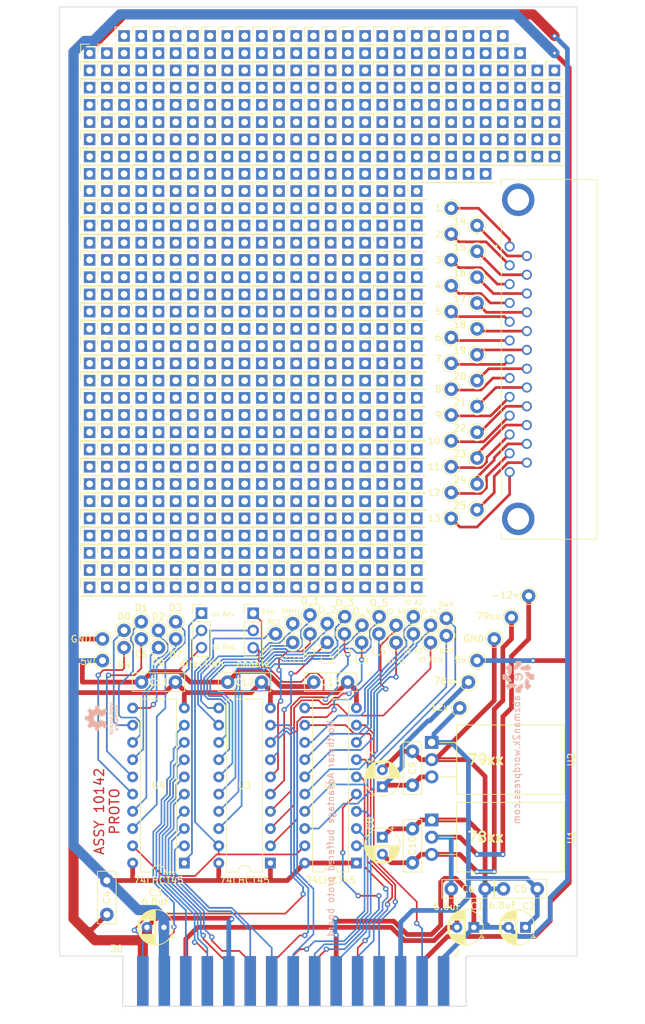
<source format=kicad_pcb>
(kicad_pcb (version 20211014) (generator pcbnew)
  (layers (0 "F.Cu" signal) (31 "B.Cu" signal) (34 "B.Paste" user) (35 "F.Paste" user) (36 "B.SilkS" user "B.Silkscreen") (37 "F.SilkS" user "F.Silkscreen") (38 "B.Mask" user) (39 "F.Mask" user) (44 "Edge.Cuts" user))
  (net 0 "")
  (net 1 "+5V")
  (net 2 "GND")
  (net 3 "+12V")
  (net 4 "-12V")
  (net 5 "-9V")
  (net 6 "+9V")
  (net 8 "/{slash}ID REQ")
  (net 10 "/{slash}IO INT")
  (net 12 "/IO A2")
  (net 13 "/IO A3")
  (net 14 "/IO A1")
  (net 15 "/{slash}BRD")
  (net 16 "/IO A0")
  (net 17 "/IO 8MHz")
  (net 18 "/{slash}BWR")
  (net 19 "/IO3")
  (net 20 "/{slash}BIO RES")
  (net 21 "/IO2")
  (net 22 "/IO4")
  (net 23 "/IO5")
  (net 24 "/IO6")
  (net 25 "/IO1")
  (net 26 "/IO0")
  (net 27 "/IO7")
  (net 28 "/{slash}SELECT")
  (net 29 "Net-(J24-Pad1)")
  (net 30 "Net-(J27-Pad2)")
  (net 31 "Net-(J40-Pad13)")
  (net 32 "Net-(J40-Pad1)")
  (net 33 "Net-(J40-Pad2)")
  (net 34 "Net-(J40-Pad3)")
  (net 35 "Net-(J40-Pad4)")
  (net 36 "Net-(J40-Pad5)")
  (net 37 "Net-(J40-Pad6)")
  (net 38 "Net-(J40-Pad7)")
  (net 39 "Net-(J40-Pad8)")
  (net 40 "Net-(J40-Pad9)")
  (net 41 "Net-(J40-Pad10)")
  (net 42 "Net-(J40-Pad11)")
  (net 43 "Net-(J40-Pad12)")
  (net 44 "Net-(J40-Pad14)")
  (net 45 "Net-(J40-Pad15)")
  (net 46 "Net-(J40-Pad16)")
  (net 47 "Net-(J40-Pad17)")
  (net 48 "Net-(J40-Pad18)")
  (net 49 "Net-(J40-Pad19)")
  (net 50 "Net-(J40-Pad20)")
  (net 51 "Net-(J40-Pad21)")
  (net 52 "Net-(J40-Pad22)")
  (net 53 "Net-(J40-Pad23)")
  (net 54 "Net-(J40-Pad24)")
  (net 55 "Net-(J40-Pad25)")
  (net 56 "Net-(U5-Pad14)")
  (net 57 "Net-(U5-Pad11)")
  (net 58 "Net-(U5-Pad8)")
  (net 59 "Net-(U5-Pad13)")
  (net 60 "Net-(U3-Pad19)")
  (net 61 "Net-(U5-Pad16)")
  (net 62 "Net-(U5-Pad15)")
  (net 63 "Net-(U5-Pad17)")
  (net 64 "Net-(U5-Pad18)")
  (net 65 "Net-(U3-Pad3)")
  (net 66 "Net-(U3-Pad17)")
  (net 67 "Net-(U3-Pad11)")
  (net 68 "Net-(U3-Pad2)")
  (net 69 "Net-(U3-Pad18)")
  (net 70 "Net-(U3-Pad12)")
  (net 71 "Net-(U3-Pad4)")
  (net 72 "Net-(U3-Pad6)")
  (net 73 "Net-(U3-Pad16)")
  (net 74 "Net-(U3-Pad13)")
  (net 75 "Net-(U4-Pad18)")
  (net 76 "Net-(U4-Pad12)")
  (net 77 "Net-(U4-Pad17)")
  (net 78 "Net-(U4-Pad13)")
  (net 79 "Net-(U4-Pad14)")
  (net 80 "Net-(U4-Pad15)")
  (net 81 "Net-(U4-Pad16)")
  (net 82 "Net-(U3-Pad5)")
  (net 83 "Net-(U3-Pad15)")
  (net 84 "Net-(U3-Pad14)")
  (footprint "Connector_PinHeader_2.54mm:PinHeader_1x01_P2.54mm_Vertical" (layer "F.Cu") (at 76.2 35.56)
    (fp_text reference "REF**" hide)
    (fp_text value "PinHeader_1x01_P2.54mm_Vertical")
  )
  (footprint "Connector_PinHeader_2.54mm:PinHeader_1x01_P2.54mm_Vertical" (layer "F.Cu") (at 104.14 66.04)
    (fp_text reference "REF**" hide)
    (fp_text value "PinHeader_1x01_P2.54mm_Vertical")
  )
  (footprint "Connector_PinHeader_2.54mm:PinHeader_1x01_P2.54mm_Vertical" (layer "F.Cu") (at 104.14 73.66)
    (fp_text reference "REF**" hide)
    (fp_text value "PinHeader_1x01_P2.54mm_Vertical")
  )
  (footprint "Connector_PinHeader_2.54mm:PinHeader_1x01_P2.54mm_Vertical" (layer "F.Cu") (at 73.66 81.28)
    (fp_text reference "REF**" hide)
    (fp_text value "PinHeader_1x01_P2.54mm_Vertical")
  )
  (footprint "Connector_PinHeader_2.54mm:PinHeader_1x01_P2.54mm_Vertical" (layer "F.Cu") (at 93.98 81.28)
    (fp_text reference "REF**" hide)
    (fp_text value "PinHeader_1x01_P2.54mm_Vertical")
  )
  (footprint "Connector_PinHeader_2.54mm:PinHeader_1x01_P2.54mm_Vertical" (layer "F.Cu") (at 63.5 71.12)
    (fp_text reference "REF**" hide)
    (fp_text value "PinHeader_1x01_P2.54mm_Vertical")
  )
  (footprint "Connector_PinHeader_2.54mm:PinHeader_1x01_P2.54mm_Vertical" (layer "F.Cu") (at 96.52 78.74)
    (fp_text reference "REF**" hide)
    (fp_text value "PinHeader_1x01_P2.54mm_Vertical")
  )
  (footprint "Connector_PinHeader_2.54mm:PinHeader_1x01_P2.54mm_Vertical" (layer "F.Cu") (at 78.74 99.06)
    (fp_text reference "REF**" hide)
    (fp_text value "PinHeader_1x01_P2.54mm_Vertical")
  )
  (footprint "Connector_PinHeader_2.54mm:PinHeader_1x01_P2.54mm_Vertical" (layer "F.Cu") (at 76.2 104.14)
    (fp_text reference "REF**" hide)
    (fp_text value "PinHeader_1x01_P2.54mm_Vertical")
  )
  (footprint "Connector_Pin:Pin_D1.0mm_L10.0mm" (layer "F.Cu") (at 103.632 113.538)
    (fp_text reference "J6" hide)
    (fp_text value "I_5")
  )
  (footprint "Connector_Pin:Pin_D1.0mm_L10.0mm" (layer "F.Cu") (at 118.11 95.25)
    (fp_text reference "J41" hide)
    (fp_text value "25")
  )
  (footprint "Connector_PinHeader_2.54mm:PinHeader_1x01_P2.54mm_Vertical" (layer "F.Cu") (at 66.04 55.88)
    (fp_text reference "REF**" hide)
    (fp_text value "PinHeader_1x01_P2.54mm_Vertical")
  )
  (footprint "Connector_Pin:Pin_D1.0mm_L10.0mm" (layer "F.Cu") (at 123.19 111.125)
    (fp_text reference "J26" hide)
    (fp_text value "-9v")
  )
  (footprint "Connector_PinHeader_2.54mm:PinHeader_1x01_P2.54mm_Vertical" (layer "F.Cu") (at 106.68 58.42)
    (fp_text reference "REF**" hide)
    (fp_text value "PinHeader_1x01_P2.54mm_Vertical")
  )
  (footprint "Connector_PinHeader_2.54mm:PinHeader_1x01_P2.54mm_Vertical" (layer "F.Cu") (at 93.98 78.74)
    (fp_text reference "REF**" hide)
    (fp_text value "PinHeader_1x01_P2.54mm_Vertical")
  )
  (footprint "Connector_PinHeader_2.54mm:PinHeader_1x01_P2.54mm_Vertical" (layer "F.Cu") (at 91.44 43.18)
    (fp_text reference "REF**" hide)
    (fp_text value "PinHeader_1x01_P2.54mm_Vertical")
  )
  (footprint "Connector_Pin:Pin_D1.0mm_L10.0mm" (layer "F.Cu") (at 111.252 112.268)
    (fp_text reference "J28" hide)
    (fp_text value "IO INT")
  )
  (footprint "Connector_PinHeader_2.54mm:PinHeader_1x01_P2.54mm_Vertical" (layer "F.Cu") (at 111.76 40.64)
    (fp_text reference "REF**" hide)
    (fp_text value "PinHeader_1x01_P2.54mm_Vertical")
  )
  (footprint "Connector_PinHeader_2.54mm:PinHeader_1x01_P2.54mm_Vertical" (layer "F.Cu") (at 93.98 33.02)
    (fp_text reference "REF**" hide)
    (fp_text value "PinHeader_1x01_P2.54mm_Vertical")
  )
  (footprint "Connector_PinHeader_2.54mm:PinHeader_1x01_P2.54mm_Vertical" (layer "F.Cu") (at 104.14 93.98)
    (fp_text reference "REF**" hide)
    (fp_text value "PinHeader_1x01_P2.54mm_Vertical")
  )
  (footprint "Connector_PinHeader_2.54mm:PinHeader_1x01_P2.54mm_Vertical" (layer "F.Cu") (at 106.68 40.64)
    (fp_text reference "REF**" hide)
    (fp_text value "PinHeader_1x01_P2.54mm_Vertical")
  )
  (footprint "Connector_PinHeader_2.54mm:PinHeader_1x01_P2.54mm_Vertical" (layer "F.Cu") (at 119.38 45.72)
    (fp_text reference "REF**" hide)
    (fp_text value "PinHeader_1x01_P2.54mm_Vertical")
  )
  (footprint "Connector_PinHeader_2.54mm:PinHeader_1x01_P2.54mm_Vertical" (layer "F.Cu") (at 88.9 43.18)
    (fp_text reference "REF**" hide)
    (fp_text value "PinHeader_1x01_P2.54mm_Vertical")
  )
  (footprint "Connector_Pin:Pin_D1.0mm_L10.0mm" (layer "F.Cu") (at 118.11 87.63)
    (fp_text reference "J45" hide)
    (fp_text value "23")
  )
  (footprint "Connector_PinHeader_2.54mm:PinHeader_1x01_P2.54mm_Vertical" (layer "F.Cu") (at 116.84 35.56)
    (fp_text reference "REF**" hide)
    (fp_text value "PinHeader_1x01_P2.54mm_Vertical")
  )
  (footprint "Connector_PinHeader_2.54mm:PinHeader_1x01_P2.54mm_Vertical" (layer "F.Cu") (at 104.14 45.72)
    (fp_text reference "REF**" hide)
    (fp_text value "PinHeader_1x01_P2.54mm_Vertical")
  )
  (footprint "Connector_PinHeader_2.54mm:PinHeader_1x01_P2.54mm_Vertical" (layer "F.Cu") (at 96.52 30.48)
    (fp_text reference "REF**" hide)
    (fp_text value "PinHeader_1x01_P2.54mm_Vertical")
  )
  (footprint "Connector_Pin:Pin_D1.0mm_L10.0mm" (layer "F.Cu") (at 93.472 113.538)
    (fp_text reference "J12" hide)
    (fp_text value "I_1")
  )
  (footprint "Connector_PinHeader_2.54mm:PinHeader_1x01_P2.54mm_Vertical" (layer "F.Cu") (at 66.04 60.96)
    (fp_text reference "REF**" hide)
    (fp_text value "PinHeader_1x01_P2.54mm_Vertical")
  )
  (footprint "Connector_PinHeader_2.54mm:PinHeader_1x01_P2.54mm_Vertical" (layer "F.Cu") (at 63.5 88.9)
    (fp_text reference "REF**" hide)
    (fp_text value "PinHeader_1x01_P2.54mm_Vertical")
  )
  (footprint "Connector_PinHeader_2.54mm:PinHeader_1x01_P2.54mm_Vertical" (layer "F.Cu") (at 109.22 73.66)
    (fp_text reference "REF**" hide)
    (fp_text value "PinHeader_1x01_P2.54mm_Vertical")
  )
  (footprint "Connector_PinHeader_2.54mm:PinHeader_1x01_P2.54mm_Vertical" (layer "F.Cu") (at 86.36 50.8)
    (fp_text reference "REF**" hide)
    (fp_text value "PinHeader_1x01_P2.54mm_Vertical")
  )
  (footprint "Connector_PinHeader_2.54mm:PinHeader_1x01_P2.54mm_Vertical" (layer "F.Cu") (at 63.5 78.74)
    (fp_text reference "REF**" hide)
    (fp_text value "PinHeader_1x01_P2.54mm_Vertical")
  )
  (footprint "Connector_PinHeader_2.54mm:PinHeader_1x01_P2.54mm_Vertical" (layer "F.Cu") (at 63.5 38.1)
    (fp_text reference "REF**" hide)
    (fp_text value "PinHeader_1x01_P2.54mm_Vertical")
  )
  (footprint "Connector_PinHeader_2.54mm:PinHeader_1x01_P2.54mm_Vertical" (layer "F.Cu") (at 111.76 33.02)
    (fp_text reference "REF**" hide)
    (fp_text value "PinHeader_1x01_P2.54mm_Vertical")
  )
  (footprint "Connector_PinHeader_2.54mm:PinHeader_1x01_P2.54mm_Vertical" (layer "F.Cu") (at 114.3 45.72)
    (fp_text reference "REF**" hide)
    (fp_text value "PinHeader_1x01_P2.54mm_Vertical")
  )
  (footprint "Connector_PinHeader_2.54mm:PinHeader_1x01_P2.54mm_Vertical" (layer "F.Cu") (at 124.46 30.48)
    (fp_text reference "REF**" hide)
    (fp_text value "PinHeader_1x01_P2.54mm_Vertical")
  )
  (footprint "Connector_PinHeader_2.54mm:PinHeader_1x01_P2.54mm_Vertical" (layer "F.Cu") (at 83.82 27.94)
    (fp_text reference "REF**" hide)
    (fp_text value "PinHeader_1x01_P2.54mm_Vertical")
  )
  (footprint "Connector_PinHeader_2.54mm:PinHeader_1x01_P2.54mm_Vertical" (layer "F.Cu") (at 127 43.18)
    (fp_text reference "REF**" hide)
    (fp_text value "PinHeader_1x01_P2.54mm_Vertical")
  )
  (footprint "Connector_PinHeader_2.54mm:PinHeader_1x01_P2.54mm_Vertical" (layer "F.Cu") (at 109.22 43.18)
    (fp_text reference "REF**" hide)
    (fp_text value "PinHeader_1x01_P2.54mm_Vertical")
  )
  (footprint "Connector_PinHeader_2.54mm:PinHeader_1x01_P2.54mm_Vertical" (layer "F.Cu") (at 76.2 58.42)
    (fp_text reference "REF**" hide)
    (fp_text value "PinHeader_1x01_P2.54mm_Vertical")
  )
  (footprint "Connector_PinHeader_2.54mm:PinHeader_1x01_P2.54mm_Vertical" (layer "F.Cu") (at 88.9 78.74)
    (fp_text reference "REF**" hide)
    (fp_text value "PinHeader_1x01_P2.54mm_Vertical")
  )
  (footprint "Connector_PinHeader_2.54mm:PinHeader_1x01_P2.54mm_Vertical" (layer "F.Cu") (at 91.44 60.96)
    (fp_text reference "REF**" hide)
    (fp_text value "PinHeader_1x01_P2.54mm_Vertical")
  )
  (footprint "Connector_PinHeader_2.54mm:PinHeader_1x01_P2.54mm_Vertical" (layer "F.Cu") (at 104.14 43.18)
    (fp_text reference "REF**" hide)
    (fp_text value "PinHeader_1x01_P2.54mm_Vertical")
  )
  (footprint "Connector_PinHeader_2.54mm:PinHeader_1x01_P2.54mm_Vertical" (layer "F.Cu") (at 88.9 76.2)
    (fp_text reference "REF**" hide)
    (fp_text value "PinHeader_1x01_P2.54mm_Vertical")
  )
  (footprint "Connector_PinHeader_2.54mm:PinHeader_1x01_P2.54mm_Vertical" (layer "F.Cu") (at 101.6 86.36)
    (fp_text reference "REF**" hide)
    (fp_text value "PinHeader_1x01_P2.54mm_Vertical")
  )
  (footprint "Connector_PinHeader_2.54mm:PinHeader_1x01_P2.54mm_Vertical" (layer "F.Cu") (at 60.96 76.2)
    (fp_text reference "REF**" hide)
    (fp_text value "PinHeader_1x01_P2.54mm_Vertical")
  )
  (footprint "Connector_PinHeader_2.54mm:PinHeader_1x01_P2.54mm_Vertical" (layer "F.Cu") (at 111.76 25.4)
    (fp_text reference "REF**" hide)
    (fp_text value "PinHeader_1x01_P2.54mm_Vertical")
  )
  (footprint "Connector_PinHeader_2.54mm:PinHeader_1x01_P2.54mm_Vertical" (layer "F.Cu") (at 63.5 96.52)
    (fp_text reference "REF**" hide)
    (fp_text value "PinHeader_1x01_P2.54mm_Vertical")
  )
  (footprint "Connector_PinHeader_2.54mm:PinHeader_1x01_P2.54mm_Vertical" (layer "F.Cu") (at 73.66 96.52)
    (fp_text reference "REF**" hide)
    (fp_text value "PinHeader_1x01_P2.54mm_Vertical")
  )
  (footprint "Connector_PinHeader_2.54mm:PinHeader_1x01_P2.54mm_Vertical" (layer "F.Cu") (at 99.06 25.4)
    (fp_text reference "REF**" hide)
    (fp_text value "PinHeader_1x01_P2.54mm_Vertical")
  )
  (footprint "Connector_PinHeader_2.54mm:PinHeader_1x01_P2.54mm_Vertical" (layer "F.Cu") (at 88.9 99.06)
    (fp_text reference "REF**" hide)
    (fp_text value "PinHeader_1x01_P2.54mm_Vertical")
  )
  (footprint "Connector_PinHeader_2.54mm:PinHeader_1x01_P2.54mm_Vertical" (layer "F.Cu") (at 60.96 88.9)
    (fp_text reference "REF**" hide)
    (fp_text value "PinHeader_1x01_P2.54mm_Vertical")
  )
  (footprint "Connector_PinHeader_2.54mm:PinHeader_1x01_P2.54mm_Vertical" (layer "F.Cu") (at 63.5 45.72)
    (fp_text reference "REF**" hide)
    (fp_text value "PinHeader_1x01_P2.54mm_Vertical")
  )
  (footprint "Connector_PinHeader_2.54mm:PinHeader_1x01_P2.54mm_Vertical" (layer "F.Cu") (at 104.14 55.88)
    (fp_text reference "REF**" hide)
    (fp_text value "PinHeader_1x01_P2.54mm_Vertical")
  )
  (footprint "Connector_PinHeader_2.54mm:PinHeader_1x01_P2.54mm_Vertical" (layer "F.Cu") (at 76.2 63.5)
    (fp_text reference "REF**" hide)
    (fp_text value "PinHeader_1x01_P2.54mm_Vertical")
  )
  (footprint "Connector_PinHeader_2.54mm:PinHeader_1x01_P2.54mm_Vertical" (layer "F.Cu") (at 68.58 76.2)
    (fp_text reference "REF**" hide)
    (fp_text value "PinHeader_1x01_P2.54mm_Vertical")
  )
  (footprint "Connector_PinHeader_2.54mm:PinHeader_1x01_P2.54mm_Vertical" (layer "F.Cu") (at 86.36 55.88)
    (fp_text reference "REF**" hide)
    (fp_text value "PinHeader_1x01_P2.54mm_Vertical")
  )
  (footprint "Connector_PinHeader_2.54mm:PinHeader_1x01_P2.54mm_Vertical" (layer "F.Cu") (at 106.68 76.2)
    (fp_text reference "REF**" hide)
    (fp_text value "PinHeader_1x01_P2.54mm_Vertical")
  )
  (footprint "Connector_PinHeader_2.54mm:PinHeader_1x01_P2.54mm_Vertical" (layer "F.Cu") (at 93.98 50.8)
    (fp_text reference "REF**" hide)
    (fp_text value "PinHeader_1x01_P2.54mm_Vertical")
  )
  (footprint "Connector_Pin:Pin_D1.0mm_L10.0mm" (layer "F.Cu") (at 62.865 117.475)
    (fp_text reference "J3" hide)
    (fp_text value "5v")
  )
  (footprint "Connector_PinHeader_2.54mm:PinHeader_1x01_P2.54mm_Vertical" (layer "F.Cu") (at 109.22 71.12)
    (fp_text reference "REF**" hide)
    (fp_text value "PinHeader_1x01_P2.54mm_Vertical")
  )
  (footprint "Connector_PinHeader_2.54mm:PinHeader_1x01_P2.54mm_Vertical" (layer "F.Cu") (at 119.38 27.94)
    (fp_text reference "REF**" hide)
    (fp_text value "PinHeader_1x01_P2.54mm_Vertical")
  )
  (footprint "Connector_PinHeader_2.54mm:PinHeader_1x01_P2.54mm_Vertical" (layer "F.Cu") (at 76.2 53.34)
    (fp_text reference "REF**" hide)
    (fp_text value "PinHeader_1x01_P2.54mm_Vertical")
  )
  (footprint "Connector_PinHeader_2.54mm:PinHeader_1x01_P2.54mm_Vertical" (layer "F.Cu") (at 76.2 48.26)
    (fp_text reference "REF**" hide)
    (fp_text value "PinHeader_1x01_P2.54mm_Vertical")
  )
  (footprint "Connector_PinHeader_2.54mm:PinHeader_1x01_P2.54mm_Vertical" (layer "F.Cu") (at 88.9 96.52)
    (fp_text reference "REF**" hide)
    (fp_text value "PinHeader_1x01_P2.54mm_Vertical")
  )
  (footprint "Connector_PinHeader_2.54mm:PinHeader_1x01_P2.54mm_Vertical" (layer "F.Cu") (at 106.68 33.02)
    (fp_text reference "REF**" hide)
    (fp_text value "PinHeader_1x01_P2.54mm_Vertical")
  )
  (footprint "Connector_PinHeader_2.54mm:PinHeader_1x01_P2.54mm_Vertical" (layer "F.Cu") (at 66.04 101.6)
    (fp_text reference "REF**" hide)
    (fp_text value "PinHeader_1x01_P2.54mm_Vertical")
  )
  (footprint "Connector_PinHeader_2.54mm:PinHeader_1x01_P2.54mm_Vertical" (layer "F.Cu") (at 99.06 33.02)
    (fp_text reference "REF**" hide)
    (fp_text value "PinHeader_1x01_P2.54mm_Vertical")
  )
  (footprint "Connector_PinHeader_2.54mm:PinHeader_1x01_P2.54mm_Vertical" (layer "F.Cu") (at 60.96 96.52)
    (fp_text reference "REF**" hide)
    (fp_text value "PinHeader_1x01_P2.54mm_Vertical")
  )
  (footprint "Connector_PinHeader_2.54mm:PinHeader_1x01_P2.54mm_Vertical" (layer "F.Cu") (at 96.52 101.6)
    (fp_text reference "REF**" hide)
    (fp_text value "PinHeader_1x01_P2.54mm_Vertical")
  )
  (footprint "Connector_PinHeader_2.54mm:PinHeader_1x01_P2.54mm_Vertical" (layer "F.Cu") (at 104.14 35.56)
    (fp_text reference "REF**" hide)
    (fp_text value "PinHeader_1x01_P2.54mm_Vertical")
  )
  (footprint "Connector_PinHeader_2.54mm:PinHeader_1x01_P2.54mm_Vertical" (layer "F.Cu") (at 111.76 45.72)
    (fp_text reference "REF**" hide)
    (fp_text value "PinHeader_1x01_P2.54mm_Vertical")
  )
  (footprint "Connector_PinHeader_2.54mm:PinHeader_1x01_P2.54mm_Vertical" (layer "F.Cu") (at 60.96 71.12)
    (fp_text reference "REF**" hide)
    (fp_text value "PinHeader_1x01_P2.54mm_Vertical")
  )
  (footprint "Connector_PinHeader_2.54mm:PinHeader_1x01_P2.54mm_Vertical" (layer "F.Cu") (at 78.74 48.26)
    (fp_text reference "REF**" hide)
    (fp_text value "PinHeader_1x01_P2.54mm_Vertical")
  )
  (footprint "Connector_PinHeader_2.54mm:PinHeader_1x01_P2.54mm_Vertical" (layer "F.Cu") (at 96.52 96.52)
    (fp_text reference "REF**" hide)
    (fp_text value "PinHeader_1x01_P2.54mm_Vertical")
  )
  (footprint "Connector_PinHeader_2.54mm:PinHeader_1x01_P2.54mm_Vertical" (layer "F.Cu") (at 68.58 83.82)
    (fp_text reference "REF**" hide)
    (fp_text value "PinHeader_1x01_P2.54mm_Vertical")
  )
  (footprint "Connector_PinHeader_2.54mm:PinHeader_1x01_P2.54mm_Vertical" (layer "F.Cu") (at 106.68 86.36)
    (fp_text reference "REF**" hide)
    (fp_text value "PinHeader_1x01_P2.54mm_Vertical")
  )
  (footprint "Connector_PinHeader_2.54mm:PinHeader_1x01_P2.54mm_Vertical" (layer "F.Cu") (at 66.04 33.02)
    (fp_text reference "REF**" hide)
    (fp_text value "PinHeader_1x01_P2.54mm_Vertical")
  )
  (footprint "MountingHole:MountingHole_3.2mm_M3" (layer "F.Cu") (at 130.222 158.186)
    (fp_text reference "REF**" hide)
    (fp_text value "MountingHole_3.2mm_M3")
  )
  (footprint "Connector_PinHeader_2.54mm:PinHeader_1x01_P2.54mm_Vertical" (layer "F.Cu") (at 119.38 30.48)
    (fp_text reference "REF**" hide)
    (fp_text value "PinHeader_1x01_P2.54mm_Vertical")
  )
  (footprint "Connector_PinHeader_2.54mm:PinHeader_1x01_P2.54mm_Vertical" (layer "F.Cu") (at 104.14 71.12)
    (fp_text reference "REF**" hide)
    (fp_text value "PinHeader_1x01_P2.54mm_Vertical")
  )
  (footprint "Connector_PinHeader_2.54mm:PinHeader_1x01_P2.54mm_Vertical" (layer "F.Cu") (at 121.92 30.48)
    (fp_text reference "REF**" hide)
    (fp_text value "PinHeader_1x01_P2.54mm_Vertical")
  )
  (footprint "Connector_PinHeader_2.54mm:PinHeader_1x01_P2.54mm_Vertical" (layer "F.Cu") (at 71.12 58.42)
    (fp_text reference "REF**" hide)
    (fp_text value "PinHeader_1x01_P2.54mm_Vertical")
  )
  (footprint "Connector_PinHeader_2.54mm:PinHeader_1x01_P2.54mm_Vertical" (layer "F.Cu") (at 60.96 30.48)
    (fp_text reference "REF**" hide)
    (fp_text value "PinHeader_1x01_P2.54mm_Vertical")
  )
  (footprint "Connector_PinHeader_2.54mm:PinHeader_1x01_P2.54mm_Vertical" (layer "F.Cu") (at 63.5 63.5)
    (fp_text reference "REF**" hide)
    (fp_text value "PinHeader_1x01_P2.54mm_Vertical")
  )
  (footprint "Connector_PinHeader_2.54mm:PinHeader_1x01_P2.54mm_Vertical" (layer "F.Cu") (at 93.98 43.18)
    (fp_text reference "REF**" hide)
    (fp_text value "PinHeader_1x01_P2.54mm_Vertical")
  )
  (footprint "Connector_PinHeader_2.54mm:PinHeader_1x01_P2.54mm_Vertical" (layer "F.Cu") (at 73.66 33.02)
    (fp_text reference "REF**" hide)
    (fp_text value "PinHeader_1x01_P2.54mm_Vertical")
  )
  (footprint "Connector_PinHeader_2.54mm:PinHeader_1x01_P2.54mm_Vertical" (layer "F.Cu") (at 63.5 33.02)
    (fp_text reference "REF**" hide)
    (fp_text value "PinHeader_1x01_P2.54mm_Vertical")
  )
  (footprint "Connector_PinHeader_2.54mm:PinHeader_1x01_P2.54mm_Vertical" (layer "F.Cu") (at 83.82 55.88)
    (fp_text reference "REF**" hide)
    (fp_text value "PinHeader_1x01_P2.54mm_Vertical")
  )
  (footprint "Connector_PinHeader_2.54mm:PinHeader_1x01_P2.54mm_Vertical" (layer "F.Cu") (at 66.04 88.9)
    (fp_text reference "REF**" hide)
    (fp_text value "PinHeader_1x01_P2.54mm_Vertical")
  )
  (footprint "Connector_PinHeader_2.54mm:PinHeader_1x01_P2.54mm_Vertical" (layer "F.Cu") (at 76.2 93.98)
    (fp_text reference "REF**" hide)
    (fp_text value "PinHeader_1x01_P2.54mm_Vertical")
  )
  (footprint "Connector_PinHeader_2.54mm:PinHeader_1x01_P2.54mm_Vertical" (layer "F.Cu") (at 101.6 91.44)
    (fp_text reference "REF**" hide)
    (fp_text value "PinHeader_1x01_P2.54mm_Vertical")
  )
  (footprint "Connector_PinHeader_2.54mm:PinHeader_1x01_P2.54mm_Vertical" (layer "F.Cu") (at 88.9 106.68)
    (fp_text reference "REF**" hide)
    (fp_text value "PinHeader_1x01_P2.54mm_Vertical")
  )
  (footprint "Connector_PinHeader_2.54mm:PinHeader_1x01_P2.54mm_Vertical" (layer "F.Cu") (at 71.12 35.56)
    (fp_text reference "REF**" hide)
    (fp_text value "PinHeader_1x01_P2.54mm_Vertical")
  )
  (footprint "Connector_PinHeader_2.54mm:PinHeader_1x01_P2.54mm_Vertical" (layer "F.Cu") (at 101.6 48.26)
    (fp_text reference "REF**" hide)
    (fp_text value "PinHeader_1x01_P2.54mm_Vertical")
  )
  (footprint "Connector_PinHeader_2.54mm:PinHeader_1x01_P2.54mm_Vertical" (layer "F.Cu") (at 76.2 25.4)
    (fp_text reference "REF**" hide)
    (fp_text value "PinHeader_1x01_P2.54mm_Vertical")
  )
  (footprint "Connector_PinHeader_2.54mm:PinHeader_1x01_P2.54mm_Vertical" (layer "F.Cu") (at 78.74 30.48)
    (fp_text reference "REF**" hide)
    (fp_text value "PinHeader_1x01_P2.54mm_Vertical")
  )
  (footprint "Connector_PinHeader_2.54mm:PinHeader_1x01_P2.54mm_Vertical" (layer "F.Cu") (at 121.92 38.1)
    (fp_text reference "REF**" hide)
    (fp_text value "PinHeader_1x01_P2.54mm_Vertical")
  )
  (footprint "Connector_PinHeader_2.54mm:PinHeader_1x01_P2.54mm_Vertical" (layer "F.Cu") (at 111.76 30.48)
    (fp_text reference "REF**" hide)
    (fp_text value "PinHeader_1x01_P2.54mm_Vertical")
  )
  (footprint "Connector_PinHeader_2.54mm:PinHeader_1x01_P2.54mm_Vertical" (layer "F.Cu") (at 129.54 30.48)
    (fp_text reference "REF**" hide)
    (fp_text value "PinHeader_1x01_P2.54mm_Vertical")
  )
  (footprint "Connector_PinHeader_2.54mm:PinHeader_1x01_P2.54mm_Vertical" (layer "F.Cu") (at 93.98 25.4)
    (fp_text reference "REF**" hide)
    (fp_text value "PinHeader_1x01_P2.54mm_Vertical")
  )
  (footprint "Connector_PinHeader_2.54mm:PinHeader_1x01_P2.54mm_Vertical" (layer "F.Cu") (at 66.04 63.5)
    (fp_text reference "REF**" hide)
    (fp_text value "PinHeader_1x01_P2.54mm_Vertical")
  )
  (footprint "Connector_PinHeader_2.54mm:PinHeader_1x01_P2.54mm_Vertical" (layer "F.Cu") (at 76.2 91.44)
    (fp_text reference "REF**" hide)
    (fp_text value "PinHeader_1x01_P2.54mm_Vertical")
  )
  (footprint "Connector_PinHeader_2.54mm:PinHeader_1x01_P2.54mm_Vertical" (layer "F.Cu") (at 71.12 45.72)
    (fp_text reference "REF**" hide)
    (fp_text value "PinHeader_1x01_P2.54mm_Vertical")
  )
  (footprint "Connector_Pin:Pin_D1.0mm_L10.0mm" (layer "F.Cu") (at 114.3 62.23)
    (fp_text reference "J58" hide)
    (fp_text value "4")
  )
  (footprint "Connector_PinHeader_2.54mm:PinHeader_1x01_P2.54mm_Vertical" (layer "F.Cu") (at 78.74 86.36)
    (fp_text reference "REF**" hide)
    (fp_text value "PinHeader_1x01_P2.54mm_Vertical")
  )
  (footprint "Connector_PinHeader_2.54mm:PinHeader_1x01_P2.54mm_Vertical" (layer "F.Cu") (at 81.28 78.74)
    (fp_text reference "REF**" hide)
    (fp_text value "PinHeader_1x01_P2.54mm_Vertical")
  )
  (footprint "Connector_PinHeader_2.54mm:PinHeader_1x01_P2.54mm_Vertical" (layer "F.Cu") (at 76.2 27.94)
    (fp_text reference "REF**" hide)
    (fp_text value "PinHeader_1x01_P2.54mm_Vertical")
  )
  (footprint "Connector_PinHeader_2.54mm:PinHeader_1x01_P2.54mm_Vertical" (layer "F.Cu") (at 71.12 63.5)
    (fp_text reference "REF**" hide)
    (fp_text value "PinHeader_1x01_P2.54mm_Vertical")
  )
  (footprint "Connector_PinHeader_2.54mm:PinHeader_1x01_P2.54mm_Vertical" (layer "F.Cu") (at 88.9 60.96)
    (fp_text reference "REF**" hide)
    (fp_text value "PinHeader_1x01_P2.54mm_Vertical")
  )
  (footprint "Connector_PinHeader_2.54mm:PinHeader_1x01_P2.54mm_Vertical" (layer "F.Cu") (at 116.84 43.18)
    (fp_text reference "REF**" hide)
    (fp_text value "PinHeader_1x01_P2.54mm_Vertical")
  )
  (footprint "Connector_PinHeader_2.54mm:PinHeader_1x01_P2.54mm_Vertical" (layer "F.Cu") (at 99.06 73.66)
    (fp_text reference "REF**" hide)
    (fp_text value "PinHeader_1x01_P2.54mm_Vertical")
  )
  (footprint "Connector_PinHeader_2.54mm:PinHeader_1x01_P2.54mm_Vertical" (layer "F.Cu") (at 114.3 38.1)
    (fp_text reference "REF**" hide)
    (fp_text value "PinHeader_1x01_P2.54mm_Vertical")
  )
  (footprint "Connector_PinHeader_2.54mm:PinHeader_1x01_P2.54mm_Vertical" (layer "F.Cu") (at 86.36 35.56)
    (fp_text reference "REF**" hide)
    (fp_text value "PinHeader_1x01_P2.54mm_Vertical")
  )
  (footprint "Connector_PinHeader_2.54mm:PinHeader_1x01_P2.54mm_Vertical" (layer "F.Cu") (at 104.14 83.82)
    (fp_text reference "REF**" hide)
    (fp_text value "PinHeader_1x01_P2.54mm_Vertical")
  )
  (footprint "Connector_PinHeader_2.54mm:PinHeader_1x01_P2.54mm_Vertical" (layer "F.Cu") (at 127 38.1)
    (fp_text reference "REF**" hide)
    (fp_text value "PinHeader_1x01_P2.54mm_Vertical")
  )
  (footprint "Connector_PinHeader_2.54mm:PinHeader_1x01_P2.54mm_Vertical" (layer "F.Cu") (at 121.92 27.94)
    (fp_text reference "REF**" hide)
    (fp_text value "PinHeader_1x01_P2.54mm_Vertical")
  )
  (footprint "Connector_PinHeader_2.54mm:PinHeader_1x01_P2.54mm_Vertical" (layer "F.Cu") (at 91.44 91.44)
    (fp_text reference "REF**" hide)
    (fp_text value "PinHeader_1x01_P2.54mm_Vertical")
  )
  (footprint "Connector_PinHeader_2.54mm:PinHeader_1x01_P2.54mm_Vertical" (layer "F.Cu") (at 68.58 30.48)
    (fp_text reference "REF**" hide)
    (fp_text value "PinHeader_1x01_P2.54mm_Vertical")
  )
  (footprint "Connector_PinHeader_2.54mm:PinHeader_1x01_P2.54mm_Vertical" (layer "F.Cu") (at 93.98 27.94)
    (fp_text reference "REF**" hide)
    (fp_text value "PinHeader_1x01_P2.54mm_Vertical")
  )
  (footprint "Connector_PinHeader_2.54mm:PinHeader_1x01_P2.54mm_Vertical" (layer "F.Cu") (at 106.68 30.48)
    (fp_text reference "REF**" hide)
    (fp_text value "PinHeader_1x01_P2.54mm_Vertical")
  )
  (footprint "Connector_PinHeader_2.54mm:PinHeader_1x01_P2.54mm_Vertical" (layer "F.Cu") (at 101.6 35.56)
    (fp_text reference "REF**" hide)
    (fp_text value "PinHeader_1x01_P2.54mm_Vertical")
  )
  (footprint "Connector_PinHeader_2.54mm:PinHeader_1x01_P2.54mm_Vertical" (layer "F.Cu") (at 88.9 40.64)
    (fp_text reference "REF**" hide)
    (fp_text value "PinHeader_1x01_P2.54mm_Vertical")
  )
  (footprint "Connector_PinHeader_2.54mm:PinHeader_1x01_P2.54mm_Vertical" (layer "F.Cu") (at 86.36 27.94)
    (fp_text reference "REF**" hide)
    (fp_text value "PinHeader_1x01_P2.54mm_Vertical")
  )
  (footprint "Connector_PinHeader_2.54mm:PinHeader_1x01_P2.54mm_Vertical" (layer "F.Cu") (at 104.14 27.94)
    (fp_text reference "REF**" hide)
    (fp_text value "PinHeader_1x01_P2.54mm_Vertical")
  )
  (footprint "Connector_PinHeader_2.54mm:PinHeader_1x01_P2.54mm_Vertical" (layer "F.Cu") (at 106.68 81.28)
    (fp_text reference "REF**" hide)
    (fp_text value "PinHeader_1x01_P2.54mm_Vertical")
  )
  (footprint "Connector_PinHeader_2.54mm:PinHeader_1x01_P2.54mm_Vertical" (layer "F.Cu") (at 68.58 66.04)
    (fp_text reference "REF**" hide)
    (fp_text value "PinHeader_1x01_P2.54mm_Vertical")
  )
  (footprint "Connector_PinHeader_2.54mm:PinHeader_1x01_P2.54mm_Vertical" (layer "F.Cu") (at 83.82 25.4)
    (fp_text reference "REF**" hide)
    (fp_text value "PinHeader_1x01_P2.54mm_Vertical")
  )
  (footprint "Connector_PinHeader_2.54mm:PinHeader_1x01_P2.54mm_Vertical" (layer "F.Cu") (at 104.14 106.68)
    (fp_text reference "REF**" hide)
    (fp_text value "PinHeader_1x01_P2.54mm_Vertical")
  )
  (footprint "Connector_PinHeader_2.54mm:PinHeader_1x01_P2.54mm_Vertical" (layer "F.Cu") (at 63.5 68.58)
    (fp_text reference "REF**" hide)
    (fp_text value "PinHeader_1x01_P2.54mm_Vertical")
  )
  (footprint "Connector_PinHeader_2.54mm:PinHeader_1x01_P2.54mm_Vertical" (layer "F.Cu") (at 71.12 76.2)
    (fp_text reference "REF**" hide)
    (fp_text value "PinHeader_1x01_P2.54mm_Vertical")
  )
  (footprint "Connector_PinHeader_2.54mm:PinHeader_1x01_P2.54mm_Vertical" (layer "F.Cu") (at 109.22 86.36)
    (fp_text reference "REF**" hide)
    (fp_text value "PinHeader_1x01_P2.54mm_Vertical")
  )
  (footprint "Connector_PinHeader_2.54mm:PinHeader_1x01_P2.54mm_Vertical" (layer "F.Cu") (at 106.68 78.74)
    (fp_text reference "REF**" hide)
    (fp_text value "PinHeader_1x01_P2.54mm_Vertical")
  )
  (footprint "Connector_PinHeader_2.54mm:PinHeader_1x01_P2.54mm_Vertical" (layer "F.Cu") (at 60.96 50.8)
    (fp_text reference "REF**" hide)
    (fp_text value "PinHeader_1x01_P2.54mm_Vertical")
  )
  (footprint "Connector_PinHeader_2.54mm:PinHeader_1x01_P2.54mm_Vertical" (layer "F.Cu") (at 81.28 71.12)
    (fp_text reference "REF**" hide)
    (fp_text value "PinHeader_1x01_P2.54mm_Vertical")
  )
  (footprint "Connector_PinHeader_2.54mm:PinHeader_1x01_P2.54mm_Vertical" (layer "F.Cu") (at 88.9 30.48)
    (fp_text reference "REF**" hide)
    (fp_text value "PinHeader_1x01_P2.54mm_Vertical")
  )
  (footprint "Connector_PinHeader_2.54mm:PinHeader_1x01_P2.54mm_Vertical" (layer "F.Cu") (at 91.44 66.04)
    (fp_text reference "REF**" hide)
    (fp_text value "PinHeader_1x01_P2.54mm_Vertical")
  )
  (footprint "Connector_PinHeader_2.54mm:PinHeader_1x01_P2.54mm_Vertical" (layer "F.Cu") (at 96.52 35.56)
    (fp_text reference "REF**" hide)
    (fp_text value "PinHeader_1x01_P2.54mm_Vertical")
  )
  (footprint "Connector_PinHeader_2.54mm:PinHeader_1x01_P2.54mm_Vertical" (layer "F.Cu") (at 91.44 83.82)
    (fp_text reference "REF**" hide)
    (fp_text value "PinHeader_1x01_P2.54mm_Vertical")
  )
  (footprint "Connector_PinHeader_2.54mm:PinHeader_1x01_P2.54mm_Vertical" (layer "F.Cu") (at 101.6 45.72)
    (fp_text reference "REF**" hide)
    (fp_text value "PinHeader_1x01_P2.54mm_Vertical")
  )
  (footprint "Connector_PinHeader_2.54mm:PinHeader_1x01_P2.54mm_Vertical" (layer "F.Cu") (at 86.36 45.72)
    (fp_text reference "REF**" hide)
    (fp_text value "PinHeader_1x01_P2.54mm_Vertical")
  )
  (footprint "Connector_PinHeader_2.54mm:PinHeader_1x01_P2.54mm_Vertical" (layer "F.Cu") (at 83.82 63.5)
    (fp_text reference "REF**" hide)
    (fp_text value "PinHeader_1x01_P2.54mm_Vertical")
  )
  (footprint "Connector_PinHeader_2.54mm:PinHeader_1x01_P2.54mm_Vertical" (layer "F.Cu") (at 101.6 38.1)
    (fp_text reference "REF**" hide)
    (fp_text value "PinHeader_1x01_P2.54mm_Vertical")
  )
  (footprint "Connector_PinHeader_2.54mm:PinHeader_1x01_P2.54mm_Vertical" (layer "F.Cu") (at 81.28 58.42)
    (fp_text reference "REF**" hide)
    (fp_text value "PinHeader_1x01_P2.54mm_Vertical")
  )
  (footprint "Connector_PinHeader_2.54mm:PinHeader_1x01_P2.54mm_Vertical" (layer "F.Cu") (at 109.22 58.42)
    (fp_text reference "REF**" hide)
    (fp_text value "PinHeader_1x01_P2.54mm_Vertical")
  )
  (footprint "Connector_PinHeader_2.54mm:PinHeader_1x01_P2.54mm_Vertical" (layer "F.Cu") (at 104.14 50.8)
    (fp_text reference "REF**" hide)
    (fp_text value "PinHeader_1x01_P2.54mm_Vertical")
  )
  (footprint "Connector_PinHeader_2.54mm:PinHeader_1x01_P2.54mm_Vertical" (layer "F.Cu") (at 101.6 66.04)
    (fp_text reference "REF**" hide)
    (fp_text value "PinHeader_1x01_P2.54mm_Vertical")
  )
  (footprint "Connector_PinHeader_2.54mm:PinHeader_1x01_P2.54mm_Vertical" (layer "F.Cu") (at 81.28 33.02)
    (fp_text reference "REF**" hide)
    (fp_text value "PinHeader_1x01_P2.54mm_Vertical")
  )
  (footprint "Connector_PinHeader_2.54mm:PinHeader_1x01_P2.54mm_Vertical" (layer "F.Cu") (at 76.2 106.68)
    (fp_text reference "REF**" hide)
    (fp_text value "PinHeader_1x01_P2.54mm_Vertical")
  )
  (footprint "Connector_PinHeader_2.54mm:PinHeader_1x01_P2.54mm_Vertical" (layer "F.Cu") (at 78.74 50.8)
    (fp_text reference "REF**" hide)
    (fp_text value "PinHeader_1x01_P2.54mm_Vertical")
  )
  (footprint "Connector_PinHeader_2.54mm:PinHeader_1x01_P2.54mm_Vertical" (layer "F.Cu") (at 78.74 76.2)
    (fp_text reference "REF**" hide)
    (fp_text value "PinHeader_1x01_P2.54mm_Vertical")
  )
  (footprint "Connector_PinHeader_2.54mm:PinHeader_1x01_P2.54mm_Vertical" (layer "F.Cu") (at 78.74 38.1)
    (fp_text reference "REF**" hide)
    (fp_text value "PinHeader_1x01_P2.54mm_Vertical")
  )
  (footprint "Connector_PinHeader_2.54mm:PinHeader_1x01_P2.54mm_Vertical" (layer "F.Cu") (at 106.68 45.72)
    (fp_text reference "REF**" hide)
    (fp_text value "PinHeader_1x01_P2.54mm_Vertical")
  )
  (footprint "Connector_PinHeader_2.54mm:PinHeader_1x01_P2.54mm_Vertical" (layer "F.Cu") (at 86.36 66.04)
    (fp_text reference "REF**" hide)
    (fp_text value "PinHeader_1x01_P2.54mm_Vertical")
  )
  (footprint "Connector_PinHeader_2.54mm:PinHeader_1x01_P2.54mm_Vertical" (layer "F.Cu") (at 83.82 40.64)
    (fp_text reference "REF**" hide)
    (fp_text value "PinHeader_1x01_P2.54mm_Vertical")
  )
  (footprint "Connector_Pin:Pin_D1.0mm_L10.0mm" (layer "F.Cu") (at 108.712 110.998)
    (fp_text reference "J37" hide)
    (fp_text value "IO A2")
  )
  (footprint "Connector_PinHeader_2.54mm:PinHeader_1x01_P2.54mm_Vertical" (layer "F.Cu") (at 88.9 104.14)
    (fp_text reference "REF**" hide)
    (fp_text value "PinHeader_1x01_P2.54mm_Vertical")
  )
  (footprint "Connector_PinHeader_2.54mm:PinHeader_1x01_P2.54mm_Vertical" (layer "F.Cu") (at 99.06 45.72)
    (fp_text reference "REF**" hide)
    (fp_text value "PinHeader_1x01_P2.54mm_Vertical")
  )
  (footprint "Connector_PinHeader_2.54mm:PinHeader_1x01_P2.54mm_Vertical" (layer "F.Cu") (at 127 40.64)
    (fp_text reference "REF**" hide)
    (fp_text value "PinHeader_1x01_P2.54mm_Vertical")
  )
  (footprint "Connector_PinHeader_2.54mm:PinHeader_1x01_P2.54mm_Vertical" (layer "F.Cu") (at 68.58 48.26)
    (fp_text reference "REF**" hide)
    (fp_text value "PinHeader_1x01_P2.54mm_Vertical")
  )
  (footprint "Connector_PinHeader_2.54mm:PinHeader_1x01_P2.54mm_Vertical" (layer "F.Cu") (at 83.82 81.28)
    (fp_text reference "REF**" hide)
    (fp_text value "PinHeader_1x01_P2.54mm_Vertical")
  )
  (footprint "Connector_PinHeader_2.54mm:PinHeader_1x01_P2.54mm_Vertical" (layer "F.Cu") (at 78.74 106.68)
    (fp_text reference "REF**" hide)
    (fp_text value "PinHeader_1x01_P2.54mm_Vertical")
  )
  (footprint "Connector_PinHeader_2.54mm:PinHeader_1x01_P2.54mm_Vertical" (layer "F.Cu") (at 101.6 60.96)
    (fp_text reference "REF**" hide)
    (fp_text value "PinHeader_1x01_P2.54mm_Vertical")
  )
  (footprint "Connector_PinHeader_2.54mm:PinHeader_1x01_P2.54mm_Vertical" (layer "F.Cu") (at 66.04 73.66)
    (fp_text reference "REF**" hide)
    (fp_text value "PinHeader_1x01_P2.54mm_Vertical")
  )
  (footprint "Connector_PinHeader_2.54mm:PinHeader_1x01_P2.54mm_Vertical" (layer "F.Cu") (at 83.82 48.26)
    (fp_text reference "REF**" hide)
    (fp_text value "PinHeader_1x01_P2.54mm_Vertical")
  )
  (footprint "Connector_PinHeader_2.54mm:PinHeader_1x01_P2.54mm_Vertical" (layer "F.Cu") (at 86.36 76.2)
    (fp_text reference "REF**" hide)
    (fp_text value "PinHeader_1x01_P2.54mm_Vertical")
  )
  (footprint "Connector_PinHeader_2.54mm:PinHeader_1x01_P2.54mm_Vertical" (layer "F.Cu") (at 114.3 35.56)
    (fp_text reference "REF**" hide)
    (fp_text value "PinHeader_1x01_P2.54mm_Vertical")
  )
  (footprint "Connector_Pin:Pin_D1.0mm_L10.0mm" (layer "F.Cu") (at 114.3 73.66)
    (fp_text reference "J52" hide)
    (fp_text value "7")
  )
  (footprint "Capacitor_THT:CP_Radial_D5.0mm_P2.50mm" (layer "F.Cu") (at 104.14 143.51 -90)
    (fp_text reference "C8")
    (fp_text value "6.8uF")
  )
  (footprint "Connector_PinHeader_2.54mm:PinHeader_1x01_P2.54mm_Vertical" (layer "F.Cu") (at 93.98 55.88)
    (fp_text reference "REF**" hide)
    (fp_text value "PinHeader_1x01_P2.54mm_Vertical")
  )
  (footprint "Connector_PinHeader_2.54mm:PinHeader_1x01_P2.54mm_Vertical" (layer "F.Cu") (at 66.04 104.14)
    (fp_text reference "REF**" hide)
    (fp_text value "PinHeader_1x01_P2.54mm_Vertical")
  )
  (footprint "Connector_Pin:Pin_D1.0mm_L10.0mm" (layer "F.Cu") (at 101.130002 112.268)
    (fp_text reference "J29" hide)
    (fp_text value "O_4")
  )
  (footprint "Connector_PinHeader_2.54mm:PinHeader_1x01_P2.54mm_Vertical" (layer "F.Cu") (at 68.58 71.12)
    (fp_text reference "REF**" hide)
    (fp_text value "PinHeader_1x01_P2.54mm_Vertical")
  )
  (footprint "Capacitor_THT:C_Disc_D7.5mm_W2.5mm_P5.00mm" (layer "F.Cu") (at 127 151.13 180)
    (fp_text reference "C5")
    (fp_text value "0.047uF")
  )
  (footprint "Connector_PinHeader_2.54mm:PinHeader_1x01_P2.54mm_Vertical" (layer "F.Cu") (at 83.82 58.42)
    (fp_text reference "REF**" hide)
    (fp_text value "PinHeader_1x01_P2.54mm_Vertical")
  )
  (footprint "Connector_PinHeader_2.54mm:PinHeader_1x01_P2.54mm_Vertical" (layer "F.Cu") (at 86.36 63.5)
    (fp_text reference "REF**" hide)
    (fp_text value "PinHeader_1x01_P2.54mm_Vertical")
  )
  (footprint "Connector_PinHeader_2.54mm:PinHeader_1x01_P2.54mm_Vertical" (layer "F.Cu") (at 96.52 86.36)
    (fp_text reference "REF**" hide)
    (fp_text value "PinHeader_1x01_P2.54mm_Vertical")
  )
  (footprint "Capacitor_THT:C_Disc_D7.5mm_W2.5mm_P5.00mm" (layer "F.Cu") (at 94.02 120.65)
    (fp_text reference "C13")
    (fp_text value "0.047uF")
  )
  (footprint "Connector_PinHeader_2.54mm:PinHeader_1x01_P2.54mm_Vertical" (layer "F.Cu") (at 78.74 81.28)
    (fp_text reference "REF**" hide)
    (fp_text value "PinHeader_1x01_P2.54mm_Vertical")
  )
  (footprint "Connector_PinHeader_2.54mm:PinHeader_1x01_P2.54mm_Vertical" (layer "F.Cu") (at 124.46 40.64)
    (fp_text reference "REF**" hide)
    (fp_text value "PinHeader_1x01_P2.54mm_Vertical")
  )
  (footprint "Connector_PinHeader_2.54mm:PinHeader_1x01_P2.54mm_Vertical" (layer "F.Cu") (at 129.54 35.56)
    (fp_text reference "REF**" hide)
    (fp_text value "PinHeader_1x01_P2.54mm_Vertical")
  )
  (footprint "Connector_PinHeader_2.54mm:PinHeader_1x01_P2.54mm_Vertical" (layer "F.Cu") (at 104.14 63.5)
    (fp_text reference "REF**" hide)
    (fp_text value "PinHeader_1x01_P2.54mm_Vertical")
  )
  (footprint "Connector_PinHeader_2.54mm:PinHeader_1x01_P2.54mm_Vertical" (layer "F.Cu") (at 91.44 78.74)
    (fp_text reference "REF**" hide)
    (fp_text value "PinHeader_1x01_P2.54mm_Vertical")
  )
  (footprint "Connector_PinHeader_2.54mm:PinHeader_1x01_P2.54mm_Vertical" (layer "F.Cu") (at 73.66 38.1)
    (fp_text reference "REF**" hide)
    (fp_text value "PinHeader_1x01_P2.54mm_Vertical")
  )
  (footprint "Connector_PinHeader_2.54mm:PinHeader_1x01_P2.54mm_Vertical" (layer "F.Cu") (at 99.06 53.34)
    (fp_text reference "REF**" hide)
    (fp_text value "PinHeader_1x01_P2.54mm_Vertical")
  )
  (footprint "Connector_Pin:Pin_D1.0mm_L10.0mm" (layer "F.Cu") (at 120.65 114.3)
    (fp_text reference "J4" hide)
    (fp_text value "GND")
  )
  (footprint "Connector_PinHeader_2.54mm:PinHeader_1x01_P2.54mm_Vertical" (layer "F.Cu") (at 63.5 53.34)
    (fp_text reference "REF**" hide)
    (fp_text value "PinHeader_1x01_P2.54mm_Vertical")
  )
  (footprint "Connector_PinHeader_2.54mm:PinHeader_1x01_P2.54mm_Vertical" (layer "F.Cu") (at 116.84 33.02)
    (fp_text reference "REF**" hide)
    (fp_text value "PinHeader_1x01_P2.54mm_Vertical")
  )
  (footprint "Connector_PinHeader_2.54mm:PinHeader_1x01_P2.54mm_Vertical" (layer "F.Cu") (at 101.6 96.52)
    (fp_text reference "REF**" hide)
    (fp_text value "PinHeader_1x01_P2.54mm_Vertical")
  )
  (footprint "Connector_PinHeader_2.54mm:PinHeader_1x01_P2.54mm_Vertical" (layer "F.Cu") (at 86.36 58.42)
    (fp_text reference "REF**" hide)
    (fp_text value "PinHeader_1x01_P2.54mm_Vertical")
  )
  (footprint "Connector_PinHeader_2.54mm:PinHeader_1x01_P2.54mm_Vertical" (layer "F.Cu") (at 86.36 60.96)
    (fp_text reference "REF**" hide)
    (fp_text value "PinHeader_1x01_P2.54mm_Vertical")
  )
  (footprint "Connector_PinHeader_2.54mm:PinHeader_1x01_P2.54mm_Vertical" (layer "F.Cu") (at 66.04 99.06)
    (fp_text reference "REF**" hide)
    (fp_text value "PinHeader_1x01_P2.54mm_Vertical")
  )
  (footprint "Connector_Pin:Pin_D1.0mm_L10.0mm" (layer "F.Cu") (at 116.84 120.65)
    (fp_text reference "J25" hide)
    (fp_text value "9v")
  )
  (footprint "Connector_PinHeader_2.54mm:PinHeader_1x01_P2.54mm_Vertical" (layer "F.Cu") (at 86.36 101.6)
    (fp_text reference "REF**" hide)
    (fp_text value "PinHeader_1x01_P2.54mm_Vertical")
  )
  (footprint "Connector_PinHeader_2.54mm:PinHeader_1x01_P2.54mm_Vertical" (layer "F.Cu") (at 68.58 35.56)
    (fp_text reference "REF**" hide)
    (fp_text value "PinHeader_1x01_P2.54mm_Vertical")
  )
  (footprint "Connector_PinHeader_2.54mm:PinHeader_1x01_P2.54mm_Vertical" (layer "F.Cu") (at 96.52 48.26)
    (fp_text reference "REF**" hide)
    (fp_text value "PinHeader_1x01_P2.54mm_Vertical")
  )
  (footprint "Connector_PinHeader_2.54mm:PinHeader_1x01_P2.54mm_Vertical" (layer "F.Cu") (at 109.22 66.04)
    (fp_text reference "REF**" hide)
    (fp_text value "PinHeader_1x01_P2.54mm_Vertical")
  )
  (footprint "Connector_PinHeader_2.54mm:PinHeader_1x01_P2.54mm_Vertical" (layer "F.Cu") (at 68.58 88.9)
    (fp_text reference "REF**" hide)
    (fp_text value "PinHeader_1x01_P2.54mm_Vertical")
  )
  (footprint "Connector_PinHeader_2.54mm:PinHeader_1x01_P2.54mm_Vertical" (layer "F.Cu") (at 93.98 40.64)
    (fp_text reference "REF**" hide)
    (fp_text value "PinHeader_1x01_P2.54mm_Vertical")
  )
  (footprint "Connector_PinHeader_2.54mm:PinHeader_1x01_P2.54mm_Vertical" (layer "F.Cu") (at 91.44 63.5)
    (fp_text reference "REF**" hide)
    (fp_text value "PinHeader_1x01_P2.54mm_Vertical")
  )
  (footprint "Connector_PinHeader_2.54mm:PinHeader_1x01_P2.54mm_Vertical" (layer "F.Cu") (at 93.98 60.96)
    (fp_text reference "REF**" hide)
    (fp_text value "PinHeader_1x01_P2.54mm_Vertical")
  )
  (footprint "Connector_PinHeader_2.54mm:PinHeader_1x01_P2.54mm_Vertical" (layer "F.Cu") (at 91.44 27.94)
    (fp_text reference "REF**" hide)
    (fp_text value "PinHeader_1x01_P2.54mm_Vertical")
  )
  (footprint "Connector_PinHeader_2.54mm:PinHeader_1x01_P2.54mm_Vertical" (layer "F.Cu") (at 101.6 71.12)
    (fp_text reference "REF**" hide)
    (fp_text value "PinHeader_1x01_P2.54mm_Vertical")
  )
  (footprint "Connector_PinHeader_2.54mm:PinHeader_1x01_P2.54mm_Vertical" (layer "F.Cu") (at 71.12 27.94)
    (fp_text reference "REF**" hide)
    (fp_text value "PinHeader_1x01_P2.54mm_Vertical")
  )
  (footprint "Connector_PinHeader_2.54mm:PinHeader_1x01_P2.54mm_Vertical" (layer "F.Cu") (at 106.68 50.8)
    (fp_text reference "REF**" hide)
    (fp_text value "PinHeader_1x01_P2.54mm_Vertical")
  )
  (footprint "Connector_PinHeader_2.54mm:PinHeader_1x01_P2.54mm_Vertical" (layer "F.Cu") (at 71.12 68.58)
    (fp_text reference "REF**" hide)
    (fp_text value "PinHeader_1x01_P2.54mm_Vertical")
  )
  (footprint "Connector_PinHeader_2.54mm:PinHeader_1x01_P2.54mm_Vertical" (layer "F.Cu") (at 101.6 106.68)
    (fp_text reference "REF**" hide)
    (fp_text value "PinHeader_1x01_P2.54mm_Vertical")
  )
  (footprint "Connector_PinHeader_2.54mm:PinHeader_1x01_P2.54mm_Vertical" (layer "F.Cu") (at 93.98 83.82)
    (fp_text reference "REF**" hide)
    (fp_text value "PinHeader_1x01_P2.54mm_Vertical")
  )
  (footprint "Connector_PinHeader_2.54mm:PinHeader_1x01_P2.54mm_Vertical" (layer "F.Cu") (at 106.68 27.94)
    (fp_text reference "REF**" hide)
    (fp_text value "PinHeader_1x01_P2.54mm_Vertical")
  )
  (footprint "Connector_PinHeader_2.54mm:PinHeader_1x03_P2.54mm_Vertical" (layer "F.Cu") (at 77.47 110.49)
    (fp_text reference "J27" hide)
    (fp_text value "direction")
  )
  (footprint "Connector_PinHeader_2.54mm:PinHeader_1x01_P2.54mm_Vertical" (layer "F.Cu") (at 93.98 101.6)
    (fp_text reference "REF**" hide)
    (fp_text value "PinHeader_1x01_P2.54mm_Vertical")
  )
  (footprint "Connector_PinHeader_2.54mm:PinHeader_1x01_P2.54mm_Vertical" (layer "F.Cu") (at 91.44 38.1)
    (fp_text reference "REF**" hide)
    (fp_text value "PinHeader_1x01_P2.54mm_Vertical")
  )
  (footprint "Connector_PinHeader_2.54mm:PinHeader_1x01_P2.54mm_Vertical" (layer "F.Cu") (at 96.52 76.2)
    (fp_text reference "REF**" hide)
    (fp_text value "PinHeader_1x01_P2.54mm_Vertical")
  )
  (footprint "Connector_Pin:Pin_D1.0mm_L10.0mm" (layer "F.Cu") (at 106.172 114.808)
    (fp_text reference "J35" hide)
    (fp_text value "IO A1")
  )
  (footprint "Connector_PinHeader_2.54mm:PinHeader_1x01_P2.54mm_Vertical" (layer "F.Cu") (at 73.66 30.48)
    (fp_text reference "REF**" hide)
    (fp_text value "PinHeader_1x01_P2.54mm_Vertical")
  )
  (footprint "Connector_PinHeader_2.54mm:PinHeader_1x01_P2.54mm_Vertical" (layer "F.Cu") (at 109.22 25.4)
    (fp_text reference "REF**" hide)
    (fp_text value "PinHeader_1x01_P2.54mm_Vertical")
  )
  (footprint "Connector_PinHeader_2.54mm:PinHeader_1x01_P2.54mm_Vertical" (layer "F.Cu") (at 109.22 63.5)
    (fp_text reference "REF**" hide)
    (fp_text value "PinHeader_1x01_P2.54mm_Vertical")
  )
  (footprint "Connector_PinHeader_2.54mm:PinHeader_1x01_P2.54mm_Vertical" (layer "F.Cu") (at 66.04 50.8)
    (fp_text reference "REF**" hide)
    (fp_text value "PinHeader_1x01_P2.54mm_Vertical")
  )
  (footprint "Connector_PinHeader_2.54mm:PinHeader_1x01_P2.54mm_Vertical" (layer "F.Cu") (at 109.22 38.1)
    (fp_text reference "REF**" hide)
    (fp_text value "PinHeader_1x01_P2.54mm_Vertical")
  )
  (footprint "Connector_PinHeader_2.54mm:PinHeader_1x01_P2.54mm_Vertical" (layer "F.Cu") (at 78.74 78.74)
    (fp_text reference "REF**" hide)
    (fp_text value "PinHeader_1x01_P2.54mm_Vertical")
  )
  (footprint "Connector_PinHeader_2.54mm:PinHeader_1x01_P2.54mm_Vertical" (layer "F.Cu") (at 60.96 60.96)
    (fp_text reference "REF**" hide)
    (fp_text value "PinHeader_1x01_P2.54mm_Vertical")
  )
  (footprint "Connector_Pin:Pin_D1.0mm_L10.0mm" (layer "F.Cu") (at 118.11 83.82)
    (fp_text reference "J47" hide)
    (fp_text value "22")
  )
  (footprint "Connector_PinHeader_2.54mm:PinHeader_1x01_P2.54mm_Vertical" (layer "F.Cu") (at 96.52 88.9)
    (fp_text reference "REF**" hide)
    (fp_text value "PinHeader_1x01_P2.54mm_Vertical")
  )
  (footprint "Connector_PinHeader_2.54mm:PinHeader_1x01_P2.54mm_Vertical" (layer "F.Cu") (at 101.6 104.14)
    (fp_text reference "REF**" hide)
    (fp_text value "PinHeader_1x01_P2.54mm_Vertical")
  )
  (footprint "Connector_PinHeader_2.54mm:PinHeader_1x01_P2.54mm_Vertical" (layer "F.Cu") (at 71.12 50.8)
    (fp_text reference "REF**" hide)
    (fp_text value "PinHeader_1x01_P2.54mm_Vertical")
  )
  (footprint "Connector_PinHeader_2.54mm:PinHeader_1x01_P2.54mm_Vertical" (layer "F.Cu") (at 78.74 33.02)
    (fp_text reference "REF**" hide)
    (fp_text value "PinHeader_1x01_P2.54mm_Vertical")
  )
  (footprint "Connector_PinHeader_2.54mm:PinHeader_1x01_P2.54mm_Vertical" (layer "F.Cu") (at 116.84 25.4)
    (fp_text reference "REF**" hide)
    (fp_text value "PinHeader_1x01_P2.54mm_Vertical")
  )
  (footprint "Connector_PinHeader_2.54mm:PinHeader_1x01_P2.54mm_Vertical" (layer "F.Cu") (at 109.22 93.98)
    (fp_text reference "REF**" hide)
    (fp_text value "PinHeader_1x01_P2.54mm_Vertical")
  )
  (footprint "Connector_PinHeader_2.54mm:PinHeader_1x01_P2.54mm_Vertical" (layer "F.Cu") (at 78.74 58.42)
    (fp_text reference "REF**" hide)
    (fp_text value "PinHeader_1x01_P2.54mm_Vertical")
  )
  (footprint "Connector_PinHeader_2.54mm:PinHeader_1x01_P2.54mm_Vertical" (layer "F.Cu") (at 71.12 93.98)
    (fp_text reference "REF**" hide)
    (fp_text value "PinHeader_1x01_P2.54mm_Vertical")
  )
  (footprint "Connector_PinHeader_2.54mm:PinHeader_1x01_P2.54mm_Vertical" (layer "F.Cu") (at 83.82 91.44)
    (fp_text reference "REF**" hide)
    (fp_text value "PinHeader_1x01_P2.54mm_Vertical")
  )
  (footprint "Connector_PinHeader_2.54mm:PinHeader_1x01_P2.54mm_Vertical" (layer "F.Cu") (at 60.96 83.82)
    (fp_text reference "REF**" hide)
    (fp_text value "PinHeader_1x01_P2.54mm_Vertical")
  )
  (footprint "Connector_PinHeader_2.54mm:PinHeader_1x01_P2.54mm_Vertical" (layer "F.Cu") (at 106.68 91.44)
    (fp_text reference "REF**" hide)
    (fp_text value "PinHeader_1x01_P2.54mm_Vertical")
  )
  (footprint "Connector_PinHeader_2.54mm:PinHeader_1x01_P2.54mm_Vertical" (layer "F.Cu") (at 76.2 66.04)
    (fp_text reference "REF**" hide)
    (fp_text value "PinHeader_1x01_P2.54mm_Vertical")
  )
  (footprint "Connector_PinHeader_2.54mm:PinHeader_1x01_P2.54mm_Vertical" (layer "F.Cu") (at 73.66 53.34)
    (fp_text reference "REF**" hide)
    (fp_text value "PinHeader_1x01_P2.54mm_Vertical")
  )
  (footprint "Capacitor_THT:C_Disc_D7.5mm_W2.5mm_P5.00mm" (layer "F.Cu") (at 63.5 149.9 -90)
    (fp_text reference "C4")
    (fp_text value "0.047uF")
  )
  (footprint "Capacitor_THT:CP_Radial_D5.0mm_P2.50mm" (layer "F.Cu") (at 125.262 156.796 180)
    (fp_text reference "C2")
    (fp_text value "6.8uF")
  )
  (footprint "Connector_PinHeader_2.54mm:PinHeader_1x01_P2.54mm_Vertical" (layer "F.Cu") (at 60.96 33.02)
    (fp_text reference "REF**" hide)
    (fp_text value "PinHeader_1x01_P2.54mm_Vertical")
  )
  (footprint "Connector_PinHeader_2.54mm:PinHeader_1x01_P2.54mm_Vertical" (layer "F.Cu") (at 68.58 40.64)
    (fp_text reference "REF**" hide)
    (fp_text value "PinHeader_1x01_P2.54mm_Vertical")
  )
  (footprint "Connector_PinHeader_2.54mm:PinHeader_1x01_P2.54mm_Vertical" (layer "F.Cu") (at 66.04 106.68)
    (fp_text reference "REF**" hide)
    (fp_text value "PinHeader_1x01_P2.54mm_Vertical")
  )
  (footprint "Connector_PinHeader_2.54mm:PinHeader_1x01_P2.54mm_Vertical" (layer "F.Cu") (at 86.36 43.18)
    (fp_text reference "REF**" hide)
    (fp_text value "PinHeader_1x01_P2.54mm_Vertical")
  )
  (footprint "Connector_PinHeader_2.54mm:PinHeader_1x01_P2.54mm_Vertical" (layer "F.Cu") (at 71.12 55.88)
    (fp_text reference "REF**" hide)
    (fp_text value "PinHeader_1x01_P2.54mm_Vertical")
  )
  (footprint "Connector_PinHeader_2.54mm:PinHeader_1x01_P2.54mm_Vertical" (layer "F.Cu") (at 101.6 27.94)
    (fp_text reference "REF**" hide)
    (fp_text value "PinHeader_1x01_P2.54mm_Vertical")
  )
  (footprint "Connector_Pin:Pin_D1.0mm_L10.0mm" (layer "F.Cu") (at 114.3 96.52)
    (fp_text reference "J39" hide)
    (fp_text value "13")
  )
  (footprint "Connector_PinHeader_2.54mm:PinHeader_1x01_P2.54mm_Vertical" (layer "F.Cu") (at 106.68 63.5)
    (fp_text reference "REF**" hide)
    (fp_text value "PinHeader_1x01_P2.54mm_Vertical")
  )
  (footprint "Connector_Pin:Pin_D1.0mm_L10.0mm" (layer "F.Cu") (at 118.11 68.58)
    (fp_text reference "J55" hide)
    (fp_text value "18")
  )
  (footprint "Connector_Pin:Pin_D1.0mm_L10.0mm" (layer "F.Cu") (at 115.57 124.46)
    (fp_text reference "J2" hide)
    (fp_text value "12v")
  )
  (footprint "Connector_Pin:Pin_D1.0mm_L10.0mm" (layer "F.Cu") (at 114.3 66.04)
    (fp_text reference "J56" hide)
    (fp_text value "5")
  )
  (footprint "Connector_PinHeader_2.54mm:PinHeader_1x01_P2.54mm_Vertical" (layer "F.Cu") (at 71.12 25.4)
    (fp_text reference "REF**" hide)
    (fp_text value "PinHeader_1x01_P2.54mm_Vertical")
  )
  (footprint "Connector_PinHeader_2.54mm:PinHeader_1x01_P2.54mm_Vertical" (layer "F.Cu") (at 99.06 27.94)
    (fp_text reference "REF**" hide)
    (fp_text value "PinHeader_1x01_P2.54mm_Vertical")
  )
  (footprint "Connector_PinHeader_2.54mm:PinHeader_1x01_P2.54mm_Vertical" (layer "F.Cu") (at 76.2 101.6)
    (fp_text reference "REF**" hide)
    (fp_text value "PinHeader_1x01_P2.54mm_Vertical")
  )
  (footprint "Connector_PinHeader_2.54mm:PinHeader_1x01_P2.54mm_Vertical" (layer "F.Cu") (at 91.44 73.66)
    (fp_text reference "REF**" hide)
    (fp_text value "PinHeader_1x01_P2.54mm_Vertical")
  )
  (footprint "Connector_PinHeader_2.54mm:PinHeader_1x01_P2.54mm_Vertical" (layer "F.Cu") (at 81.28 81.28)
    (fp_text reference "REF**" hide)
    (fp_text value "PinHeader_1x01_P2.54mm_Vertical")
  )
  (footprint "Connector_PinHeader_2.54mm:PinHeader_1x01_P2.54mm_Vertical" (layer "F.Cu") (at 63.5 76.2)
    (fp_text reference "REF**" hide)
    (fp_text value "PinHeader_1x01_P2.54mm_Vertical")
  )
  (footprint "Connector_PinHeader_2.54mm:PinHeader_1x01_P2.54mm_Vertical" (layer "F.Cu") (at 101.6 78.74)
    (fp_text reference "REF**" hide)
    (fp_text value "PinHeader_1x01_P2.54mm_Vertical")
  )
  (footprint "Connector_PinHeader_2.54mm:PinHeader_1x01_P2.54mm_Vertical" (layer "F.Cu") (at 96.52 25.4)
    (fp_text reference "REF**" hide)
    (fp_text value "PinHeader_1x01_P2.54mm_Vertical")
  )
  (footprint "Connector_PinHeader_2.54mm:PinHeader_1x01_P2.54mm_Vertical" (layer "F.Cu") (at 71.12 81.28)
    (fp_text reference "REF**" hide)
    (fp_text value "PinHeader_1x01_P2.54mm_Vertical")
  )
  (footprint "Connector_PinHeader_2.54mm:PinHeader_1x01_P2.54mm_Vertical" (layer "F.Cu") (at 104.14 88.9)
    (fp_text reference "REF**" hide)
    (fp_text value "PinHeader_1x01_P2.54mm_Vertical")
  )
  (footprint "Connector_PinHeader_2.54mm:PinHeader_1x01_P2.54mm_Vertical" (layer "F.Cu") (at 109.22 27.94)
    (fp_text reference "REF**" hide)
    (fp_text value "PinHeader_1x01_P2.54mm_Vertical")
  )
  (footprint "Connector_PinHeader_2.54mm:PinHeader_1x01_P2.54mm_Vertical" (layer "F.Cu") (at 88.9 68.58)
    (fp_text reference "REF**" hide)
    (fp_text value "PinHeader_1x01_P2.54mm_Vertical")
  )
  (footprint "Connector_PinHeader_2.54mm:PinHeader_1x01_P2.54mm_Vertical" (layer "F.Cu") (at 93.98 66.04)
    (fp_text reference "REF**" hide)
    (fp_text value "PinHeader_1x01_P2.54mm_Vertical")
  )
  (footprint "Connector_PinHeader_2.54mm:PinHeader_1x01_P2.54mm_Vertical" (layer "F.Cu") (at 127 33.02)
    (fp_text reference "REF**" hide)
    (fp_text value "PinHeader_1x01_P2.54mm_Vertical")
  )
  (footprint "Connector_PinHeader_2.54mm:PinHeader_1x01_P2.54mm_Vertical" (layer "F.Cu") (at 109.22 68.58)
    (fp_text reference "REF**" hide)
    (fp_text value "PinHeader_1x01_P2.54mm_Vertical")
  )
  (footprint "Connector_PinHeader_2.54mm:PinHeader_1x01_P2.54mm_Vertical" (layer "F.Cu") (at 119.38 38.1)
    (fp_text reference "REF**" hide)
    (fp_text value "PinHeader_1x01_P2.54mm_Vertical")
  )
  (footprint "Connector_Pin:Pin_D1.0mm_L10.0mm" (layer "F.Cu") (at 96.012 112.014)
    (fp_text reference "J30" hide)
    (fp_text value "O_2")
  )
  (footprint "Connector_PinHeader_2.54mm:PinHeader_1x01_P2.54mm_Vertical" (layer "F.Cu") (at 124.46 27.94)
    (fp_text reference "REF**" hide)
    (fp_text value "PinHeader_1x01_P2.54mm_Vertical")
  )
  (footprint "Connector_PinHeader_2.54mm:PinHeader_1x01_P2.54mm_Vertical" (layer "F.Cu") (at 104.14 30.48)
    (fp_text reference "REF**" hide)
    (fp_text value "PinHeader_1x01_P2.54mm_Vertical")
  )
  (footprint "Connector_PinHeader_2.54mm:PinHeader_1x01_P2.54mm_Vertical" (layer "F.Cu") (at 66.04 40.64)
    (fp_text reference "REF**" hide)
    (fp_text value "PinHeader_1x01_P2.54mm_Vertical")
  )
  (footprint "Connector_PinHeader_2.54mm:PinHeader_1x01_P2.54mm_Vertical" (layer "F.Cu") (at 68.58 101.6)
    (fp_text reference "REF**" hide)
    (fp_text value "PinHeader_1x01_P2.54mm_Vertical")
  )
  (footprint "Connector_PinHeader_2.54mm:PinHeader_1x01_P2.54mm_Vertical" (layer "F.Cu") (at 114.3 30.48)
    (fp_text reference "REF**" hide)
    (fp_text value "PinHeader_1x01_P2.54mm_Vertical")
  )
  (footprint "Connector_PinHeader_2.54mm:PinHeader_1x01_P2.54mm_Vertical" (layer "F.Cu") (at 86.36 40.64)
    (fp_text reference "REF**" hide)
    (fp_text value "PinHeader_1x01_P2.54mm_Vertical")
  )
  (footprint "Connector_PinHeader_2.54mm:PinHeader_1x01_P2.54mm_Vertical" (layer "F.Cu") (at 109.22 45.72)
    (fp_text reference "REF**" hide)
    (fp_text value "PinHeader_1x01_P2.54mm_Vertical")
  )
  (footprint "Connector_PinHeader_2.54mm:PinHeader_1x01_P2.54mm_Vertical" (layer "F.Cu") (at 71.12 33.02)
    (fp_text reference "REF**" hide)
    (fp_text value "PinHeader_1x01_P2.54mm_Vertical")
  )
  (footprint "Connector_PinHeader_2.54mm:PinHeader_1x01_P2.54mm_Vertical" (layer "F.Cu") (at 68.58 73.66)
    (fp_text reference "REF**" hide)
    (fp_text value "PinHeader_1x01_P2.54mm_Vertical")
  )
  (footprint "Connector_PinHeader_2.54mm:PinHeader_1x01_P2.54mm_Vertical" (layer "F.Cu") (at 81.28 50.8)
    (fp_text reference "REF**" hide)
    (fp_text value "PinHeader_1x01_P2.54mm_Vertical")
  )
  (footprint "Connector_PinHeader_2.54mm:PinHeader_1x01_P2.54mm_Vertical" (layer "F.Cu") (at 66.04 68.58)
    (fp_text reference "REF**" hide)
    (fp_text value "PinHeader_1x01_P2.54mm_Vertical")
  )
  (footprint "Connector_PinHeader_2.54mm:PinHeader_1x01_P2.54mm_Vertical" (layer "F.Cu") (at 96.52 60.96)
    (fp_text reference "REF**" hide)
    (fp_text value "PinHeader_1x01_P2.54mm_Vertical")
  )
  (footprint "Connector_PinHeader_2.54mm:PinHeader_1x01_P2.54mm_Vertical" (layer "F.Cu") (at 73.66 45.72)
    (fp_text reference "REF**" hide)
    (fp_text value "PinHeader_1x01_P2.54mm_Vertical")
  )
  (footprint "Connector_PinHeader_2.54mm:PinHeader_1x01_P2.54mm_Vertical" (layer "F.Cu") (at 78.74 68.58)
    (fp_text reference "REF**" hide)
    (fp_text value "PinHeader_1x01_P2.54mm_Vertical")
  )
  (footprint "Capacitor_THT:C_Disc_D7.5mm_W2.5mm_P5.00mm" (layer "F.Cu") (at 114.3 151.13)
    (fp_text reference "C6")
    (fp_text value "0.047uF")
  )
  (footprint "Connector_PinHeader_2.54mm:PinHeader_1x01_P2.54mm_Vertical" (layer "F.Cu") (at 91.44 25.4)
    (fp_text reference "REF**" hide)
    (fp_text value "PinHeader_1x01_P2.54mm_Vertical")
  )
  (footprint "Connector_PinHeader_2.54mm:PinHeader_1x01_P2.54mm_Vertical" (layer "F.Cu") (at 83.82 35.56)
    (fp_text reference "REF**" hide)
    (fp_text value "PinHeader_1x01_P2.54mm_Vertical")
  )
  (footprint "Connector_PinHeader_2.54mm:PinHeader_1x01_P2.54mm_Vertical" (layer "F.Cu") (at 73.66 58.42)
    (fp_text reference "REF**" hide)
    (fp_text value "PinHeader_1x01_P2.54mm_Vertical")
  )
  (footprint "Connector_PinHeader_2.54mm:PinHeader_1x01_P2.54mm_Vertical" (layer "F.Cu") (at 71.12 43.18)
    (fp_text reference "REF**" hide)
    (fp_text value "PinHeader_1x01_P2.54mm_Vertical")
  )
  (footprint "Connector_Pin:Pin_D1.0mm_L10.0mm" (layer "F.Cu") (at 113.576002 113.792)
    (fp_text reference "J9" hide)
    (fp_text value "BRD")
  )
  (footprint "Connector_PinHeader_2.54mm:PinHeader_1x01_P2.54mm_Vertical" (layer "F.Cu") (at 124.46 35.56)
    (fp_text reference "REF**" hide)
    (fp_text value "PinHeader_1x01_P2.54mm_Vertical")
  )
  (footprint "Connector_PinHeader_2.54mm:PinHeader_1x01_P2.54mm_Vertical" (layer "F.Cu") (at 68.58 99.06)
    (fp_text reference "REF**" hide)
    (fp_text value "PinHeader_1x01_P2.54mm_Vertical")
  )
  (footprint "Connector_PinHeader_2.54mm:PinHeader_1x01_P2.54mm_Vertical" (layer "F.Cu") (at 129.54 43.18)
    (fp_text reference "REF**" hide)
    (fp_text value "PinHeader_1x01_P2.54mm_Vertical")
  )
  (footprint "Connector_PinHeader_2.54mm:PinHeader_1x01_P2.54mm_Vertical" (layer "F.Cu") (at 63.5 40.64)
    (fp_text reference "REF**" hide)
    (fp_text value "PinHeader_1x01_P2.54mm_Vertical")
  )
  (footprint "Connector_PinHeader_2.54mm:PinHeader_1x01_P2.54mm_Vertical" (layer "F.Cu") (at 91.44 71.12)
    (fp_text reference "REF**" hide)
    (fp_text value "PinHeader_1x01_P2.54mm_Vertical")
  )
  (footprint "Connector_PinHeader_2.54mm:PinHeader_1x01_P2.54mm_Vertical" (layer "F.Cu") (at 60.96 45.72)
    (fp_text reference "REF**" hide)
    (fp_text value "PinHeader_1x01_P2.54mm_Vertical")
  )
  (footprint "Connector_PinHeader_2.54mm:PinHeader_1x01_P2.54mm_Vertical" (layer "F.Cu") (at 83.82 43.18)
    (fp_text reference "REF**" hide)
    (fp_text value "PinHeader_1x01_P2.54mm_Vertical")
  )
  (footprint "Connector_PinHeader_2.54mm:PinHeader_1x01_P2.54mm_Vertical" (layer "F.Cu") (at 91.44 33.02)
    (fp_text reference "REF**" hide)
    (fp_text value "PinHeader_1x01_P2.54mm_Vertical")
  )
  (footprint "Connector_PinHeader_2.54mm:PinHeader_1x01_P2.54mm_Vertical" (layer "F.Cu") (at 96.52 66.04)
    (fp_text reference "REF**" hide)
    (fp_text value "PinHeader_1x01_P2.54mm_Vertical")
  )
  (footprint "Connector_PinHeader_2.54mm:PinHeader_1x01_P2.54mm_Vertical" (layer "F.Cu") (at 71.12 78.74)
    (fp_text reference "REF**" hide)
    (fp_text value "PinHeader_1x01_P2.54mm_Vertical")
  )
  (footprint "Connector_PinHeader_2.54mm:PinHeader_1x01_P2.54mm_Vertical" (layer "F.Cu") (at 86.36 53.34)
    (fp_text reference "REF**" hide)
    (fp_text value "PinHeader_1x01_P2.54mm_Vertical")
  )
  (footprint "Connector_PinHeader_2.54mm:PinHeader_1x01_P2.54mm_Vertical" (layer "F.Cu") (at 81.28 76.2)
    (fp_text reference "REF**" hide)
    (fp_text value "PinHeader_1x01_P2.54mm_Vertical")
  )
  (footprint "Connector_PinHeader_2.54mm:PinHeader_1x01_P2.54mm_Vertical" (layer "F.Cu") (at 101.6 101.6)
    (fp_text reference "REF**" hide)
    (fp_text value "PinHeader_1x01_P2.54mm_Vertical")
  )
  (footprint "Connector_PinHeader_2.54mm:PinHeader_1x01_P2.54mm_Vertical" (layer "F.Cu") (at 73.66 40.64)
    (fp_text reference "REF**" hide)
    (fp_text value "PinHeader_1x01_P2.54mm_Vertical")
  )
  (footprint "Connector_PinHeader_2.54mm:PinHeader_1x01_P2.54mm_Vertical" (layer "F.Cu") (at 63.5 99.06)
    (fp_text reference "REF**" hide)
    (fp_text value "PinHeader_1x01_P2.54mm_Vertical")
  )
  (footprint "Connector_PinHeader_2.54mm:PinHeader_1x01_P2.54mm_Vertical" (layer "F.Cu") (at 104.14 91.44)
    (fp_text reference "REF**" hide)
    (fp_text value "PinHeader_1x01_P2.54mm_Vertical")
  )
  (footprint "Connector_PinHeader_2.54mm:PinHeader_1x01_P2.54mm_Vertical" (layer "F.Cu") (at 81.28 53.34)
    (fp_text reference "REF**" hide)
    (fp_text value "PinHeader_1x01_P2.54mm_Vertical")
  )
  (footprint "Connector_Pin:Pin_D1.0mm_L10.0mm" (layer "F.Cu") (at 71.12 115.57)
    (fp_text reference "J21" hide)
    (fp_text value "D6")
  )
  (footprint "Connector_PinHeader_2.54mm:PinHeader_1x01_P2.54mm_Vertical" (layer "F.Cu") (at 93.98 48.26)
    (fp_text reference "REF**" hide)
    (fp_text value "PinHeader_1x01_P2.54mm_Vertical")
  )
  (footprint "Capacitor_THT:CP_Radial_D5.0mm_P2.50mm" (layer "F.Cu") (at 117.642 156.796 180)
    (fp_text reference "C1")
    (fp_text value "6.8uF")
  )
  (footprint "Connector_PinHeader_2.54mm:PinHeader_1x01_P2.54mm_Vertical" (layer "F.Cu") (at 66.04 27.94)
    (fp_text reference "REF**" hide)
    (fp_text value "PinHeader_1x01_P2.54mm_Vertical")
  )
  (footprint "Connector_Pin:Pin_D1.0mm_L10.0mm" (layer "F.Cu") (at 118.11 53.34)
    (fp_text reference "J63" hide)
    (fp_text value "14")
  )
  (footprint "Connector_PinHeader_2.54mm:PinHeader_1x01_P2.54mm_Vertical" (layer "F.Cu") (at 60.96 66.04)
    (fp_text reference "REF**" hide)
    (fp_text value "PinHeader_1x01_P2.54mm_Vertical")
  )
  (footprint "Connector_PinHeader_2.54mm:PinHeader_1x01_P2.54mm_Vertical" (layer "F.Cu") (at 91.44 45.72)
    (fp_text reference "REF**" hide)
    (fp_text value "PinHeader_1x01_P2.54mm_Vertical")
  )
  (footprint "Package_TO_SOT_THT:TO-220-3_Horizontal_TabDown" (layer "F.Cu") (at 111.42 140.97 -90)
    (fp_text reference "U1")
    (fp_text value "LM7909_TO220")
  )
  (footprint "Connector_PinHeader_2.54mm:PinHeader_1x01_P2.54mm_Vertical" (layer "F.Cu") (at 63.5 83.82)
    (fp_text reference "REF**" hide)
    (fp_text value "PinHeader_1x01_P2.54mm_Vertical")
  )
  (footprint "Connector_PinHeader_2.54mm:PinHeader_1x01_P2.54mm_Vertical" (layer "F.Cu") (at 96.52 55.88)
    (fp_text reference "REF**" hide)
    (fp_text value "PinHeader_1x01_P2.54mm_Vertical")
  )
  (footprint "Connector_PinHeader_2.54mm:PinHeader_1x01_P2.54mm_Vertical" (layer "F.Cu") (at 93.98 91.44)
    (fp_text reference "REF**" hide)
    (fp_text value "PinHeader_1x01_P2.54mm_Vertical")
  )
  (footprint "Connector_PinHeader_2.54mm:PinHeader_1x01_P2.54mm_Vertical" (layer "F.Cu") (at 101.6 40.64)
    (fp_text reference "REF**" hide)
    (fp_text value "PinHeader_1x01_P2.54mm_Vertical")
  )
  (footprint "Connector_PinHeader_2.54mm:PinHeader_1x01_P2.54mm_Vertical" (layer "F.Cu") (at 63.5 104.14)
    (fp_text reference "REF**" hide)
    (fp_text value "PinHeader_1x01_P2.54mm_Vertical")
  )
  (footprint "Connector_PinHeader_2.54mm:PinHeader_1x01_P2.54mm_Vertical" (layer "F.Cu") (at 71.12 30.48)
    (fp_text reference "REF**" hide)
    (fp_text value "PinHeader_1x01_P2.54mm_Vertical")
  )
  (footprint "Connector_PinHeader_2.54mm:PinHeader_1x01_P2.54mm_Vertical" (layer "F.Cu") (at 88.9 101.6)
    (fp_text reference "REF**" hide)
    (fp_text value "PinHeader_1x01_P2.54mm_Vertical")
  )
  (footprint "Connector_PinHeader_2.54mm:PinHeader_1x01_P2.54mm_Vertical" (layer "F.Cu") (at 106.68 38.1)
    (fp_text reference "REF**" hide)
    (fp_text value "PinHeader_1x01_P2.54mm_Vertical")
  )
  (footprint "Connector_PinHeader_2.54mm:PinHeader_1x01_P2.54mm_Vertical" (layer "F.Cu") (at 73.66 99.06)
    (fp_text reference "REF**" hide)
    (fp_text value "PinHeader_1x01_P2.54mm_Vertical")
  )
  (footprint "Connector_Pin:Pin_D1.0mm_L10.0mm" (layer "F.Cu") (at 118.11 64.77)
    (fp_text reference "J57" hide)
    (fp_text value "17")
  )
  (footprint "Connector_PinHeader_2.54mm:PinHeader_1x01_P2.54mm_Vertical" (layer "F.Cu") (at 81.28 83.82)
    (fp_text reference "REF**" hide)
    (fp_text value "PinHeader_1x01_P2.54mm_Vertical")
  )
  (footprint "Connector_PinHeader_2.54mm:PinHeader_1x01_P2.54mm_Vertical" (layer "F.Cu") (at 109.22 88.9)
    (fp_text reference "REF**" hide)
    (fp_text value "PinHeader_1x01_P2.54mm_Vertical")
  )
  (footprint "Connector_PinHeader_2.54mm:PinHeader_1x01_P2.54mm_Vertical" (layer "F.Cu") (at 93.98 63.5)
    (fp_text reference "REF**" hide)
    (fp_text value "PinHeader_1x01_P2.54mm_Vertical")
  )
  (footprint "Connector_PinHeader_2.54mm:PinHeader_1x01_P2.54mm_Vertical" (layer "F.Cu") (at 66.04 45.72)
    (fp_text reference "REF**" hide)
    (fp_text value "PinHeader_1x01_P2.54mm_Vertical")
  )
  (footprint "Connector_PinHeader_2.54mm:PinHeader_1x01_P2.54mm_Vertical" (layer "F.Cu") (at 106.68 101.6)
    (fp_text reference "REF**" hide)
    (fp_text value "PinHeader_1x01_P2.54mm_Vertical")
  )
  (footprint "Connector_PinHeader_2.54mm:PinHeader_1x01_P2.54mm_Vertical" (layer "F.Cu") (at 81.28 55.88)
    (fp_text reference "REF**" hide)
    (fp_text value "PinHeader_1x01_P2.54mm_Vertical")
  )
  (footprint "Connector_PinHeader_2.54mm:PinHeader_1x01_P2.54mm_Vertical" (layer "F.Cu") (at 96.52 68.58)
    (fp_text reference "REF**" hide)
    (fp_text value "PinHeader_1x01_P2.54mm_Vertical")
  )
  (footprint "Connector_PinHeader_2.54mm:PinHeader_1x01_P2.54mm_Vertical" (layer "F.Cu") (at 88.9 63.5)
    (fp_text reference "REF**" hide)
    (fp_text value "PinHeader_1x01_P2.54mm_Vertical")
  )
  (footprint "Connector_PinHeader_2.54mm:PinHeader_1x01_P2.54mm_Vertical" (layer "F.Cu") (at 73.66 86.36)
    (fp_text reference "REF**" hide)
    (fp_text value "PinHeader_1x01_P2.54mm_Vertical")
  )
  (footprint "Connector_Pin:Pin_D1.0mm_L10.0mm" (layer "F.Cu") (at 118.11 117.475)
    (fp_text reference "J66" hide)
    (fp_text value "5v")
  )
  (footprint "Connector_PinHeader_2.54mm:PinHeader_1x01_P2.54mm_Vertical" (layer "F.Cu") (at 81.28 38.1)
    (fp_text reference "REF**" hide)
    (fp_text value "PinHeader_1x01_P2.54mm_Vertical")
  )
  (footprint "Connector_PinHeader_2.54mm:PinHeader_1x01_P2.54mm_Vertical" (layer "F.Cu") (at 68.58 106.68)
    (fp_text reference "REF**" hide)
    (fp_text value "PinHeader_1x01_P2.54mm_Vertical")
  )
  (footprint "Connector_PinHeader_2.54mm:PinHeader_1x01_P2.54mm_Vertical" (layer "F.Cu") (at 93.98 73.66)
    (fp_text reference "REF**" hide)
    (fp_text value "PinHeader_1x01_P2.54mm_Vertical")
  )
  (footprint "Connector_PinHeader_2.54mm:PinHeader_1x01_P2.54mm_Vertical" (layer "F.Cu") (at 119.38 33.02)
    (fp_text reference "REF**" hide)
    (fp_text value "PinHeader_1x01_P2.54mm_Vertical")
  )
  (footprint "Connector_PinHeader_2.54mm:PinHeader_1x01_P2.54mm_Vertical" (layer "F.Cu") (at 104.14 104.14)
    (fp_text reference "REF**" hide)
    (fp_text value "PinHeader_1x01_P2.54mm_Vertical")
  )
  (footprint "Connector_PinHeader_2.54mm:PinHeader_1x01_P2.54mm_Vertical" (layer "F.Cu") (at 109.22 60.96)
    (fp_text reference "REF**" hide)
    (fp_text value "PinHeader_1x01_P2.54mm_Vertical")
  )
  (footprint "Connector_PinHeader_2.54mm:PinHeader_1x01_P2.54mm_Vertical" (layer "F.Cu") (at 99.06 78.74)
    (fp_text reference "REF**" hide)
    (fp_text value "PinHeader_1x01_P2.54mm_Vertical")
  )
  (footprint "Connector_PinHeader_2.54mm:PinHeader_1x01_P2.54mm_Vertical" (layer "F.Cu") (at 121.92 35.56)
    (fp_text reference "REF**" hide)
    (fp_text value "PinHeader_1x01_P2.54mm_Vertical")
  )
  (footprint "Connector_PinHeader_2.54mm:PinHeader_1x01_P2.54mm_Vertical" (layer "F.Cu") (at 104.14 101.6)
    (fp_text reference "REF**" hide)
    (fp_text value "PinHeader_1x01_P2.54mm_Vertical")
  )
  (footprint "Connector_PinHeader_2.54mm:PinHeader_1x01_P2.54mm_Vertical" (layer "F.Cu") (at 73.66 106.68)
    (fp_text reference "REF**" hide)
    (fp_text value "PinHeader_1x01_P2.54mm_Vertical")
  )
  (footprint "Connector_PinHeader_2.54mm:PinHeader_1x01_P2.54mm_Vertical" (layer "F.Cu") (at 83.82 83.82)
    (fp_text reference "REF**" hide)
    (fp_text value "PinHeader_1x01_P2.54mm_Vertical")
  )
  (footprint "Connector_PinHeader_2.54mm:PinHeader_1x01_P2.54mm_Vertical" (layer "F.Cu") (at 91.44 30.48)
    (fp_text reference "REF**" hide)
    (fp_text value "PinHeader_1x01_P2.54mm_Vertical")
  )
  (footprint "Connector_PinHeader_2.54mm:PinHeader_1x01_P2.54mm_Vertical" (layer "F.Cu") (at 96.52 81.28)
    (fp_text reference "REF**" hide)
    (fp_text value "PinHeader_1x01_P2.54mm_Vertical")
  )
  (footprint "Connector_PinHeader_2.54mm:PinHeader_1x01_P2.54mm_Vertical" (layer "F.Cu") (at 63.5 43.18)
    (fp_text reference "REF**" hide)
    (fp_text value "PinHeader_1x01_P2.54mm_Vertical")
  )
  (footprint "Connector_PinHeader_2.54mm:PinHeader_1x01_P2.54mm_Vertical" (layer "F.Cu") (at 109.22 55.88)
    (fp_text reference "REF**" hide)
    (fp_text value "PinHeader_1x01_P2.54mm_Vertical")
  )
  (footprint "Connector_PinHeader_2.54mm:PinHeader_1x01_P2.54mm_Vertical" (layer "F.Cu") (at 68.58 53.34)
    (fp_text reference "REF**" hide)
    (fp_text value "PinHeader_1x01_P2.54mm_Vertical")
  )
  (footprint "Connector_PinHeader_2.54mm:PinHeader_1x01_P2.54mm_Vertical" (layer "F.Cu") (at 93.98 76.2)
    (fp_text reference "REF**" hide)
    (fp_text value "PinHeader_1x01_P2.54mm_Vertical")
  )
  (footprint "Connector_PinHeader_2.54mm:PinHeader_1x01_P2.54mm_Vertical" (layer "F.Cu") (at 88.9 81.28)
    (fp_text reference "REF**" hide)
    (fp_text value "PinHeader_1x01_P2.54mm_Vertical")
  )
  (footprint "Connector_PinHeader_2.54mm:PinHeader_1x01_P2.54mm_Vertical" (layer "F.Cu") (at 93.98 88.9)
    (fp_text reference "REF**" hide)
    (fp_text value "PinHeader_1x01_P2.54mm_Vertical")
  )
  (footprint "Connector_PinHeader_2.54mm:PinHeader_1x01_P2.54mm_Vertical" (layer "F.Cu") (at 66.04 35.56)
    (fp_text reference "REF**" hide)
    (fp_text value "PinHeader_1x01_P2.54mm_Vertical")
  )
  (footprint "Connector_PinHeader_2.54mm:PinHeader_1x01_P2.54mm_Vertical" (layer "F.Cu") (at 104.14 33.02)
    (fp_text reference "REF**" hide)
    (fp_text value "PinHeader_1x01_P2.54mm_Vertical")
  )
  (footprint "Connector_PinHeader_2.54mm:PinHeader_1x01_P2.54mm_Vertical" (layer "F.Cu") (at 104.14 60.96)
    (fp_text reference "REF**" hide)
    (fp_text value "PinHeader_1x01_P2.54mm_Vertical")
  )
  (footprint "Connector_PinHeader_2.54mm:PinHeader_1x01_P2.54mm_Vertical" (layer "F.Cu") (at 109.22 81.28)
    (fp_text reference "REF**" hide)
    (fp_text value "PinHeader_1x01_P2.54mm_Vertical")
  )
  (footprint "Connector_PinHeader_2.54mm:PinHeader_1x01_P2.54mm_Vertical" (layer "F.Cu") (at 63.5 60.96)
    (fp_text reference "REF**" hide)
    (fp_text value "PinHeader_1x01_P2.54mm_Vertical")
  )
  (footprint "Connector_PinHeader_2.54mm:PinHeader_1x01_P2.54mm_Vertical" (layer "F.Cu") (at 73.66 48.26)
    (fp_text reference "REF**" hide)
    (fp_text value "PinHeader_1x01_P2.54mm_Vertical")
  )
  (footprint "Connector_PinHeader_2.54mm:PinHeader_1x01_P2.54mm_Vertical" (layer "F.Cu") (at 99.06 60.96)
    (fp_text reference "REF**" hide)
    (fp_text value "PinHeader_1x01_P2.54mm_Vertical")
  )
  (footprint "Connector_PinHeader_2.54mm:PinHeader_1x01_P2.54mm_Vertical" (layer "F.Cu") (at 104.14 96.52)
    (fp_text reference "REF**" hide)
    (fp_text value "PinHeader_1x01_P2.54mm_Vertical")
  )
  (footprint "Connector_PinHeader_2.54mm:PinHeader_1x01_P2.54mm_Vertical" (layer "F.Cu") (at 109.22 30.48)
    (fp_text reference "REF**" hide)
    (fp_text value "PinHeader_1x01_P2.54mm_Vertical")
  )
  (footprint "Connector_PinHeader_2.54mm:PinHeader_1x01_P2.54mm_Vertical" (layer "F.Cu") (at 66.04 96.52)
    (fp_text reference "REF**" hide)
    (fp_text value "PinHeader_1x01_P2.54mm_Vertical")
  )
  (footprint "Connector_PinHeader_2.54mm:PinHeader_1x01_P2.54mm_Vertical" (layer "F.Cu") (at 81.28 88.9)
    (fp_text reference "REF**" hide)
    (fp_text value "PinHeader_1x01_P2.54mm_Vertical")
  )
  (footprint "Connector_PinHeader_2.54mm:PinHeader_1x01_P2.54mm_Vertical" (layer "F.Cu") (at 106.68 25.4)
    (fp_text reference "REF**" hide)
    (fp_text value "PinHeader_1x01_P2.54mm_Vertical")
  )
  (footprint "Connector_PinHeader_2.54mm:PinHeader_1x01_P2.54mm_Vertical" (layer "F.Cu") (at 71.12 60.96)
    (fp_text reference "REF**" hide)
    (fp_text value "PinHeader_1x01_P2.54mm_Vertical")
  )
  (footprint "Connector_Pin:Pin_D1.0mm_L10.0mm" (layer "F.Cu") (at 62.865 114.3)
    (fp_text reference "J65" hide)
    (fp_text value "GND")
  )
  (footprint "Connector_PinHeader_2.54mm:PinHeader_1x01_P2.54mm_Vertical" (layer "F.Cu") (at 99.06 93.98)
    (fp_text reference "REF**" hide)
    (fp_text value "PinHeader_1x01_P2.54mm_Vertical")
  )
  (footprint "Connector_PinHeader_2.54mm:PinHeader_1x01_P2.54mm_Vertical" (layer "F.Cu") (at 93.98 99.06)
    (fp_text reference "REF**" hide)
    (fp_text value "PinHeader_1x01_P2.54mm_Vertical")
  )
  (footprint "Connector_PinHeader_2.54mm:PinHeader_1x01_P2.54mm_Vertical" (layer "F.Cu") (at 73.66 63.5)
    (fp_text reference "REF**" hide)
    (fp_text value "PinHeader_1x01_P2.54mm_Vertical")
  )
  (footprint "Connector_PinHeader_2.54mm:PinHeader_1x01_P2.54mm_Vertical" (layer "F.Cu") (at 81.28 104.14)
    (fp_text reference "REF**" hide)
    (fp_text value "PinHeader_1x01_P2.54mm_Vertical")
  )
  (footprint "Connector_PinHeader_2.54mm:PinHeader_1x01_P2.54mm_Vertical" (layer "F.Cu") (at 99.06 71.12)
    (fp_text reference "REF**" hide)
    (fp_text value "PinHeader_1x01_P2.54mm_Vertical")
  )
  (footprint "Connector_PinHeader_2.54mm:PinHeader_1x01_P2.54mm_Vertical" (layer "F.Cu") (at 81.28 99.06)
    (fp_text reference "REF**" hide)
    (fp_text value "PinHeader_1x01_P2.54mm_Vertical")
  )
  (footprint "Connector_PinHeader_2.54mm:PinHeader_1x01_P2.54mm_Vertical" (layer "F.Cu") (at 106.68 43.18)
    (fp_text reference "REF**" hide)
    (fp_text value "PinHeader_1x01_P2.54mm_Vertical")
  )
  (footprint "Connector_PinHeader_2.54mm:PinHeader_1x01_P2.54mm_Vertical" (layer "F.Cu") (at 99.06 40.64)
    (fp_text reference "REF**" hide)
    (fp_text value "PinHeader_1x01_P2.54mm_Vertical")
  )
  (footprint "Connector_PinHeader_2.54mm:PinHeader_1x01_P2.54mm_Vertical" (layer "F.Cu") (at 101.6 55.88)
    (fp_text reference "REF**" hide)
    (fp_text value "PinHeader_1x01_P2.54mm_Vertical")
  )
  (footprint "Connector_PinHeader_2.54mm:PinHeader_1x01_P2.54mm_Vertical" (layer "F.Cu") (at 68.58 68.58)
    (fp_text reference "REF**" hide)
    (fp_text value "PinHeader_1x01_P2.54mm_Vertical")
  )
  (footprint "Connector_PinHeader_2.54mm:PinHeader_1x01_P2.54mm_Vertical" (layer "F.Cu") (at 99.06 58.42)
    (fp_text reference "REF**" hide)
    (fp_text value "PinHeader_1x01_P2.54mm_Vertical")
  )
  (footprint "Connector_PinHeader_2.54mm:PinHeader_1x01_P2.54mm_Vertical" (layer "F.Cu") (at 104.14 38.1)
    (fp_text reference "REF**" hide)
    (fp_text value "PinHeader_1x01_P2.54mm_Vertical")
  )
  (footprint "Connector_PinHeader_2.54mm:PinHeader_1x01_P2.54mm_Vertical" (layer "F.Cu") (at 86.36 93.98)
    (fp_text reference "REF**" hide)
    (fp_text value "PinHeader_1x01_P2.54mm_Vertical")
  )
  (footprint "Connector_PinHeader_2.54mm:PinHeader_1x01_P2.54mm_Vertical" (layer "F.Cu") (at 96.52 45.72)
    (fp_text reference "REF**" hide)
    (fp_text value "PinHeader_1x01_P2.54mm_Vertical")
  )
  (footprint "Connector_PinHeader_2.54mm:PinHeader_1x01_P2.54mm_Vertical" (layer "F.Cu") (at 88.9 73.66)
    (fp_text reference "REF**" hide)
    (fp_text value "PinHeader_1x01_P2.54mm_Vertical")
  )
  (footprint "Connector_PinHeader_2.54mm:PinHeader_1x01_P2.54mm_Vertical" (layer "F.Cu") (at 68.58 58.42)
    (fp_text reference "REF**" hide)
    (fp_text value "PinHeader_1x01_P2.54mm_Vertical")
  )
  (footprint "Connector_PinHeader_2.54mm:PinHeader_1x01_P2.54mm_Vertical" (layer "F.Cu") (at 93.98 86.36)
    (fp_text reference "REF**" hide)
    (fp_text value "PinHeader_1x01_P2.54mm_Vertical")
  )
  (footprint "Connector_PinHeader_2.54mm:PinHeader_1x01_P2.54mm_Vertical" (layer "F.Cu") (at 63.5 35.56)
    (fp_text reference "REF**" hide)
    (fp_text value "PinHeader_1x01_P2.54mm_Vertical")
  )
  (footprint "Connector_PinHeader_2.54mm:PinHeader_1x01_P2.54mm_Vertical" (layer "F.Cu") (at 86.36 30.48)
    (fp_text reference "REF**" hide)
    (fp_text value "PinHeader_1x01_P2.54mm_Vertical")
  )
  (footprint "Connector_PinHeader_2.54mm:PinHeader_1x01_P2.54mm_Vertical" (layer "F.Cu") (at 104.14 76.2)
    (fp_text reference "REF**" hide)
    (fp_text value "PinHeader_1x01_P2.54mm_Vertical")
  )
  (footprint "Connector_Pin:Pin_D1.0mm_L10.0mm" (layer "F.Cu") (at 96.012 114.808)
    (fp_text reference "J13" hide)
    (fp_text value "I_2")
  )
  (footprint "Capacitor_THT:C_Disc_D7.5mm_W2.5mm_P5.00mm" (layer "F.Cu") (at 108.585 135.85 90)
    (fp_text reference "C9")
    (fp_text value "0.047uF")
  )
  (footprint "Connector_PinHeader_2.54mm:PinHeader_1x01_P2.54mm_Vertical" (layer "F.Cu") (at 91.44 76.2)
    (fp_text reference "REF**" hide)
    (fp_text value "PinHeader_1x01_P2.54mm_Vertical")
  )
  (footprint "Connector_PinHeader_2.54mm:PinHeader_1x01_P2.54mm_Vertical" (layer "F.Cu") (at 106.68 66.04)
    (fp_text reference "REF**" hide)
    (fp_text value "PinHeader_1x01_P2.54mm_Vertical")
  )
  (footprint "Connector_PinHeader_2.54mm:PinHeader_1x01_P2.54mm_Vertical" (layer "F.Cu") (at 78.74 25.4)
    (fp_text reference "REF**" hide)
    (fp_text value "PinHeader_1x01_P2.54mm_Vertical")
  )
  (footprint "Connector_PinHeader_2.54mm:PinHeader_1x01_P2.54mm_Vertical" (layer "F.Cu") (at 73.66 71.12)
    (fp_text reference "REF**" hide)
    (fp_text value "PinHeader_1x01_P2.54mm_Vertical")
  )
  (footprint "Connector_PinHeader_2.54mm:PinHeader_1x01_P2.54mm_Vertical" (layer "F.Cu") (at 71.12 99.06)
    (fp_text reference "REF**" hide)
    (fp_text value "PinHeader_1x01_P2.54mm_Vertical")
  )
  (footprint "Connector_PinHeader_2.54mm:PinHeader_1x01_P2.54mm_Vertical" (layer "F.Cu") (at 86.36 88.9)
    (fp_text reference "REF**" hide)
    (fp_text value "PinHeader_1x01_P2.54mm_Vertical")
  )
  (footprint "Connector_PinHeader_2.54mm:PinHeader_1x01_P2.54mm_Vertical" (layer "F.Cu") (at 83.82 33.02)
    (fp_text reference "REF**" hide)
    (fp_text value "PinHeader_1x01_P2.54mm_Vertical")
  )
  (footprint "Connector_PinHeader_2.54mm:PinHeader_1x01_P2.54mm_Vertical" (layer "F.Cu") (at 76.2 99.06)
    (fp_text reference "REF**" hide)
    (fp_text value "PinHeader_1x01_P2.54mm_Vertical")
  )
  (footprint "Connector_PinHeader_2.54mm:PinHeader_1x01_P2.54mm_Vertical" (layer "F.Cu") (at 68.58 93.98)
    (fp_text reference "REF**" hide)
    (fp_text value "PinHeader_1x01_P2.54mm_Vertical")
  )
  (footprint "Connector_PinHeader_2.54mm:PinHeader_1x01_P2.54mm_Vertical" (layer "F.Cu") (at 63.5 50.8)
    (fp_text reference "REF**" hide)
    (fp_text value "PinHeader_1x01_P2.54mm_Vertical")
  )
  (footprint "Connector_PinHeader_2.54mm:PinHeader_1x01_P2.54mm_Vertical" (layer "F.Cu") (at 106.68 60.96)
    (fp_text reference "REF**" hide)
    (fp_text value "PinHeader_1x01_P2.54mm_Vertical")
  )
  (footprint "Connector_PinHeader_2.54mm:PinHeader_1x01_P2.54mm_Vertical" (layer "F.Cu") (at 76.2 43.18)
    (fp_text reference "REF**" hide)
    (fp_text value "PinHeader_1x01_P2.54mm_Vertical")
  )
  (footprint "Connector_PinHeader_2.54mm:PinHeader_1x01_P2.54mm_Vertical" (layer "F.Cu") (at 68.58 55.88)
    (fp_text reference "REF**" hide)
    (fp_text value "PinHeader_1x01_P2.54mm_Vertical")
  )
  (footprint "Connector_PinHeader_2.54mm:PinHeader_1x01_P2.54mm_Vertical" (layer "F.Cu") (at 91.44 99.06)
    (fp_text reference "REF**" hide)
    (fp_text value "PinHeader_1x01_P2.54mm_Vertical")
  )
  (footprint "Connector_PinHeader_2.54mm:PinHeader_1x01_P2.54mm_Vertical" (layer "F.Cu") (at 86.36 68.58)
    (fp_text reference "REF**" hide)
    (fp_text value "PinHeader_1x01_P2.54mm_Vertical")
  )
  (footprint "Connector_PinHeader_2.54mm:PinHeader_1x01_P2.54mm_Vertical" (layer "F.Cu") (at 71.12 91.44)
    (fp_text reference "REF**" hide)
    (fp_text value "PinHeader_1x01_P2.54mm_Vertical")
  )
  (footprint "Connector_PinHeader_2.54mm:PinHeader_1x01_P2.54mm_Vertical" (layer "F.Cu") (at 93.98 68.58)
    (fp_text reference "REF**" hide)
    (fp_text value "PinHeader_1x01_P2.54mm_Vertical")
  )
  (footprint "Connector_PinHeader_2.54mm:PinHeader_1x01_P2.54mm_Vertical" (layer "F.Cu") (at 76.2 73.66)
    (fp_text reference "REF**" hide)
    (fp_text value "PinHeader_1x01_P2.54mm_Vertical")
  )
  (footprint "Connector_PinHeader_2.54mm:PinHeader_1x01_P2.54mm_Vertical" (layer "F.Cu") (at 76.2 55.88)
    (fp_text reference "REF**" hide)
    (fp_text value "PinHeader_1x01_P2.54mm_Vertical")
  )
  (footprint "Connector_PinHeader_2.54mm:PinHeader_1x01_P2.54mm_Vertical" (layer "F.Cu") (at 119.38 35.56)
    (fp_text reference "REF**" hide)
    (fp_text value "PinHeader_1x01_P2.54mm_Vertical")
  )
  (footprint "Connector_PinHeader_2.54mm:PinHeader_1x01_P2.54mm_Vertical" (layer "F.Cu") (at 83.82 106.68)
    (fp_text reference "REF**" hide)
    (fp_text value "PinHeader_1x01_P2.54mm_Vertical")
  )
  (footprint "Connector_PinHeader_2.54mm:PinHeader_1x01_P2.54mm_Vertical" (layer "F.Cu") (at 96.52 99.06)
    (fp_text reference "REF**" hide)
    (fp_text value "PinHeader_1x01_P2.54mm_Vertical")
  )
  (footprint "Capacitor_THT:C_Disc_D7.5mm_W2.5mm_P5.00mm" (layer "F.Cu") (at 108.585 147.28 90)
    (fp_text reference "C10")
    (fp_text value "0.047uF")
  )
  (footprint "Package_TO_SOT_THT:TO-220-3_Horizontal_TabDown" (layer "F.Cu") (at 111.42 129.54 -90)
    (fp_text reference "U2")
    (fp_text value "LM7809_TO220")
  )
  (footprint "Connector_PinHeader_2.54mm:PinHeader_1x01_P2.54mm_Vertical" (layer "F.Cu") (at 78.74 73.66)
    (fp_text reference "REF**" hide)
    (fp_text value "PinHeader_1x01_P2.54mm_Vertical")
  )
  (footprint "Connector_PinHeader_2.54mm:PinHeader_1x01_P2.54mm_Vertical" (layer "F.Cu") (at 129.54 33.02)
    (fp_text reference "REF**" hide)
    (fp_text value "PinHeader_1x01_P2.54mm_Vertical")
  )
  (footprint "Connector_PinHeader_2.54mm:PinHeader_1x01_P2.54mm_Vertical" (layer "F.Cu") (at 121.92 43.18)
    (fp_text reference "REF**" hide)
    (fp_text value "PinHeader_1x01_P2.54mm_Vertical")
  )
  (footprint "Evan's misc parts:northstar edge connector" (layer "F.Cu") (at 65.842 161.036)
    (fp_text reference "J1" hide)
    (fp_text value "Conn_02x15_Odd_Even")
    (fp_line (start 0 7.4) (end 0 0) (layer "Edge.Cuts") (width 0.12))
    (fp_line (start 50.65 7.4) (end 0 7.4) (layer "Edge.Cuts") (width 0.12))
    (fp_line (start 50.65 7.4) (end 50.65 0) (layer "Edge.Cuts") (width 0.12))
  )
  (footprint "Connector_PinHeader_2.54mm:PinHeader_1x01_P2.54mm_Vertical" (layer "F.Cu") (at 78.74 104.14)
    (fp_text reference "REF**" hide)
    (fp_text value "PinHeader_1x01_P2.54mm_Vertical")
  )
  (footprint "Connector_Pin:Pin_D1.0mm_L10.0mm" (layer "F.Cu") (at 88.392 113.538)
    (fp_text reference "J33" hide)
    (fp_text value "RES")
  )
  (footprint "Connector_PinHeader_2.54mm:PinHeader_1x01_P2.54mm_Vertical" (layer "F.Cu") (at 104.14 40.64)
    (fp_text reference "REF**" hide)
    (fp_text value "PinHeader_1x01_P2.54mm_Vertical")
  )
  (footprint "Connector_PinHeader_2.54mm:PinHeader_1x01_P2.54mm_Vertical" (layer "F.Cu") (at 68.58 38.1)
    (fp_text reference "REF**" hide)
    (fp_text value "PinHeader_1x01_P2.54mm_Vertical")
  )
  (footprint "MountingHole:MountingHole_3.2mm_M3" (layer "F.Cu") (at 59.092 23.576)
    (fp_text reference "REF**" hide)
    (fp_text value "MountingHole_3.2mm_M3")
  )
  (footprint "Connector_Pin:Pin_D1.0mm_L10.0mm" (layer "F.Cu") (at 118.11 60.96)
    (fp_text reference "J59" hide)
    (fp_text value "16")
  )
  (footprint "Connector_PinHeader_2.54mm:PinHeader_1x01_P2.54mm_Vertical" (layer "F.Cu") (at 68.58 96.52)
    (fp_text reference "REF**" hide)
    (fp_text value "PinHeader_1x01_P2.54mm_Vertical")
  )
  (footprint "Connector_PinHeader_2.54mm:PinHeader_1x01_P2.54mm_Vertical" (layer "F.Cu") (at 66.04 48.26)
    (fp_text reference "REF**" hide)
    (fp_text value "PinHeader_1x01_P2.54mm_Vertical")
  )
  (footprint "Connector_Pin:Pin_D1.0mm_L10.0mm" (layer "F.Cu") (at 103.670002 110.998)
    (fp_text reference "J15" hide)
    (fp_text value "O_5")
  )
  (footprint "Connector_PinHeader_2.54mm:PinHeader_1x01_P2.54mm_Vertical" (layer "F.Cu") (at 91.44 101.6)
    (fp_text reference "REF**" hide)
    (fp_text value "PinHeader_1x01_P2.54mm_Vertical")
  )
  (footprint "Connector_PinHeader_2.54mm:PinHeader_1x01_P2.54mm_Vertical" (layer "F.Cu") (at 66.04 83.82)
    (fp_text reference "REF**" hide)
    (fp_text value "PinHeader_1x01_P2.54mm_Vertical")
  )
  (footprint "Connector_PinHeader_2.54mm:PinHeader_1x01_P2.54mm_Vertical" (layer "F.Cu") (at 60.96 73.66)
    (fp_text reference "REF**" hide)
    (fp_text value "PinHeader_1x01_P2.54mm_Vertical")
  )
  (footprint "Connector_PinHeader_2.54mm:PinHeader_1x01_P2.54mm_Vertical" (layer "F.Cu") (at 68.58 45.72)
    (fp_text reference "REF**" hide)
    (fp_text value "PinHeader_1x01_P2.54mm_Vertical")
  )
  (footprint "Capacitor_THT:C_Disc_D7.5mm_W2.5mm_P5.00mm" (layer "F.Cu") (at 68.62 120.65)
    (fp_text reference "C11")
    (fp_text value "0.047uF")
  )
  (footprint "Connector_PinHeader_2.54mm:PinHeader_1x01_P2.54mm_Vertical" (layer "F.Cu") (at 99.06 50.8)
    (fp_text reference "REF**" hide)
    (fp_text value "PinHeader_1x01_P2.54mm_Vertical")
  )
  (footprint "Connector_PinHeader_2.54mm:PinHeader_1x01_P2.54mm_Vertical" (layer "F.Cu") (at 99.06 30.48)
    (fp_text reference "REF**" hide)
    (fp_text value "PinHeader_1x01_P2.54mm_Vertical")
  )
  (footprint "Connector_PinHeader_2.54mm:PinHeader_1x01_P2.54mm_Vertical" (layer "F.Cu") (at 127 35.56)
    (fp_text reference "REF**" hide)
    (fp_text value "PinHeader_1x01_P2.54mm_Vertical")
  )
  (footprint "Connector_PinHeader_2.54mm:PinHeader_1x01_P2.54mm_Vertical" (layer "F.Cu") (at 81.28 63.5)
    (fp_text reference "REF**" hide)
    (fp_text value "PinHeader_1x01_P2.54mm_Vertical")
  )
  (footprint "Connector_PinHeader_2.54mm:PinHeader_1x01_P2.54mm_Vertical" (layer "F.Cu") (at 60.96 40.64)
    (fp_text reference "REF**" hide)
    (fp_text value "PinHeader_1x01_P2.54mm_Vertical")
  )
  (footprint "Connector_PinHeader_2.54mm:PinHeader_1x01_P2.54mm_Vertical" (layer "F.Cu") (at 76.2 76.2)
    (fp_text reference "REF**" hide)
    (fp_text value "PinHeader_1x01_P2.54mm_Vertical")
  )
  (footprint "Connector_PinHeader_2.54mm:PinHeader_1x01_P2.54mm_Vertical" (layer "F.Cu") (at 96.52 83.82)
    (fp_text reference "REF**" hide)
    (fp_text value "PinHeader_1x01_P2.54mm_Vertical")
  )
  (footprint "Connector_PinHeader_2.54mm:PinHeader_1x01_P2.54mm_Vertical" (layer "F.Cu") (at 83.82 104.14)
    (fp_text reference "REF**" hide)
    (fp_text value "PinHeader_1x01_P2.54mm_Vertical")
  )
  (footprint "Connector_PinHeader_2.54mm:PinHeader_1x01_P2.54mm_Vertical" (layer "F.Cu") (at 83.82 99.06)
    (fp_text reference "REF**" hide)
    (fp_text value "PinHeader_1x01_P2.54mm_Vertical")
  )
  (footprint "Connector_PinHeader_2.54mm:PinHeader_1x01_P2.54mm_Vertical" (layer "F.Cu") (at 73.66 73.66)
    (fp_text reference "REF**" hide)
    (fp_text value "PinHeader_1x01_P2.54mm_Vertical")
  )
  (footprint "Connector_PinHeader_2.54mm:PinHeader_1x01_P2.54mm_Vertical" (layer "F.Cu") (at 66.04 86.36)
    (fp_text reference "REF**" hide)
    (fp_text value "PinHeader_1x01_P2.54mm_Vertical")
  )
  (footprint "Connector_PinHeader_2.54mm:PinHeader_1x01_P2.54mm_Vertical" (layer "F.Cu") (at 99.06 66.04)
    (fp_text reference "REF**" hide)
    (fp_text value "PinHeader_1x01_P2.54mm_Vertical")
  )
  (footprint "Capacitor_THT:C_Disc_D7.5mm_W2.5mm_P5.00mm" (layer "F.Cu") (at 81.32 120.65)
    (fp_text reference "C12")
    (fp_text value "0.047uF")
  )
  (footprint "Connector_PinHeader_2.54mm:PinHeader_1x01_P2.54mm_Vertical" (layer "F.Cu") (at 60.96 27.94)
    (fp_text reference "REF**" hide)
    (fp_text value "PinHeader_1x01_P2.54mm_Vertical")
  )
  (footprint "Connector_PinHeader_2.54mm:PinHeader_1x01_P2.54mm_Vertical" (layer "F.Cu") (at 106.68 93.98)
    (fp_text reference "REF**" hide)
    (fp_text value "PinHeader_1x01_P2.54mm_Vertical")
  )
  (footprint "Connector_PinHeader_2.54mm:PinHeader_1x01_P2.54mm_Vertical" (layer "F.Cu") (at 78.74 83.82)
    (fp_text reference "REF**" hide)
    (fp_text value "PinHeader_1x01_P2.54mm_Vertical")
  )
  (footprint "Connector_PinHeader_2.54mm:PinHeader_1x01_P2.54mm_Vertical" (layer "F.Cu") (at 88.9 83.82)
    (fp_text reference "REF**" hide)
    (fp_text value "PinHeader_1x01_P2.54mm_Vertical")
  )
  (footprint "Connector_PinHeader_2.54mm:PinHeader_1x01_P2.54mm_Vertical" (layer "F.Cu") (at 83.82 71.12)
    (fp_text reference "REF**" hide)
    (fp_text value "PinHeader_1x01_P2.54mm_Vertical")
  )
  (footprint "Connector_PinHeader_2.54mm:PinHeader_1x01_P2.54mm_Vertical" (layer "F.Cu") (at 101.6 88.9)
    (fp_text reference "REF**" hide)
    (fp_text value "PinHeader_1x01_P2.54mm_Vertical")
  )
  (footprint "Connector_PinHeader_2.54mm:PinHeader_1x01_P2.54mm_Vertical" (layer "F.Cu") (at 76.2 68.58)
    (fp_text reference "REF**" hide)
    (fp_text value "PinHeader_1x01_P2.54mm_Vertical")
  )
  (footprint "Connector_PinHeader_2.54mm:PinHeader_1x01_P2.54mm_Vertical" (layer "F.Cu") (at 88.9 55.88)
    (fp_text reference "REF**" hide)
    (fp_text value "PinHeader_1x01_P2.54mm_Vertical")
  )
  (footprint "Connector_PinHeader_2.54mm:PinHeader_1x01_P2.54mm_Vertical" (layer "F.Cu") (at 76.2 30.48)
    (fp_text reference "REF**" hide)
    (fp_text value "PinHeader_1x01_P2.54mm_Vertical")
  )
  (footprint "Connector_PinHeader_2.54mm:PinHeader_1x01_P2.54mm_Vertical" (layer "F.Cu") (at 109.22 101.6)
    (fp_text reference "REF**" hide)
    (fp_text value "PinHeader_1x01_P2.54mm_Vertical")
  )
  (footprint "Connector_PinHeader_2.54mm:PinHeader_1x01_P2.54mm_Vertical" (layer "F.Cu") (at 86.36 38.1)
    (fp_text reference "REF**" hide)
    (fp_text value "PinHeader_1x01_P2.54mm_Vertical")
  )
  (footprint "Connector_PinHeader_2.54mm:PinHeader_1x01_P2.54mm_Vertical" (layer "F.Cu") (at 68.58 63.5)
    (fp_text reference "REF**" hide)
    (fp_text value "PinHeader_1x01_P2.54mm_Vertical")
  )
  (footprint "Connector_PinHeader_2.54mm:PinHeader_1x01_P2.54mm_Vertical" (layer "F.Cu") (at 73.66 35.56)
    (fp_text reference "REF**" hide)
    (fp_text value "PinHeader_1x01_P2.54mm_Vertical")
  )
  (footprint "Connector_PinHeader_2.54mm:PinHeader_1x01_P2.54mm_Vertical" (layer "F.Cu") (at 81.28 68.58)
    (fp_text reference "REF**" hide)
    (fp_text value "PinHeader_1x01_P2.54mm_Vertical")
  )
  (footprint "Connector_PinHeader_2.54mm:PinHeader_1x01_P2.54mm_Vertical" (layer "F.Cu") (at 63.5 55.88)
    (fp_text reference "REF**" hide)
    (fp_text value "PinHeader_1x01_P2.54mm_Vertical")
  )
  (footprint "Connector_PinHeader_2.54mm:PinHeader_1x01_P2.54mm_Vertical" (layer "F.Cu") (at 76.2 50.8)
    (fp_text reference "REF**" hide)
    (fp_text value "PinHeader_1x01_P2.54mm_Vertical")
  )
  (footprint "Connector_PinHeader_2.54mm:PinHeader_1x01_P2.54mm_Vertical" (layer "F.Cu") (at 93.98 45.72)
    (fp_text reference "REF**" hide)
    (fp_text value "PinHeader_1x01_P2.54mm_Vertical")
  )
  (footprint "Connector_PinHeader_2.54mm:PinHeader_1x01_P2.54mm_Vertical" (layer "F.Cu") (at 86.36 78.74)
    (fp_text reference "REF**" hide)
    (fp_text value "PinHeader_1x01_P2.54mm_Vertical")
  )
  (footprint "Connector_Pin:Pin_D1.0mm_L10.0mm" (layer "F.Cu") (at 114.3 77.47)
    (fp_text reference "J50" hide)
    (fp_text value "8")
  )
  (footprint "Connector_PinHeader_2.54mm:PinHeader_1x01_P2.54mm_Vertical" (layer "F.Cu") (at 78.74 60.96)
    (fp_text reference "REF**" hide)
    (fp_text value "PinHeader_1x01_P2.54mm_Vertical")
  )
  (footprint "Connector_PinHeader_2.54mm:PinHeader_1x01_P2.54mm_Vertical" (layer "F.Cu") (at 106.68 48.26)
    (fp_text reference "REF**" hide)
    (fp_text value "PinHeader_1x01_P2.54mm_Vertical")
  )
  (footprint "Connector_PinHeader_2.54mm:PinHeader_1x01_P2.54mm_Vertical" (layer "F.Cu") (at 83.82 38.1)
    (fp_text reference "REF**" hide)
    (fp_text value "PinHeader_1x01_P2.54mm_Vertical")
  )
  (footprint "Connector_PinHeader_2.54mm:PinHeader_1x01_P2.54mm_Vertical" (layer "F.Cu") (at 73.66 27.94)
    (fp_text reference "REF**" hide)
    (fp_text value "PinHeader_1x01_P2.54mm_Vertical")
  )
  (footprint "Connector_PinHeader_2.54mm:PinHeader_1x01_P2.54mm_Vertical" (layer "F.Cu") (at 76.2 83.82)
    (fp_text reference "REF**" hide)
    (fp_text value "PinHeader_1x01_P2.54mm_Vertical")
  )
  (footprint "Connector_PinHeader_2.54mm:PinHeader_1x01_P2.54mm_Vertical" (layer "F.Cu") (at 66.04 78.74)
    (fp_text reference "REF**" hide)
    (fp_text value "PinHeader_1x01_P2.54mm_Vertical")
  )
  (footprint "Connector_PinHeader_2.54mm:PinHeader_1x01_P2.54mm_Vertical" (layer "F.Cu") (at 71.12 66.04)
    (fp_text reference "REF**" hide)
    (fp_text value "PinHeader_1x01_P2.54mm_Vertical")
  )
  (footprint "Connector_PinHeader_2.54mm:PinHeader_1x01_P2.54mm_Vertical" (layer "F.Cu") (at 73.66 66.04)
    (fp_text reference "REF**" hide)
    (fp_text value "PinHeader_1x01_P2.54mm_Vertical")
  )
  (footprint "Connector_PinHeader_2.54mm:PinHeader_1x01_P2.54mm_Vertical" (layer "F.Cu") (at 63.5 101.6)
    (fp_text reference "REF**" hide)
    (fp_text value "PinHeader_1x01_P2.54mm_Vertical")
  )
  (footprint "Connector_PinHeader_2.54mm:PinHeader_1x01_P2.54mm_Vertical" (layer "F.Cu") (at 81.28 86.36)
    (fp_text reference "REF**" hide)
    (fp_text value "PinHeader_1x01_P2.54mm_Vertical")
  )
  (footprint "Connector_PinHeader_2.54mm:PinHeader_1x01_P2.54mm_Vertical" (layer "F.Cu") (at 86.36 99.06)
    (fp_text reference "REF**" hide)
    (fp_text value "PinHeader_1x01_P2.54mm_Vertical")
  )
  (footprint "Connector_PinHeader_2.54mm:PinHeader_1x01_P2.54mm_Vertical" (layer "F.Cu") (at 106.68 68.58)
    (fp_text reference "REF**" hide)
    (fp_text value "PinHeader_1x01_P2.54mm_Vertical")
  )
  (footprint "Connector_PinHeader_2.54mm:PinHeader_1x01_P2.54mm_Vertical" (layer "F.Cu") (at 73.66 83.82)
    (fp_text reference "REF**" hide)
    (fp_text value "PinHeader_1x01_P2.54mm_Vertical")
  )
  (footprint "Connector_PinHeader_2.54mm:PinHeader_1x01_P2.54mm_Vertical" (layer "F.Cu") (at 66.04 25.4)
    (fp_text reference "REF**" hide)
    (fp_text value "PinHeader_1x01_P2.54mm_Vertical")
  )
  (footprint "Connector_PinHeader_2.54mm:PinHeader_1x01_P2.54mm_Vertical" (layer "F.Cu") (at 99.06 101.6)
    (fp_text reference "REF**" hide)
    (fp_text value "PinHeader_1x01_P2.54mm_Vertical")
  )
  (footprint "Connector_PinHeader_2.54mm:PinHeader_1x01_P2.54mm_Vertical" (layer "F.Cu") (at 78.74 66.04)
    (fp_text reference "REF**" hide)
    (fp_text value "PinHeader_1x01_P2.54mm_Vertical")
  )
  (footprint "Connector_PinHeader_2.54mm:PinHeader_1x01_P2.54mm_Vertical" (layer "F.Cu") (at 109.22 33.02)
    (fp_text reference "REF**" hide)
    (fp_text value "PinHeader_1x01_P2.54mm_Vertical")
  )
  (footprint "Connector_PinHeader_2.54mm:PinHeader_1x01_P2.54mm_Vertical" (layer "F.Cu") (at 93.98 96.52)
    (fp_text reference "REF**" hide)
    (fp_text value "PinHeader_1x01_P2.54mm_Vertical")
  )
  (footprint "Connector_PinHeader_2.54mm:PinHeader_1x01_P2.54mm_Vertical" (layer "F.Cu") (at 116.84 45.72)
    (fp_text reference "REF**" hide)
    (fp_text value "PinHeader_1x01_P2.54mm_Vertical")
  )
  (footprint "Connector_PinHeader_2.54mm:PinHeader_1x01_P2.54mm_Vertical" (layer "F.Cu") (at 78.74 55.88)
    (fp_text reference "REF**" hide)
    (fp_text value "PinHeader_1x01_P2.54mm_Vertical")
  )
  (footprint "Connector_PinHeader_2.54mm:PinHeader_1x01_P2.54mm_Vertical" (layer "F.Cu") (at 119.38 40.64)
    (fp_text reference "REF**" hide)
    (fp_text value "PinHeader_1x01_P2.54mm_Vertical")
  )
  (footprint "Connector_PinHeader_2.54mm:PinHeader_1x01_P2.54mm_Vertical" (layer "F.Cu") (at 96.52 27.94)
    (fp_text reference "REF**" hide)
    (fp_text value "PinHeader_1x01_P2.54mm_Vertical")
  )
  (footprint "Connector_PinHeader_2.54mm:PinHeader_1x01_P2.54mm_Vertical" (layer "F.Cu") (at 91.44 40.64)
    (fp_text reference "REF**" hide)
    (fp_text value "PinHeader_1x01_P2.54mm_Vertical")
  )
  (footprint "Connector_PinHeader_2.54mm:PinHeader_1x01_P2.54mm_Vertical" (layer "F.Cu") (at 101.6 30.48)
    (fp_text reference "REF**" hide)
    (fp_text value "PinHeader_1x01_P2.54mm_Vertical")
  )
  (footprint "Connector_PinHeader_2.54mm:PinHeader_1x01_P2.54mm_Vertical" (layer "F.Cu") (at 73.66 93.98)
    (fp_text reference "REF**" hide)
    (fp_text value "PinHeader_1x01_P2.54mm_Vertical")
  )
  (footprint "Connector_PinHeader_2.54mm:PinHeader_1x01_P2.54mm_Vertical" (layer "F.Cu") (at 83.82 60.96)
    (fp_text reference "REF**" hide)
    (fp_text value "PinHeader_1x01_P2.54mm_Vertical")
  )
  (footprint "Connector_PinHeader_2.54mm:PinHeader_1x01_P2.54mm_Vertical" (layer "F.Cu") (at 106.68 83.82)
    (fp_text reference "REF**" hide)
    (fp_text value "PinHeader_1x01_P2.54mm_Vertical")
  )
  (footprint "Connector_PinHeader_2.54mm:PinHeader_1x01_P2.54mm_Vertical" (layer "F.Cu") (at 78.74 71.12)
    (fp_text reference "REF**" hide)
    (fp_text value "PinHeader_1x01_P2.54mm_Vertical")
  )
  (footprint "Connector_PinHeader_2.54mm:PinHeader_1x01_P2.54mm_Vertical" (layer "F.Cu") (at 109.22 78.74)
    (fp_text reference "REF**" hide)
    (fp_text value "PinHeader_1x01_P2.54mm_Vertical")
  )
  (footprint "Connector_PinHeader_2.54mm:PinHeader_1x01_P2.54mm_Vertical" (layer "F.Cu") (at 121.92 25.4)
    (fp_text reference "REF**" hide)
    (fp_text value "PinHeader_1x01_P2.54mm_Vertical")
  )
  (footprint "Connector_PinHeader_2.54mm:PinHeader_1x01_P2.54mm_Vertical" (layer "F.Cu") (at 83.82 86.36)
    (fp_text reference "REF**" hide)
    (fp_text value "PinHeader_1x01_P2.54mm_Vertical")
  )
  (footprint "Connector_PinHeader_2.54mm:PinHeader_1x01_P2.54mm_Vertical" (layer "F.Cu") (at 73.66 25.4)
    (fp_text reference "REF**" hide)
    (fp_text value "PinHeader_1x01_P2.54mm_Vertical")
  )
  (footprint "Connector_PinHeader_2.54mm:PinHeader_1x01_P2.54mm_Vertical" (layer "F.Cu") (at 63.5 93.98)
    (fp_text reference "REF**" hide)
    (fp_text value "PinHeader_1x01_P2.54mm_Vertical")
  )
  (footprint "Connector_PinHeader_2.54mm:PinHeader_1x01_P2.54mm_Vertical" (layer "F.Cu") (at 81.28 40.64)
    (fp_text reference "REF**" hide)
    (fp_text value "PinHeader_1x01_P2.54mm_Vertical")
  )
  (footprint "Connector_PinHeader_2.54mm:PinHeader_1x01_P2.54mm_Vertical" (layer "F.Cu") (at 106.68 55.88)
    (fp_text reference "REF**" hide)
    (fp_text value "PinHeader_1x01_P2.54mm_Vertical")
  )
  (footprint "Connector_PinHeader_2.54mm:PinHeader_1x01_P2.54mm_Vertical" (layer "F.Cu") (at 60.96 91.44)
    (fp_text reference "REF**" hide)
    (fp_text value "PinHeader_1x01_P2.54mm_Vertical")
  )
  (footprint "Connector_PinHeader_2.54mm:PinHeader_1x01_P2.54mm_Vertical" (layer "F.Cu") (at 88.9 35.56)
    (fp_text reference "REF**" hide)
    (fp_text value "PinHeader_1x01_P2.54mm_Vertical")
  )
  (footprint "Connector_PinHeader_2.54mm:PinHeader_1x01_P2.54mm_Vertical" (layer "F.Cu") (at 88.9 38.1)
    (fp_text reference "REF**" hide)
    (fp_text value "PinHeader_1x01_P2.54mm_Vertical")
  )
  (footprint "Connector_PinHeader_2.54mm:PinHeader_1x01_P2.54mm_Vertical" (layer "F.Cu") (at 99.06 63.5)
    (fp_text reference "REF**" hide)
    (fp_text value "PinHeader_1x01_P2.54mm_Vertical")
  )
  (footprint "Connector_Pin:Pin_D1.0mm_L10.0mm" (layer "F.Cu") (at 114.3 58.42)
    (fp_text reference "J60" hide)
    (fp_text value "3")
  )
  (footprint "Connector_PinHeader_2.54mm:PinHeader_1x01_P2.54mm_Vertical" (layer "F.Cu") (at 86.36 71.12)
    (fp_text reference "REF**" hide)
    (fp_text value "PinHeader_1x01_P2.54mm_Vertical")
  )
  (footprint "Connector_PinHeader_2.54mm:PinHeader_1x01_P2.54mm_Vertical" (layer "F.Cu") (at 91.44 93.98)
    (fp_text reference "REF**" hide)
    (fp_text value "PinHeader_1x01_P2.54mm_Vertical")
  )
  (footprint "Connector_PinHeader_2.54mm:PinHeader_1x01_P2.54mm_Vertical" (layer "F.Cu") (at 93.98 71.12)
    (fp_text reference "REF**" hide)
    (fp_text value "PinHeader_1x01_P2.54mm_Vertical")
  )
  (footprint "Connector_Pin:Pin_D1.0mm_L10.0mm" (layer "F.Cu") (at 118.11 57.15)
    (fp_text reference "J61" hide)
    (fp_text value "15")
  )
  (footprint "Connector_PinHeader_2.54mm:PinHeader_1x01_P2.54mm_Vertical" (layer "F.Cu") (at 78.74 43.18)
    (fp_text reference "REF**" hide)
    (fp_text value "PinHeader_1x01_P2.54mm_Vertical")
  )
  (footprint "Connector_PinHeader_2.54mm:PinHeader_1x01_P2.54mm_Vertical" (layer "F.Cu") (at 116.84 30.48)
    (fp_text reference "REF**" hide)
    (fp_text value "PinHeader_1x01_P2.54mm_Vertical")
  )
  (footprint "Connector_PinHeader_2.54mm:PinHeader_1x01_P2.54mm_Vertical" (layer "F.Cu") (at 71.12 106.68)
    (fp_text reference "REF**" hide)
    (fp_text value "PinHeader_1x01_P2.54mm_Vertical")
  )
  (footprint "Capacitor_THT:CP_Radial_D5.0mm_P2.50mm" (layer "F.Cu") (at 104.14 136.079113 90)
    (fp_text reference "C7")
    (fp_text value "6.8uF")
  )
  (footprint "Connector_Pin:Pin_D1.0mm_L10.0mm" (layer "F.Cu") (at 66.04 113.03)
    (fp_text reference "J23" hide)
    (fp_text value "D0")
  )
  (footprint "Connector_PinHeader_2.54mm:PinHeader_1x01_P2.54mm_Vertical" (layer "F.Cu") (at 99.06 43.18)
    (fp_text reference "REF**" hide)
    (fp_text value "PinHeader_1x01_P2.54mm_Vertical")
  )
  (footprint "Connector_PinHeader_2.54mm:PinHeader_1x01_P2.54mm_Vertical" (layer "F.Cu") (at 96.52 53.34)
    (fp_text reference "REF**" hide)
    (fp_text value "PinHeader_1x01_P2.54mm_Vertical")
  )
  (footprint "Connector_PinHeader_2.54mm:PinHeader_1x01_P2.54mm_Vertical" (layer "F.Cu") (at 106.68 88.9)
    (fp_text reference "REF**" hide)
    (fp_text value "PinHeader_1x01_P2.54mm_Vertical")
  )
  (footprint "Connector_Pin:Pin_D1.0mm_L10.0mm" (layer "F.Cu") (at 73.66 114.3)
    (fp_text reference "J24" hide)
    (fp_text value "D7")
  )
  (footprint "Connector_PinHeader_2.54mm:PinHeader_1x01_P2.54mm_Vertical" (layer "F.Cu") (at 88.9 50.8)
    (fp_text reference "REF**" hide)
    (fp_text value "PinHeader_1x01_P2.54mm_Vertical")
  )
  (footprint "Connector_PinHeader_2.54mm:PinHeader_1x01_P2.54mm_Vertical" (layer "F.Cu") (at 93.98 93.98)
    (fp_text reference "REF**" hide)
    (fp_text value "PinHeader_1x01_P2.54mm_Vertical")
  )
  (footprint "Connector_PinHeader_2.54mm:PinHeader_1x01_P2.54mm_Vertical" (layer "F.Cu") (at 88.9 48.26)
    (fp_text reference "REF**" hide)
    (fp_text value "PinHeader_1x01_P2.54mm_Vertical")
  )
  (footprint "Connector_PinHeader_2.54mm:PinHeader_1x01_P2.54mm_Vertical" (layer "F.Cu") (at 91.44 88.9)
    (fp_text reference "REF**" hide)
    (fp_text value "PinHeader_1x01_P2.54mm_Vertical")
  )
  (footprint "Connector_PinHeader_2.54mm:PinHeader_1x01_P2.54mm_Vertical" (layer "F.Cu") (at 68.58 25.4)
    (fp_text reference "REF**" hide)
    (fp_text value "PinHeader_1x01_P2.54mm_Vertical")
  )
  (footprint "Connector_PinHeader_2.54mm:PinHeader_1x01_P2.54mm_Vertical" (layer "F.Cu") (at 101.6 50.8)
    (fp_text reference "REF**" hide)
    (fp_text value "PinHeader_1x01_P2.54mm_Vertical")
  )
  (footprint "Connector_PinHeader_2.54mm:PinHeader_1x01_P2.54mm_Vertical" (layer "F.Cu") (at 83.82 30.48)
    (fp_text reference "REF**" hide)
    (fp_text value "PinHeader_1x01_P2.54mm_Vertical")
  )
  (footprint "Connector_PinHeader_2.54mm:PinHeader_1x01_P2.54mm_Vertical" (layer "F.Cu") (at 73.66 60.96)
    (fp_text reference "REF**" hide)
    (fp_text value "PinHeader_1x01_P2.54mm_Vertical")
  )
  (footprint "Connector_PinHeader_2.54mm:PinHeader_1x01_P2.54mm_Vertical" (layer "F.Cu") (at 96.52 93.98)
    (fp_text reference "REF**" hide)
    (fp_text value "PinHeader_1x01_P2.54mm_Vertical")
  )
  (footprint "Connector_PinHeader_2.54mm:PinHeader_1x01_P2.54mm_Vertical" (layer "F.Cu") (at 106.68 96.52)
    (fp_text reference "REF**" hide)
    (fp_text value "PinHeader_1x01_P2.54mm_Vertical")
  )
  (footprint "Connector_PinHeader_2.54mm:PinHeader_1x01_P2.54mm_Vertical" (layer "F.Cu") (at 114.3 27.94)
    (fp_text reference "REF**" hide)
    (fp_text value "PinHeader_1x01_P2.54mm_Vertical")
  )
  (footprint "Connector_PinHeader_2.54mm:PinHeader_1x01_P2.54mm_Vertical" (layer "F.Cu") (at 114.3 25.4)
    (fp_text reference "REF**" hide)
    (fp_text value "PinHeader_1x01_P2.54mm_Vertical")
  )
  (footprint "Connector_PinHeader_2.54mm:PinHeader_1x01_P2.54mm_Vertical" (layer "F.Cu") (at 68.58 91.44)
    (fp_text reference "REF**" hide)
    (fp_text value "PinHeader_1x01_P2.54mm_Vertical")
  )
  (footprint "Connector_PinHeader_2.54mm:PinHeader_1x01_P2.54mm_Vertical" (layer "F.Cu") (at 81.28 27.94)
    (fp_text reference "REF**" hide)
    (fp_text value "PinHeader_1x01_P2.54mm_Vertical")
  )
  (footprint "Connector_PinHeader_2.54mm:PinHeader_1x01_P2.54mm_Vertical" (layer "F.Cu") (at 109.22 91.44)
    (fp_text reference "REF**" hide)
    (fp_text value "PinHeader_1x01_P2.54mm_Vertical")
  )
  (footprint "Connector_PinHeader_2.54mm:PinHeader_1x01_P2.54mm_Vertical" (layer "F.Cu") (at 109.22 99.06)
    (fp_text reference "REF**" hide)
    (fp_text value "PinHeader_1x01_P2.54mm_Vertical")
  )
  (footprint "Connector_PinHeader_2.54mm:PinHeader_1x01_P2.54mm_Vertical" (layer "F.Cu") (at 99.06 38.1)
    (fp_text reference "REF**" hide)
    (fp_text value "PinHeader_1x01_P2.54mm_Vertical")
  )
  (footprint "Package_DIP:DIP-20_W7.62mm" (layer "F.Cu") (at 100.32 147.315 180)
    (fp_text reference "U5")
    (fp_text value "74LHCT45")
  )
  (footprint "Connector_PinHeader_2.54mm:PinHeader_1x01_P2.54mm_Vertical" (layer "F.Cu") (at 88.9 71.12)
    (fp_text reference "REF**" hide)
    (fp_text value "PinHeader_1x01_P2.54mm_Vertical")
  )
  (footprint "Connector_Pin:Pin_D1.0mm_L10.0mm" (layer "F.Cu") (at 114.3 81.28)
    (fp_text reference "J48" hide)
    (fp_text value "9")
  )
  (footprint "Connector_PinHeader_2.54mm:PinHeader_1x01_P2.54mm_Vertical" (layer "F.Cu") (at 78.74 101.6)
    (fp_text reference "REF**" hide)
    (fp_text value "PinHeader_1x01_P2.54mm_Vertical")
  )
  (footprint "Connector_PinHeader_2.54mm:PinHeader_1x01_P2.54mm_Vertical" (layer "F.Cu") (at 76.2 38.1)
    (fp_text reference "REF**" hide)
    (fp_text value "PinHeader_1x01_P2.54mm_Vertical")
  )
  (footprint "Connector_PinHeader_2.54mm:PinHeader_1x01_P2.54mm_Vertical" (layer "F.Cu") (at 66.04 93.98)
    (fp_text reference "REF**" hide)
    (fp_text value "PinHeader_1x01_P2.54mm_Vertical")
  )
  (footprint "Connector_PinHeader_2.54mm:PinHeader_1x01_P2.54mm_Vertical" (layer "F.Cu") (at 73.66 55.88)
    (fp_text reference "REF**" hide)
    (fp_text value "PinHeader_1x01_P2.54mm_Vertical")
  )
  (footprint "Connector_PinHeader_2.54mm:PinHeader_1x01_P2.54mm_Vertical" (layer "F.Cu") (at 71.12 38.1)
    (fp_text reference "REF**" hide)
    (fp_text value "PinHeader_1x01_P2.54mm_Vertical")
  )
  (footprint "Connector_PinHeader_2.54mm:PinHeader_1x01_P2.54mm_Vertical" (layer "F.Cu") (at 63.5 81.28)
    (fp_text reference "REF**" hide)
    (fp_text value "PinHeader_1x01_P2.54mm_Vertical")
  )
  (footprint "Connector_Pin:Pin_D1.0mm_L10.0mm" (layer "F.Cu") (at 66.04 115.57)
    (fp_text reference "J19" hide)
    (fp_text value "D4")
  )
  (footprint "Connector_PinHeader_2.54mm:PinHeader_1x01_P2.54mm_Vertical" (layer "F.Cu") (at 71.12 73.66)
    (fp_text reference "REF**" hide)
    (fp_text value "PinHeader_1x01_P2.54mm_Vertical")
  )
  (footprint "Connector_PinHeader_2.54mm:PinHeader_1x01_P2.54mm_Vertical" (layer "F.Cu") (at 63.5 27.94)
    (fp_text reference "REF**" hide)
    (fp_text value "PinHeader_1x01_P2.54mm_Vertical")
  )
  (footprint "Connector_PinHeader_2.54mm:PinHeader_1x01_P2.54mm_Vertical" (layer "F.Cu") (at 101.6 25.4)
    (fp_text reference "REF**" hide)
    (fp_text value "PinHeader_1x01_P2.54mm_Vertical")
  )
  (footprint "Connector_PinHeader_2.54mm:PinHeader_1x01_P2.54mm_Vertical" (layer "F.Cu") (at 76.2 96.52)
    (fp_text reference "REF**" hide)
    (fp_text value "PinHeader_1x01_P2.54mm_Vertical")
  )
  (footprint "Connector_PinHeader_2.54mm:PinHeader_1x01_P2.54mm_Vertical" (layer "F.Cu") (at 88.9 93.98)
    (fp_text reference "REF**" hide)
    (fp_text value "PinHeader_1x01_P2.54mm_Vertical")
  )
  (footprint "Connector_PinHeader_2.54mm:PinHeader_1x01_P2.54mm_Vertical" (layer "F.Cu") (at 116.84 40.64)
    (fp_text reference "REF**" hide)
    (fp_text value "PinHeader_1x01_P2.54mm_Vertical")
  )
  (footprint "Connector_PinHeader_2.54mm:PinHeader_1x01_P2.54mm_Vertical" (layer "F.Cu") (at 104.14 25.4)
    (fp_text reference "REF**" hide)
    (fp_text value "PinHeader_1x01_P2.54mm_Vertical")
  )
  (footprint "Connector_PinHeader_2.54mm:PinHeader_1x01_P2.54mm_Vertical" (layer "F.Cu") (at 68.58 43.18)
    (fp_text reference "REF**" hide)
    (fp_text value "PinHeader_1x01_P2.54mm_Vertical")
  )
  (footprint "Connector_PinHeader_2.54mm:PinHeader_1x01_P2.54mm_Vertical" (layer "F.Cu") (at 111.76 35.56)
    (fp_text reference "REF**" hide)
    (fp_text value "PinHeader_1x01_P2.54mm_Vertical")
  )
  (footprint "Connector_PinHeader_2.54mm:PinHeader_1x01_P2.54mm_Vertical" (layer "F.Cu") (at 124.46 38.1)
    (fp_text reference "REF**" hide)
    (fp_text value "PinHeader_1x01_P2.54mm_Vertical")
  )
  (footprint "Connector_Pin:Pin_D1.0mm_L10.0mm" (layer "F.Cu") (at 68.58 114.3)
    (fp_text reference "J20" hide)
    (fp_text value "D5")
  )
  (footprint "Connector_PinHeader_2.54mm:PinHeader_1x01_P2.54mm_Vertical" (layer "F.Cu") (at 83.82 78.74)
    (fp_text reference "REF**" hide)
    (fp_text value "PinHeader_1x01_P2.54mm_Vertical")
  )
  (footprint "Connector_PinHeader_2.54mm:PinHeader_1x01_P2.54mm_Vertical" (layer "F.Cu") (at 88.9 88.9)
    (fp_text reference "REF**" hide)
    (fp_text value "PinHeader_1x01_P2.54mm_Vertical")
  )
  (footprint "Connector_PinHeader_2.54mm:PinHeader_1x01_P2.54mm_Vertical" (layer "F.Cu") (at 86.36 106.68)
    (fp_text reference "REF**" hide)
    (fp_text value "PinHeader_1x01_P2.54mm_Vertical")
  )
  (footprint "Connector_PinHeader_2.54mm:PinHeader_1x01_P2.54mm_Vertical" (layer "F.Cu") (at 86.36 81.28)
    (fp_text reference "REF**" hide)
    (fp_text value "PinHeader_1x01_P2.54mm_Vertical")
  )
  (footprint "Connector_PinHeader_2.54mm:PinHeader_1x01_P2.54mm_Vertical" (layer "F.Cu") (at 66.04 76.2)
    (fp_text reference "REF**" hide)
    (fp_text value "PinHeader_1x01_P2.54mm_Vertical")
  )
  (footprint "Connector_PinHeader_2.54mm:PinHeader_1x01_P2.54mm_Vertical" (layer "F.Cu") (at 116.84 27.94)
    (fp_text reference "REF**" hide)
    (fp_text value "PinHeader_1x01_P2.54mm_Vertical")
  )
  (footprint "Connector_PinHeader_2.54mm:PinHeader_1x01_P2.54mm_Vertical" (layer "F.Cu") (at 124.46 43.18)
    (fp_text reference "REF**" hide)
    (fp_text value "PinHeader_1x01_P2.54mm_Vertical")
  )
  (footprint "Connector_Pin:Pin_D1.0mm_L10.0mm" (layer "F.Cu") (at 71.12 113.03)
    (fp_text reference "J18" hide)
    (fp_text value "D2")
  )
  (footprint "Package_DIP:DIP-20_W7.62mm" (layer "F.Cu") (at 74.93 147.32 180)
    (fp_text reference "U4")
    (fp_text value "74LHCT45")
  )
  (footprint "Connector_PinHeader_2.54mm:PinHeader_1x01_P2.54mm_Vertical" (layer "F.Cu") (at 91.44 86.36)
    (fp_text reference "REF**" hide)
    (fp_text value "PinHeader_1x01_P2.54mm_Vertical")
  )
  (footprint "Connector_PinHeader_2.54mm:PinHeader_1x01_P2.54mm_Vertical" (layer "F.Cu") (at 99.06 96.52)
    (fp_text reference "REF**" hide)
    (fp_text value "PinHeader_1x01_P2.54mm_Vertical")
  )
  (footprint "Connector_PinHeader_2.54mm:PinHeader_1x01_P2.54mm_Vertical" (layer "F.Cu") (at 63.5 58.42)
    (fp_text reference "REF**" hide)
    (fp_text value "PinHeader_1x01_P2.54mm_Vertical")
  )
  (footprint "Connector_PinHeader_2.54mm:PinHeader_1x01_P2.54mm_Vertical" (layer "F.Cu") (at 111.76 38.1)
    (fp_text reference "REF**" hide)
    (fp_text value "PinHeader_1x01_P2.54mm_Vertical")
  )
  (footprint "Connector_PinHeader_2.54mm:PinHeader_1x01_P2.54mm_Vertical" (layer "F.Cu") (at 104.14 78.74)
    (fp_text reference "REF**" hide)
    (fp_text value "PinHeader_1x01_P2.54mm_Vertical")
  )
  (footprint "Connector_PinHeader_2.54mm:PinHeader_1x01_P2.54mm_Vertical" (layer "F.Cu") (at 71.12 86.36)
    (fp_text reference "REF**" hide)
    (fp_text value "PinHeader_1x01_P2.54mm_Vertical")
  )
  (footprint "Connector_PinHeader_2.54mm:PinHeader_1x01_P2.54mm_Vertical" (layer "F.Cu") (at 91.44 53.34)
    (fp_text reference "REF**" hide)
    (fp_text value "PinHeader_1x01_P2.54mm_Vertical")
  )
  (footprint "Connector_PinHeader_2.54mm:PinHeader_1x01_P2.54mm_Vertical" (layer "F.Cu") (at 121.92 33.02)
    (fp_text reference "REF**" hide)
    (fp_text value "PinHeader_1x01_P2.54mm_Vertical")
  )
  (footprint "Connector_PinHeader_2.54mm:PinHeader_1x01_P2.54mm_Vertical" (layer "F.Cu") (at 88.9 91.44)
    (fp_text reference "REF**" hide)
    (fp_text value "PinHeader_1x01_P2.54mm_Vertical")
  )
  (footprint "Capacitor_THT:CP_Radial_D5.0mm_P2.50mm" (layer "F.Cu") (at 71.922 156.796 180)
    (fp_text reference "C3")
    (fp_text value "6.8uF")
  )
  (footprint "Connector_PinHeader_2.54mm:PinHeader_1x01_P2.54mm_Vertical" (layer "F.Cu") (at 60.96 35.56)
    (fp_text reference "REF**" hide)
    (fp_text value "PinHeader_1x01_P2.54mm_Vertical")
  )
  (footprint "Connector_PinHeader_2.54mm:PinHeader_1x01_P2.54mm_Vertical" (layer "F.Cu") (at 60.96 99.06)
    (fp_text reference "REF**" hide)
    (fp_text value "PinHeader_1x01_P2.54mm_Vertical")
  )
  (footprint "Connector_PinHeader_2.54mm:PinHeader_1x01_P2.54mm_Vertical" (layer "F.Cu") (at 93.98 53.34)
    (fp_text reference "REF**" hide)
    (fp_text value "PinHeader_1x01_P2.54mm_Vertical")
  )
  (footprint "Connector_PinHeader_2.54mm:PinHeader_1x01_P2.54mm_Vertical" (layer "F.Cu") (at 106.68 106.68)
    (fp_text reference "REF**" hide)
    (fp_text value "PinHeader_1x01_P2.54mm_Vertical")
  )
  (footprint "Connector_PinHeader_2.54mm:PinHeader_1x01_P2.54mm_Vertical" (layer "F.Cu") (at 60.96 93.98)
    (fp_text reference "REF**" hide)
    (fp_text value "PinHeader_1x01_P2.54mm_Vertical")
  )
  (footprint "Connector_PinHeader_2.54mm:PinHeader_1x01_P2.54mm_Vertical" (layer "F.Cu") (at 81.28 30.48)
    (fp_text reference "REF**" hide)
    (fp_text value "PinHeader_1x01_P2.54mm_Vertical")
  )
  (footprint "Connector_PinHeader_2.54mm:PinHeader_1x01_P2.54mm_Vertical" (layer "F.Cu") (at 111.76 43.18)
    (fp_text reference "REF**" hide)
    (fp_text value "PinHeader_1x01_P2.54mm_Vertical")
  )
  (footprint "Connector_PinHeader_2.54mm:PinHeader_1x01_P2.54mm_Vertical" (layer "F.Cu") (at 78.74 40.64)
    (fp_text reference "REF**" hide)
    (fp_text value "PinHeader_1x01_P2.54mm_Vertical")
  )
  (footprint "Connector_PinHeader_2.54mm:PinHeader_1x01_P2.54mm_Vertical" (layer "F.Cu") (at 101.6 76.2)
    (fp_text reference "REF**" hide)
    (fp_text value "PinHeader_1x01_P2.54mm_Vertical")
  )
  (footprint "Connector_PinHeader_2.54mm:PinHeader_1x01_P2.54mm_Vertical" (layer "F.Cu") (at 83.82 53.34)
    (fp_text reference "REF**" hide)
    (fp_text value "PinHeader_1x01_P2.54mm_Vertical")
  )
  (footprint "Connector_PinHeader_2.54mm:PinHeader_1x01_P2.54mm_Vertical" (layer "F.Cu") (at 78.74 91.44)
    (fp_text reference "REF**" hide)
    (fp_text value "PinHeader_1x01_P2.54mm_Vertical")
  )
  (footprint "Connector_Pin:Pin_D1.0mm_L10.0mm" (layer "F.Cu") (at 114.3 50.8)
    (fp_text reference "J64" hide)
    (fp_text value "1")
  )
  (footprint "Connector_PinHeader_2.54mm:PinHeader_1x01_P2.54mm_Vertical" (layer "F.Cu") (at 101.6 63.5)
    (fp_text reference "REF**" hide)
    (fp_text value "PinHeader_1x01_P2.54mm_Vertical")
  )
  (footprint "Connector_PinHeader_2.54mm:PinHeader_1x01_P2.54mm_Vertical" (layer "F.Cu") (at 93.98 106.68)
    (fp_text reference "REF**" hide)
    (fp_text value "PinHeader_1x01_P2.54mm_Vertical")
  )
  (footprint "Connector_Pin:Pin_D1.0mm_L10.0mm" (layer "F.Cu") (at 114.3 92.71)
    (fp_text reference "J42" hide)
    (fp_text value "12")
  )
  (footprint "Connector_Pin:Pin_D1.0mm_L10.0mm" (layer "F.Cu") (at 125.73 107.95)
    (fp_text reference "J5" hide)
    (fp_text value "-12v")
  )
  (footprint "Connector_PinHeader_2.54mm:PinHeader_1x01_P2.54mm_Vertical" (layer "F.Cu") (at 88.9 66.04)
    (fp_text reference "REF**" hide)
    (fp_text value "PinHeader_1x01_P2.54mm_Vertical")
  )
  (footprint "Connector_PinHeader_2.54mm:PinHeader_1x01_P2.54mm_Vertical" (layer "F.Cu") (at 68.58 86.36)
    (fp_text reference "REF**" hide)
    (fp_text value "PinHeader_1x01_P2.54mm_Vertical")
  )
  (footprint "Connector_PinHeader_2.54mm:PinHeader_1x01_P2.54mm_Vertical" (layer "F.Cu") (at 124.46 33.02)
    (fp_text reference "REF**" hide)
    (fp_text value "PinHeader_1x01_P2.54mm_Vertical")
  )
  (footprint "Connector_PinHeader_2.54mm:PinHeader_1x01_P2.54mm_Vertical" (layer "F.Cu") (at 86.36 91.44)
    (fp_text reference "REF**" hide)
    (fp_text value "PinHeader_1x01_P2.54mm_Vertical")
  )
  (footprint "Connector_PinHeader_2.54mm:PinHeader_1x01_P2.54mm_Vertical" (layer "F.Cu") (at 109.22 83.82)
    (fp_text reference "REF**" hide)
    (fp_text value "PinHeader_1x01_P2.54mm_Vertical")
  )
  (footprint "Connector_PinHeader_2.54mm:PinHeader_1x01_P2.54mm_Vertical" (layer "F.Cu") (at 104.14 58.42)
    (fp_text reference "REF**" hide)
    (fp_text value "PinHeader_1x01_P2.54mm_Vertical")
  )
  (footprint "Connector_PinHeader_2.54mm:PinHeader_1x01_P2.54mm_Vertical" (layer "F.Cu") (at 60.96 78.74)
    (fp_text reference "REF**" hide)
    (fp_text value "PinHeader_1x01_P2.54mm_Vertical")
  )
  (footprint "Connector_PinHeader_2.54mm:PinHeader_1x01_P2.54mm_Vertical" (layer "F.Cu") (at 78.74 63.5)
    (fp_text reference "REF**" hide)
    (fp_text value "PinHeader_1x01_P2.54mm_Vertical")
  )
  (footprint "Connector_PinHeader_2.54mm:PinHeader_1x01_P2.54mm_Vertical" (layer "F.Cu") (at 66.04 43.18)
    (fp_text reference "REF**" hide)
    (fp_text value "PinHeader_1x01_P2.54mm_Vertical")
  )
  (footprint "Connector_PinHeader_2.54mm:PinHeader_1x01_P2.54mm_Vertical" (layer "F.Cu") (at 88.9 25.4)
    (fp_text reference "REF**" hide)
    (fp_text value "PinHeader_1x01_P2.54mm_Vertical")
  )
  (footprint "Connector_Pin:Pin_D1.0mm_L10.0mm" (layer "F.Cu") (at 114.3 54.61)
    (fp_text reference "J62" hide)
    (fp_text value "2")
  )
  (footprint "Connector_PinHeader_2.54mm:PinHeader_1x01_P2.54mm_Vertical" (layer "F.Cu") (at 78.74 96.52)
    (fp_text reference "REF**" hide)
    (fp_text value "PinHeader_1x01_P2.54mm_Vertical")
  )
  (footprint "Connector_PinHeader_2.54mm:PinHeader_1x01_P2.54mm_Vertical" (layer "F.Cu") (at 91.44 104.14)
    (fp_text reference "REF**" hide)
    (fp_text value "PinHeader_1x01_P2.54mm_Vertical")
  )
  (footprint "Connector_PinHeader_2.54mm:PinHeader_1x01_P2.54mm_Vertical" (layer "F.Cu") (at 91.44 68.58)
    (fp_text reference "REF**" hide)
    (fp_text value "PinHeader_1x01_P2.54mm_Vertical")
  )
  (footprint "Connector_PinHeader_2.54mm:PinHeader_1x01_P2.54mm_Vertical" (layer "F.Cu") (at 86.36 25.4)
    (fp_text reference "REF**" hide)
    (fp_text value "PinHeader_1x01_P2.54mm_Vertical")
  )
  (footprint "Connector_PinHeader_2.54mm:PinHeader_1x01_P2.54mm_Vertical" (layer "F.Cu") (at 68.58 50.8)
    (fp_text reference "REF**" hide)
    (fp_text value "PinHeader_1x01_P2.54mm_Vertical")
  )
  (footprint "Connector_PinHeader_2.54mm:PinHeader_1x01_P2.54mm_Vertical" (layer "F.Cu") (at 96.52 43.18)
    (fp_text reference "REF**" hide)
    (fp_text value "PinHeader_1x01_P2.54mm_Vertical")
  )
  (footprint "Connector_Pin:Pin_D1.0mm_L10.0mm" (layer "F.Cu") (at 118.11 76.2)
    (fp_text reference "J51" hide)
    (fp_text value "20")
  )
  (footprint "Connector_PinHeader_2.54mm:PinHeader_1x01_P2.54mm_Vertical" (layer "F.Cu") (at 81.28 66.04)
    (fp_text reference "REF**" hide)
    (fp_text value "PinHeader_1x01_P2.54mm_Vertical")
  )
  (footprint "Connector_PinHeader_2.54mm:PinHeader_1x01_P2.54mm_Vertical" (layer "F.Cu") (at 83.82 45.72)
    (fp_text reference "REF**" hide)
    (fp_text value "PinHeader_1x01_P2.54mm_Vertical")
  )
  (footprint "Connector_PinHeader_2.54mm:PinHeader_1x01_P2.54mm_Vertical" (layer "F.Cu") (at 86.36 104.14)
    (fp_text reference "REF**" hide)
    (fp_text value "PinHeader_1x01_P2.54mm_Vertical")
  )
  (footprint "Connector_PinHeader_2.54mm:PinHeader_1x01_P2.54mm_Vertical" (layer "F.Cu") (at 63.5 30.48)
    (fp_text reference "REF**" hide)
    (fp_text value "PinHeader_1x01_P2.54mm_Vertical")
  )
  (footprint "Connector_PinHeader_2.54mm:PinHeader_1x01_P2.54mm_Vertical" (layer "F.Cu") (at 106.68 35.56)
    (fp_text reference "REF**" hide)
    (fp_text value "PinHeader_1x01_P2.54mm_Vertical")
  )
  (footprint "Connector_PinHeader_2.54mm:PinHeader_1x01_P2.54mm_Vertical" (layer "F.Cu") (at 101.6 99.06)
    (fp_text reference "REF**" hide)
    (fp_text value "PinHeader_1x01_P2.54mm_Vertical")
  )
  (footprint "Connector_PinHeader_2.54mm:PinHeader_1x01_P2.54mm_Vertical" (layer "F.Cu") (at 68.58 104.14)
    (fp_text reference "REF**" hide)
    (fp_text value "PinHeader_1x01_P2.54mm_Vertical")
  )
  (footprint "Connector_PinHeader_2.54mm:PinHeader_1x01_P2.54mm_Vertical" (layer "F.Cu") (at 76.2 45.72)
    (fp_text reference "REF**" hide)
    (fp_text value "PinHeader_1x01_P2.54mm_Vertical")
  )
  (footprint "Connector_Pin:Pin_D1.0mm_L10.0mm" (layer "F.Cu") (at 114.3 85.09)
    (fp_text reference "J46" hide)
    (fp_text value "10")
  )
  (footprint "Connector_PinHeader_2.54mm:PinHeader_1x01_P2.54mm_Vertical" (layer "F.Cu") (at 60.96 63.5)
    (fp_text reference "REF**" hide)
    (fp_text value "PinHeader_1x01_P2.54mm_Vertical")
  )
  (footprint "Connector_PinHeader_2.54mm:PinHeader_1x01_P2.54mm_Vertical" (layer "F.Cu") (at 96.52 73.66)
    (fp_text reference "REF**" hide)
    (fp_text value "PinHeader_1x01_P2.54mm_Vertical")
  )
  (footprint "Connector_PinHeader_2.54mm:PinHeader_1x01_P2.54mm_Vertical" (layer "F.Cu") (at 109.22 50.8)
    (fp_text reference "REF**" hide)
    (fp_text value "PinHeader_1x01_P2.54mm_Vertical")
  )
  (footprint "Connector_PinHeader_2.54mm:PinHeader_1x01_P2.54mm_Vertical" (layer "F.Cu") (at 76.2 86.36)
    (fp_text reference "REF**" hide)
    (fp_text value "PinHeader_1x01_P2.54mm_Vertical")
  )
  (footprint "Connector_PinHeader_2.54mm:PinHeader_1x01_P2.54mm_Vertical" (layer "F.Cu") (at 60.96 43.18)
    (fp_text reference "REF**" hide)
    (fp_text value "PinHeader_1x01_P2.54mm_Vertical")
  )
  (footprint "Connector_PinHeader_2.54mm:PinHeader_1x01_P2.54mm_Vertical" (layer "F.Cu") (at 114.3 43.18)
    (fp_text reference "REF**" hide)
    (fp_text value "PinHeader_1x01_P2.54mm_Vertical")
  )
  (footprint "Connector_PinHeader_2.54mm:PinHeader_1x01_P2.54mm_Vertical" (layer "F.Cu") (at 129.54 38.1)
    (fp_text reference "REF**" hide)
    (fp_text value "PinHeader_1x01_P2.54mm_Vertical")
  )
  (footprint "Connector_PinHeader_2.54mm:PinHeader_1x01_P2.54mm_Vertical" (layer "F.Cu") (at 86.36 83.82)
    (fp_text reference "REF**" hide)
    (fp_text value "PinHeader_1x01_P2.54mm_Vertical")
  )
  (footprint "Connector_PinHeader_2.54mm:PinHeader_1x01_P2.54mm_Vertical" (layer "F.Cu") (at 63.5 48.26)
    (fp_text reference "REF**" hide)
    (fp_text value "PinHeader_1x01_P2.54mm_Vertical")
  )
  (footprint "Connector_PinHeader_2.54mm:PinHeader_1x01_P2.54mm_Vertical" (layer "F.Cu") (at 81.28 48.26)
    (fp_text reference "REF**" hide)
    (fp_text value "PinHeader_1x01_P2.54mm_Vertical")
  )
  (footprint "Connector_PinHeader_2.54mm:PinHeader_1x01_P2.54mm_Vertical" (layer "F.Cu") (at 114.3 33.02)
    (fp_text reference "REF**" hide)
    (fp_text value "PinHeader_1x01_P2.54mm_Vertical")
  )
  (footprint "Connector_PinHeader_2.54mm:PinHeader_1x01_P2.54mm_Vertical" (layer "F.Cu") (at 86.36 48.26)
    (fp_text reference "REF**" hide)
    (fp_text value "PinHeader_1x01_P2.54mm_Vertical")
  )
  (footprint "Connector_PinHeader_2.54mm:PinHeader_1x01_P2.54mm_Vertical" (layer "F.Cu") (at 88.9 33.02)
    (fp_text reference "REF**" hide)
    (fp_text value "PinHeader_1x01_P2.54mm_Vertical")
  )
  (footprint "Connector_PinHeader_2.54mm:PinHeader_1x01_P2.54mm_Vertical" (layer "F.Cu") (at 60.96 48.26)
    (fp_text reference "REF**" hide)
    (fp_text value "PinHeader_1x01_P2.54mm_Vertical")
  )
  (footprint "Connector_PinHeader_2.54mm:PinHeader_1x01_P2.54mm_Vertical" (layer "F.Cu") (at 86.36 33.02)
    (fp_text reference "REF**" hide)
    (fp_text value "PinHeader_1x01_P2.54mm_Vertical")
  )
  (footprint "Connector_PinHeader_2.54mm:PinHeader_1x01_P2.54mm_Vertical" (layer "F.Cu") (at 60.96 53.34)
    (fp_text reference "REF**" hide)
    (fp_text value "PinHeader_1x01_P2.54mm_Vertical")
  )
  (footprint "Connector_PinHeader_2.54mm:PinHeader_1x01_P2.54mm_Vertical" (layer "F.Cu") (at 99.06 99.06)
    (fp_text reference "REF**" hide)
    (fp_text value "PinHeader_1x01_P2.54mm_Vertical")
  )
  (footprint "Connector_PinHeader_2.54mm:PinHeader_1x01_P2.54mm_Vertical" (layer "F.Cu") (at 109.22 53.34)
    (fp_text reference "REF**" hide)
    (fp_text value "PinHeader_1x01_P2.54mm_Vertical")
  )
  (footprint "Connector_PinHeader_2.54mm:PinHeader_1x01_P2.54mm_Vertical" (layer "F.Cu") (at 109.22 106.68)
    (fp_text reference "REF**" hide)
    (fp_text value "PinHeader_1x01_P2.54mm_Vertical")
  )
  (footprint "Connector_PinHeader_2.54mm:PinHeader_1x01_P2.54mm_Vertical" (layer "F.Cu") (at 71.12 96.52)
    (fp_text reference "REF**" hide)
    (fp_text value "PinHeader_1x01_P2.54mm_Vertical")
  )
  (footprint "Connector_PinHeader_2.54mm:PinHeader_1x01_P2.54mm_Vertical" (layer "F.Cu") (at 106.68 73.66)
    (fp_text reference "REF**" hide)
    (fp_text value "PinHeader_1x01_P2.54mm_Vertical")
  )
  (footprint "Connector_PinHeader_2.54mm:PinHeader_1x01_P2.54mm_Vertical" (layer "F.Cu") (at 83.82 73.66)
    (fp_text reference "REF**" hide)
    (fp_text value "PinHeader_1x01_P2.54mm_Vertical")
  )
  (footprint "Connector_PinHeader_2.54mm:PinHeader_1x01_P2.54mm_Vertical" (layer "F.Cu") (at 96.52 71.12)
    (fp_text reference "REF**" hide)
    (fp_text value "PinHeader_1x01_P2.54mm_Vertical")
  )
  (footprint "Connector_PinHeader_2.54mm:PinHeader_1x01_P2.54mm_Vertical" (layer "F.Cu") (at 76.2 81.28)
    (fp_text reference "REF**" hide)
    (fp_text value "PinHeader_1x01_P2.54mm_Vertical")
  )
  (footprint "Connector_PinHeader_2.54mm:PinHeader_1x01_P2.54mm_Vertical" (layer "F.Cu") (at 109.22 104.14)
    (fp_text reference "REF**" hide)
    (fp_text value "PinHeader_1x01_P2.54mm_Vertical")
  )
  (footprint "Connector_PinHeader_2.54mm:PinHeader_1x01_P2.54mm_Vertical" (layer "F.Cu") (at 71.12 53.34)
    (fp_text reference "REF**" hide)
    (fp_text value "PinHeader_1x01_P2.54mm_Vertical")
  )
  (footprint "Connector_PinHeader_2.54mm:PinHeader_1x01_P2.54mm_Vertical" (layer "F.Cu") (at 73.66 101.6)
    (fp_text reference "REF**" hide)
    (fp_text value "PinHeader_1x01_P2.54mm_Vertical")
  )
  (footprint "Connector_Pin:Pin_D1.0mm_L10.0mm" (layer "F.Cu") (at 90.932 112.014)
    (fp_text reference "J34" hide)
    (fp_text value "8MHz")
  )
  (footprint "Connector_PinHeader_2.54mm:PinHeader_1x01_P2.54mm_Vertical" (layer "F.Cu") (at 60.96 68.58)
    (fp_text reference "REF**" hide)
    (fp_text value "PinHeader_1x01_P2.54mm_Vertical")
  )
  (footprint "Connector_PinHeader_2.54mm:PinHeader_1x01_P2.54mm_Vertical" (layer "F.Cu") (at 81.28 96.52)
    (fp_text reference "REF**" hide)
    (fp_text value "PinHeader_1x01_P2.54mm_Vertical")
  )
  (footprint "Connector_PinHeader_2.54mm:PinHeader_1x01_P2.54mm_Vertical" (layer "F.Cu") (at 83.82 68.58)
    (fp_text reference "REF**" hide)
    (fp_text value "PinHeader_1x01_P2.54mm_Vertical")
  )
  (footprint "Connector_PinHeader_2.54mm:PinHeader_1x01_P2.54mm_Vertical" (layer "F.Cu") (at 109.22 35.56)
    (fp_text reference "REF**" hide)
    (fp_text value "PinHeader_1x01_P2.54mm_Vertical")
  )
  (footprint "Connector_PinHeader_2.54mm:PinHeader_1x01_P2.54mm_Vertical" (layer "F.Cu") (at 76.2 40.64)
    (fp_text reference "REF**" hide)
    (fp_text value "PinHeader_1x01_P2.54mm_Vertical")
  )
  (footprint "Connector_PinHeader_2.54mm:PinHeader_1x01_P2.54mm_Vertical" (layer "F.Cu") (at 109.22 48.26)
    (fp_text reference "REF**" hide)
    (fp_text value "PinHeader_1x01_P2.54mm_Vertical")
  )
  (footprint "Connector_Pin:Pin_D1.0mm_L10.0mm" (layer "F.Cu") (at 98.590002 110.998)
    (fp_text reference "J16" hide)
    (fp_text value "O_3")
  )
  (footprint "Connector_PinHeader_2.54mm:PinHeader_1x01_P2.54mm_Vertical" (layer "F.Cu") (at 119.38 43.18)
    (fp_text reference "REF**" hide)
    (fp_text value "PinHeader_1x01_P2.54mm_Vertical")
  )
  (footprint "Connector_PinHeader_2.54mm:PinHeader_1x01_P2.54mm_Vertical" (layer "F.Cu") (at 91.44 35.56)
    (fp_text reference "REF**" hide)
    (fp_text value "PinHeader_1x01_P2.54mm_Vertical")
  )
  (footprint "Connector_PinHeader_2.54mm:PinHeader_1x01_P2.54mm_Vertical" (layer "F.Cu") (at 73.66 78.74)
    (fp_text reference "REF**" hide)
    (fp_text value "PinHeader_1x01_P2.54mm_Vertical")
  )
  (footprint "Connector_Pin:Pin_D1.0mm_L10.0mm" (layer "F.Cu") (at 114.3 69.85)
    (fp_text reference "J54" hide)
    (fp_text value "6")
  )
  (footprint "Connector_PinHeader_2.54mm:PinHeader_1x01_P2.54mm_Vertical" (layer "F.Cu") (at 73.66 76.2)
    (fp_text reference "REF**" hide)
    (fp_text value "PinHeader_1x01_P2.54mm_Vertical")
  )
  (footprint "Connector_PinHeader_2.54mm:PinHeader_1x01_P2.54mm_Vertical" (layer "F.Cu") (at 83.82 93.98)
    (fp_text reference "REF**" hide)
    (fp_text value "PinHeader_1x01_P2.54mm_Vertical")
  )
  (footprint "Connector_PinHeader_2.54mm:PinHeader_1x01_P2.54mm_Vertical" (layer "F.Cu") (at 111.76 27.94)
    (fp_text reference "REF**" hide)
    (fp_text value "PinHeader_1x01_P2.54mm_Vertical")
  )
  (footprint "Connector_PinHeader_2.54mm:PinHeader_1x01_P2.54mm_Vertical" (layer "F.Cu") (at 60.96 55.88)
    (fp_text reference "REF**" hide)
    (fp_text value "PinHeader_1x01_P2.54mm_Vertical")
  )
  (footprint "Connector_PinHeader_2.54mm:PinHeader_1x01_P2.54mm_Vertical" (layer "F.Cu") (at 96.52 91.44)
    (fp_text reference "REF**" hide)
    (fp_text value "PinHeader_1x01_P2.54mm_Vertical")
  )
  (footprint "Connector_Pin:Pin_D1.0mm_L10.0mm" (layer "F.Cu") (at 118.11 80.01)
    (fp_text reference "J49" hide)
    (fp_text value "21")
  )
  (footprint "Connector_PinHeader_2.54mm:PinHeader_1x01_P2.54mm_Vertical" (layer "F.Cu") (at 106.68 104.14)
    (fp_text reference "REF**" hide)
    (fp_text value "PinHeader_1x01_P2.54mm_Vertical")
  )
  (footprint "Connector_PinHeader_2.54mm:PinHeader_1x01_P2.54mm_Vertical" (layer "F.Cu") (at 88.9 86.36)
    (fp_text reference "REF**" hide)
    (fp_text value "PinHeader_1x01_P2.54mm_Vertical")
  )
  (footprint "Connector_PinHeader_2.54mm:PinHeader_1x01_P2.54mm_Vertical" (layer "F.Cu") (at 96.52 104.14)
    (fp_text reference "REF**" hide)
    (fp_text value "PinHeader_1x01_P2.54mm_Vertical")
  )
  (footprint "Connector_PinHeader_2.54mm:PinHeader_1x01_P2.54mm_Vertical" (layer "F.Cu") (at 73.66 50.8)
    (fp_text reference "REF**" hide)
    (fp_text value "PinHeader_1x01_P2.54mm_Vertical")
  )
  (footprint "Connector_PinHeader_2.54mm:PinHeader_1x01_P2.54mm_Vertical" (layer "F.Cu") (at 91.44 55.88)
    (fp_text reference "REF**" hide)
    (fp_text value "PinHeader_1x01_P2.54mm_Vertical")
  )
  (footprint "Connector_PinHeader_2.54mm:PinHeader_1x01_P2.54mm_Vertical" (layer "F.Cu") (at 66.04 71.12)
    (fp_text reference "REF**" hide)
    (fp_text value "PinHeader_1x01_P2.54mm_Vertical")
  )
  (footprint "Connector_PinHeader_2.54mm:PinHeader_1x01_P2.54mm_Vertical" (layer "F.Cu") (at 86.36 96.52)
    (fp_text reference "REF**" hide)
    (fp_text value "PinHeader_1x01_P2.54mm_Vertical")
  )
  (footprint "Connector_PinHeader_2.54mm:PinHeader_1x01_P2.54mm_Vertical" (layer "F.Cu") (at 104.14 99.06)
    (fp_text reference "REF**" hide)
    (fp_text value "PinHeader_1x01_P2.54mm_Vertical")
  )
  (footprint "Connector_PinHeader_2.54mm:PinHeader_1x01_P2.54mm_Vertical" (layer "F.Cu") (at 81.28 91.44)
    (fp_text reference "REF**" hide)
    (fp_text value "PinHeader_1x01_P2.54mm_Vertical")
  )
  (footprint "Connector_PinHeader_2.54mm:PinHeader_1x01_P2.54mm_Vertical" (layer "F.Cu") (at 109.22 40.64)
    (fp_text reference "REF**" hide)
    (fp_text value "PinHeader_1x01_P2.54mm_Vertical")
  )
  (footprint "Connector_PinHeader_2.54mm:PinHeader_1x01_P2.54mm_Vertical" (layer "F.Cu") (at 63.5 91.44)
    (fp_text reference "REF**" hide)
    (fp_text value "PinHeader_1x01_P2.54mm_Vertical")
  )
  (footprint "Connector_PinHeader_2.54mm:PinHeader_1x01_P2.54mm_Vertical" (layer "F.Cu") (at 73.66 68.58)
    (fp_text reference "REF**" hide)
    (fp_text value "PinHeader_1x01_P2.54mm_Vertical")
  )
  (footprint "Connector_PinHeader_2.54mm:PinHeader_1x01_P2.54mm_Vertical" (layer "F.Cu") (at 68.58 27.94)
    (fp_text reference "REF**" hide)
    (fp_text value "PinHeader_1x01_P2.54mm_Vertical")
  )
  (footprint "Connector_PinHeader_2.54mm:PinHeader_1x01_P2.54mm_Vertical" (layer "F.Cu") (at 96.52 40.64)
    (fp_text reference "REF**" hide)
    (fp_text value "PinHeader_1x01_P2.54mm_Vertical")
  )
  (footprint "Connector_PinHeader_2.54mm:PinHeader_1x01_P2.54mm_Vertical" (layer "F.Cu") (at 60.96 101.6)
    (fp_text reference "REF**" hide)
    (fp_text value "PinHeader_1x01_P2.54mm_Vertical")
  )
  (footprint "Connector_PinHeader_2.54mm:PinHeader_1x01_P2.54mm_Vertical" (layer "F.Cu") (at 93.98 58.42)
    (fp_text reference "REF**" hide)
    (fp_text value "PinHeader_1x01_P2.54mm_Vertical")
  )
  (footprint "Connector_PinHeader_2.54mm:PinHeader_1x01_P2.54mm_Vertical" (layer "F.Cu") (at 66.04 53.34)
    (fp_text reference "REF**" hide)
    (fp_text value "PinHeader_1x01_P2.54mm_Vertical")
  )
  (footprint "Connector_PinHeader_2.54mm:PinHeader_1x01_P2.54mm_Vertical" (layer "F.Cu") (at 63.5 73.66)
    (fp_text reference "REF**" hide)
    (fp_text value "PinHeader_1x01_P2.54mm_Vertical")
  )
  (footprint "Connector_Pin:Pin_D1.0mm_L10.0mm" (layer "F.Cu") (at 106.172 112.268)
    (fp_text reference "J10" hide)
    (fp_text value "IO A0")
  )
  (footprint "Connector_PinHeader_2.54mm:PinHeader_1x01_P2.54mm_Vertical" (layer "F.Cu") (at 99.06 68.58)
    (fp_text reference "REF**" hide)
    (fp_text value "PinHeader_1x01_P2.54mm_Vertical")
  )
  (footprint "Connector_PinHeader_2.54mm:PinHeader_1x01_P2.54mm_Vertical" (layer "F.Cu") (at 78.74 93.98)
    (fp_text reference "REF**" hide)
    (fp_text value "PinHeader_1x01_P2.54mm_Vertical")
  )
  (footprint "Connector_PinHeader_2.54mm:PinHeader_1x01_P2.54mm_Vertical" (layer "F.Cu") (at 60.96 104.14)
    (fp_text reference "REF**" hide)
    (fp_text value "PinHeader_1x01_P2.54mm_Vertical")
  )
  (footprint "Connector_PinHeader_2.54mm:PinHeader_1x01_P2.54mm_Vertical" (layer "F.Cu") (at 66.04 66.04)
    (fp_text reference "REF**" hide)
    (fp_text value "PinHeader_1x01_P2.54mm_Vertical")
  )
  (footprint "Connector_PinHeader_2.54mm:PinHeader_1x01_P2.54mm_Vertical" (layer "F.Cu") (at 86.36 73.66)
    (fp_text reference "REF**" hide)
    (fp_text value "PinHeader_1x01_P2.54mm_Vertical")
  )
  (footprint "Connector_PinHeader_2.54mm:PinHeader_1x01_P2.54mm_Vertical" (layer "F.Cu") (at 106.68 99.06)
    (fp_text reference "REF**" hide)
    (fp_text value "PinHeader_1x01_P2.54mm_Vertical")
  )
  (footprint "Connector_Pin:Pin_D1.0mm_L10.0mm" (layer "F.Cu") (at 111.252 114.808)
    (fp_text reference "J38" hide)
    (fp_text value "ID REQ")
  )
  (footprint "Connector_PinHeader_2.54mm:PinHeader_1x01_P2.54mm_Vertical" (layer "F.Cu") (at 99.06 35.56)
    (fp_text reference "REF**" hide)
    (fp_text value "PinHeader_1x01_P2.54mm_Vertical")
  )
  (footprint "Connector_PinHeader_2.54mm:PinHeader_1x01_P2.54mm_Vertical" (layer "F.Cu") (at 101.6 53.34)
    (fp_text reference "REF**" hide)
    (fp_text value "PinHeader_1x01_P2.54mm_Vertical")
  )
  (footprint "Connector_PinHeader_2.54mm:PinHeader_1x01_P2.54mm_Vertical" (layer "F.Cu") (at 99.06 104.14)
    (fp_text reference "REF**" hide)
    (fp_text value "PinHeader_1x01_P2.54mm_Vertical")
  )
  (footprint "Connector_PinHeader_2.54mm:PinHeader_1x01_P2.54mm_Vertical" (layer "F.Cu") (at 88.9 45.72)
    (fp_text reference "REF**" hide)
    (fp_text value "PinHeader_1x01_P2.54mm_Vertical")
  )
  (footprint "Connector_PinHeader_2.54mm:PinHeader_1x01_P2.54mm_Vertical" (layer "F.Cu") (at 71.12 88.9)
    (fp_text reference "REF**" hide)
    (fp_text value "PinHeader_1x01_P2.54mm_Vertical")
  )
  (footprint "Connector_PinHeader_2.54mm:PinHeader_1x01_P2.54mm_Vertical" (layer "F.Cu") (at 101.6 81.28)
    (fp_text reference "REF**" hide)
    (fp_text value "PinHeader_1x01_P2.54mm_Vertical")
  )
  (footprint "Connector_PinHeader_2.54mm:PinHeader_1x01_P2.54mm_Vertical" (layer "F.Cu") (at 93.98 104.14)
    (fp_text reference "REF**" hide)
    (fp_text value "PinHeader_1x01_P2.54mm_Vertical")
  )
  (footprint "Connector_PinHeader_2.54mm:PinHeader_1x01_P2.54mm_Vertical" (layer "F.Cu") (at 104.14 48.26)
    (fp_text reference "REF**" hide)
    (fp_text value "PinHeader_1x01_P2.54mm_Vertical")
  )
  (footprint "Connector_PinHeader_2.54mm:PinHeader_1x01_P2.54mm_Vertical" (layer "F.Cu") (at 60.96 38.1)
    (fp_text reference "REF**" hide)
    (fp_text value "PinHeader_1x01_P2.54mm_Vertical")
  )
  (footprint "Connector_PinHeader_2.54mm:PinHeader_1x01_P2.54mm_Vertical" (layer "F.Cu") (at 88.9 27.94)
    (fp_text reference "REF**" hide)
    (fp_text value "PinHeader_1x01_P2.54mm_Vertical")
  )
  (footprint "Connector_Pin:Pin_D1.0mm_L10.0mm" (layer "F.Cu") (at 118.11 72.39)
    (fp_text reference "J53" hide)
    (fp_text value "19")
  )
  (footprint "Connector_PinHeader_2.54mm:PinHeader_1x01_P2.54mm_Vertical" (layer "F.Cu") (at 78.74 53.34)
    (fp_text reference "REF**" hide)
    (fp_text value "PinHeader_1x01_P2.54mm_Vertical")
  )
  (footprint "Connector_PinHeader_2.54mm:PinHeader_1x01_P2.54mm_Vertical" (layer "F.Cu") (at 101.6 43.18)
    (fp_text reference "REF**" hide)
    (fp_text value "PinHeader_1x01_P2.54mm_Vertical")
  )
  (footprint "Connector_PinHeader_2.54mm:PinHeader_1x01_P2.54mm_Vertical" (layer "F.Cu") (at 63.5 86.36)
    (fp_text reference "REF**" hide)
    (fp_text value "PinHeader_1x01_P2.54mm_Vertical")
  )
  (footprint "Connector_PinHeader_2.54mm:PinHeader_1x01_P2.54mm_Vertical" (layer "F.Cu") (at 99.06 86.36)
    (fp_text reference "REF**" hide)
    (fp_text value "PinHeader_1x01_P2.54mm_Vertical")
  )
  (footprint "Connector_PinHeader_2.54mm:PinHeader_1x01_P2.54mm_Vertical" (layer "F.Cu") (at 60.96 86.36)
    (fp_text reference "REF**" hide)
    (fp_text value "PinHeader_1x01_P2.54mm_Vertical")
  )
  (footprint "Connector_PinHeader_2.54mm:PinHeader_1x01_P2.54mm_Vertical" (layer "F.Cu") (at 99.06 88.9)
    (fp_text reference "REF**" hide)
    (fp_text value "PinHeader_1x01_P2.54mm_Vertical")
  )
  (footprint "Connector_PinHeader_2.54mm:PinHeader_1x01_P2.54mm_Vertical" (layer "F.Cu") (at 81.28 106.68)
    (fp_text reference "REF**" hide)
    (fp_text value "PinHeader_1x01_P2.54mm_Vertical")
  )
  (footprint "Connector_PinHeader_2.54mm:PinHeader_1x01_P2.54mm_Vertical" (layer "F.Cu") (at 91.44 81.28)
    (fp_text reference "REF**" hide)
    (fp_text value "PinHeader_1x01_P2.54mm_Vertical")
  )
  (footprint "Evan's misc parts:amphenol db25" (layer "F.Cu") (at 122.918 56.446 90)
    (fp_text reference "J40" hide)
    (fp_text value "DB25_Female" hide)
  )
  (footprint "Connector_PinHeader_2.54mm:PinHeader_1x01_P2.54mm_Vertical" (layer "F.Cu") (at 78.74 27.94)
    (fp_text reference "REF**" hide)
    (fp_text value "PinHeader_1x01_P2.54mm_Vertical")
  )
  (footprint "Connector_PinHeader_2.54mm:PinHeader_1x01_P2.54mm_Vertical" (layer "F.Cu") (at 99.06 91.44)
    (fp_text reference "REF**" hide)
    (fp_text value "PinHeader_1x01_P2.54mm_Vertical")
  )
  (footprint "Connector_Pin:Pin_D1.0mm_L10.0mm" (layer "F.Cu") (at 118.11 91.44)
    (fp_text reference "J43" hide)
    (fp_text value "24")
  )
  (footprint "Connector_PinHeader_2.54mm:PinHeader_1x01_P2.54mm_Vertical" (layer "F.Cu") (at 81.28 43.18)
    (fp_text reference "REF**" hide)
    (fp_text value "PinHeader_1x01_P2.54mm_Vertical")
  )
  (footprint "Connector_PinHeader_2.54mm:PinHeader_1x01_P2.54mm_Vertical" (layer "F.Cu") (at 99.06 76.2)
    (fp_text reference "REF**" hide)
    (fp_text value "PinHeader_1x01_P2.54mm_Vertical")
  )
  (footprint "Connector_PinHeader_2.54mm:PinHeader_1x01_P2.54mm_Vertical" (layer "F.Cu") (at 81.28 25.4)
    (fp_text reference "REF**" hide)
    (fp_text value "PinHeader_1x01_P2.54mm_Vertical")
  )
  (footprint "Connector_PinHeader_2.54mm:PinHeader_1x01_P2.54mm_Vertical" (layer "F.Cu") (at 76.2 71.12)
    (fp_text reference "REF**" hide)
    (fp_text value "PinHeader_1x01_P2.54mm_Vertical")
  )
  (footprint "Connector_PinHeader_2.54mm:PinHeader_1x01_P2.54mm_Vertical" (layer "F.Cu") (at 83.82 76.2)
    (fp_text reference "REF**" hide)
    (fp_text value "PinHeader_1x01_P2.54mm_Vertical")
  )
  (footprint "Connector_PinHeader_2.54mm:PinHeader_1x01_P2.54mm_Vertical" (layer "F.Cu") (at 83.82 88.9)
    (fp_text reference "REF**" hide)
    (fp_text value "PinHeader_1x01_P2.54mm_Vertical")
  )
  (footprint "Connector_PinHeader_2.54mm:PinHeader_1x01_P2.54mm_Vertical" (layer "F.Cu") (at 101.6 93.98)
    (fp_text reference "REF**" hide)
    (fp_text value "PinHeader_1x01_P2.54mm_Vertical")
  )
  (footprint "Connector_PinHeader_2.54mm:PinHeader_1x01_P2.54mm_Vertical" (layer "F.Cu") (at 76.2 33.02)
    (fp_text reference "REF**" hide)
    (fp_text value "PinHeader_1x01_P2.54mm_Vertical")
  )
  (footprint "Connector_PinHeader_2.54mm:PinHeader_1x01_P2.54mm_Vertical" (layer "F.Cu") (at 63.5 66.04)
    (fp_text reference "REF**" hide)
    (fp_text value "PinHeader_1x01_P2.54mm_Vertical")
  )
  (footprint "Connector_Pin:Pin_D1.0mm_L10.0mm" (layer "F.Cu") (at 108.712 113.538)
    (fp_text reference "J36" hide)
    (fp_text value "IO A3")
  )
  (footprint "Connector_PinHeader_2.54mm:PinHeader_1x01_P2.54mm_Vertical" (layer "F.Cu") (at 71.12 83.82)
    (fp_text reference "REF**" hide)
    (fp_text value "PinHeader_1x01_P2.54mm_Vertical")
  )
  (footprint "Connector_PinHeader_2.54mm:PinHeader_1x01_P2.54mm_Vertical" (layer "F.Cu") (at 99.06 55.88)
    (fp_text reference "REF**" hide)
    (fp_text value "PinHeader_1x01_P2.54mm_Vertical")
  )
  (footprint "Connector_PinHeader_2.54mm:PinHeader_1x01_P2.54mm_Vertical" (layer "F.Cu") (at 71.12 48.26)
    (fp_text reference "REF**" hide)
    (fp_text value "PinHeader_1x01_P2.54mm_Vertical")
  )
  (footprint "Connector_PinHeader_2.54mm:PinHeader_1x01_P2.54mm_Vertical" (layer "F.Cu") (at 81.28 60.96)
    (fp_text reference "REF**" hide)
    (fp_text value "PinHeader_1x01_P2.54mm_Vertical")
  )
  (footprint "Connector_PinHeader_2.54mm:PinHeader_1x01_P2.54mm_Vertical" (layer "F.Cu") (at 76.2 88.9)
    (fp_text reference "REF**" hide)
    (fp_text value "PinHeader_1x01_P2.54mm_Vertical")
  )
  (footprint "Connector_PinHeader_2.54mm:PinHeader_1x01_P2.54mm_Vertical" (layer "F.Cu") (at 101.6 73.66)
    (fp_text reference "REF**" hide)
    (fp_text value "PinHeader_1x01_P2.54mm_Vertical")
  )
  (footprint "Connector_Pin:Pin_D1.0mm_L10.0mm" (layer "F.Cu") (at 73.66 111.76)
    (fp_text reference "J17" hide)
    (fp_text value "D3")
  )
  (footprint "Connector_PinHeader_2.54mm:PinHeader_1x01_P2.54mm_Vertical" (layer "F.Cu") (at 96.52 63.5)
    (fp_text reference "REF**" hide)
    (fp_text value "PinHeader_1x01_P2.54mm_Vertical")
  )
  (footprint "Connector_PinHeader_2.54mm:PinHeader_1x01_P2.54mm_Vertical" (layer "F.Cu") (at 96.52 33.02)
    (fp_text reference "REF**" hide)
    (fp_text value "PinHeader_1x01_P2.54mm_Vertical")
  )
  (footprint "Connector_PinHeader_2.54mm:PinHeader_1x01_P2.54mm_Vertical" (layer "F.Cu") (at 83.82 101.6)
    (fp_text reference "REF**" hide)
    (fp_text value "PinHeader_1x01_P2.54mm_Vertical")
  )
  (footprint "Connector_PinHeader_2.54mm:PinHeader_1x01_P2.54mm_Vertical" (layer "F.Cu") (at 119.38 25.4)
    (fp_text reference "REF**" hide)
    (fp_text value "PinHeader_1x01_P2.54mm_Vertical")
  )
  (footprint "Connector_PinHeader_2.54mm:PinHeader_1x01_P2.54mm_Vertical" (layer "F.Cu") (at 93.98 35.56)
    (fp_text reference "REF**" hide)
    (fp_text value "PinHeader_1x01_P2.54mm_Vertical")
  )
  (footprint "Connector_PinHeader_2.54mm:PinHeader_1x01_P2.54mm_Vertical" (layer "F.Cu") (at 81.28 35.56)
    (fp_text reference "REF**" hide)
    (fp_text value "PinHeader_1x01_P2.54mm_Vertical")
  )
  (footprint "Connector_PinHeader_2.54mm:PinHeader_1x01_P2.54mm_Vertical" (layer "F.Cu") (at 93.98 38.1)
    (fp_text reference "REF**" hide)
    (fp_text value "PinHeader_1x01_P2.54mm_Vertical")
  )
  (footprint "Connector_PinHeader_2.54mm:PinHeader_1x01_P2.54mm_Vertical" (layer "F.Cu") (at 78.74 88.9)
    (fp_text reference "REF**" hide)
    (fp_text value "PinHeader_1x01_P2.54mm_Vertical")
  )
  (footprint "Connector_PinHeader_2.54mm:PinHeader_1x01_P2.54mm_Vertical" (layer "F.Cu") (at 68.58 33.02)
    (fp_text reference "REF**" hide)
    (fp_text value "PinHeader_1x01_P2.54mm_Vertical")
  )
  (footprint "Connector_PinHeader_2.54mm:PinHeader_1x01_P2.54mm_Vertical" (layer "F.Cu") (at 66.04 81.28)
    (fp_text reference "REF**" hide)
    (fp_text value "PinHeader_1x01_P2.54mm_Vertical")
  )
  (footprint "Connector_PinHeader_2.54mm:PinHeader_1x01_P2.54mm_Vertical" (layer "F.Cu") (at 83.82 66.04)
    (fp_text reference "REF**" hide)
    (fp_text value "PinHeader_1x01_P2.54mm_Vertical")
  )
  (footprint "Connector_Pin:Pin_D1.0mm_L10.0mm" (layer "F.Cu") (at 68.58 111.76)
    (fp_text reference "J22" hide)
    (fp_text value "D1")
  )
  (footprint "Connector_PinHeader_2.54mm:PinHeader_1x01_P2.54mm_Vertical" (layer "F.Cu") (at 88.9 58.42)
    (fp_text reference "REF**" hide)
    (fp_text value "PinHeader_1x01_P2.54mm_Vertical")
  )
  (footprint "Connector_PinHeader_2.54mm:PinHeader_1x01_P2.54mm_Vertical" (layer "F.Cu") (at 60.96 58.42)
    (fp_text reference "REF**" hide)
    (fp_text value "PinHeader_1x01_P2.54mm_Vertical")
  )
  (footprint "Connector_PinHeader_2.54mm:PinHeader_1x01_P2.54mm_Vertical" (layer "F.Cu") (at 71.12 101.6)
    (fp_text reference "REF**" hide)
    (fp_text value "PinHeader_1x01_P2.54mm_Vertical")
  )
  (footprint "Connector_PinHeader_2.54mm:PinHeader_1x01_P2.54mm_Vertical" (layer "F.Cu") (at 71.12 104.14)
    (fp_text reference "REF**" hide)
    (fp_text value "PinHeader_1x01_P2.54mm_Vertical")
  )
  (footprint "Connector_PinHeader_2.54mm:PinHeader_1x01_P2.54mm_Vertical" (layer "F.Cu") (at 114.3 40.64)
    (fp_text reference "REF**" hide)
    (fp_text value "PinHeader_1x01_P2.54mm_Vertical")
  )
  (footprint "Connector_PinHeader_2.54mm:PinHeader_1x01_P2.54mm_Vertical" (layer "F.Cu") (at 106.68 71.12)
    (fp_text reference "REF**" hide)
    (fp_text value "PinHeader_1x01_P2.54mm_Vertical")
  )
  (footprint "Connector_PinHeader_2.54mm:PinHeader_1x01_P2.54mm_Vertical" (layer "F.Cu") (at 60.96 81.28)
    (fp_text reference "REF**" hide)
    (fp_text value "PinHeader_1x01_P2.54mm_Vertical")
  )
  (footprint "Connector_PinHeader_2.54mm:PinHeader_1x01_P2.54mm_Vertical" (layer "F.Cu") (at 96.52 38.1)
    (fp_text reference "REF**" hide)
    (fp_text value "PinHeader_1x01_P2.54mm_Vertical")
  )
  (footprint "Connector_PinHeader_2.54mm:PinHeader_1x03_P2.54mm_Vertical" (layer "F.Cu") (at 85.09 110.505)
    (fp_text reference "J14" hide)
    (fp_text value "enable")
  )
  (footprint "Connector_PinHeader_2.54mm:PinHeader_1x01_P2.54mm_Vertical" (layer "F.Cu") (at 106.68 53.34)
    (fp_text reference "REF**" hide)
    (fp_text value "PinHeader_1x01_P2.54mm_Vertical")
  )
  (footprint "Connector_PinHeader_2.54mm:PinHeader_1x01_P2.54mm_Vertical" (layer "F.Cu") (at 71.12 40.64)
    (fp_text reference "REF**" hide)
    (fp_text value "PinHeader_1x01_P2.54mm_Vertical")
  )
  (footprint "Connector_PinHeader_2.54mm:PinHeader_1x01_P2.54mm_Vertical" (layer "F.Cu") (at 73.66 91.44)
    (fp_text reference "REF**" hide)
    (fp_text value "PinHeader_1x01_P2.54mm_Vertical")
  )
  (footprint "Connector_PinHeader_2.54mm:PinHeader_1x01_P2.54mm_Vertical" (layer "F.Cu") (at 91.44 58.42)
    (fp_text reference "REF**" hide)
    (fp_text value "PinHeader_1x01_P2.54mm_Vertical")
  )
  (footprint "Connector_Pin:Pin_D1.0mm_L10.0mm" (layer "F.Cu") (at 98.552 113.538)
    (fp_text reference "J11" hide)
    (fp_text value "I_3")
  )
  (footprint "Connector_PinHeader_2.54mm:PinHeader_1x01_P2.54mm_Vertical" (layer "F.Cu") (at 71.12 71.12)
    (fp_text reference "REF**" hide)
    (fp_text value "PinHeader_1x01_P2.54mm_Vertical")
  )
  (footprint "Connector_PinHeader_2.54mm:PinHeader_1x01_P2.54mm_Vertical" (layer "F.Cu") (at 129.54 40.64)
    (fp_text reference "REF**" hide)
    (fp_text value "PinHeader_1x01_P2.54mm_Vertical")
  )
  (footprint "Connector_PinHeader_2.54mm:PinHeader_1x01_P2.54mm_Vertical" (layer "F.Cu") (at 104.14 81.28)
    (fp_text reference "REF**" hide)
    (fp_text value "PinHeader_1x01_P2.54mm_Vertical")
  )
  (footprint "Connector_PinHeader_2.54mm:PinHeader_1x01_P2.54mm_Vertical" (layer "F.Cu") (at 81.28 45.72)
    (fp_text reference "REF**" hide)
    (fp_text value "PinHeader_1x01_P2.54mm_Vertical")
  )
  (footprint "Connector_Pin:Pin_D1.0mm_L10.0mm" (layer "F.Cu") (at 113.576002 111.252)
    (fp_text reference "J8" hide)
    (fp_text value "BWR")
  )
  (footprint "Connector_PinHeader_2.54mm:PinHeader_1x01_P2.54mm_Vertical" (layer "F.Cu") (at 116.84 38.1)
    (fp_text reference "REF**" hide)
    (fp_text value "PinHeader_1x01_P2.54mm_Vertical")
  )
  (footprint "Connector_PinHeader_2.54mm:PinHeader_1x01_P2.54mm_Vertical" (layer "F.Cu") (at 101.6 83.82)
    (fp_text reference "REF**" hide)
    (fp_text value "PinHeader_1x01_P2.54mm_Vertical")
  )
  (footprint "Connector_PinHeader_2.54mm:PinHeader_1x01_P2.54mm_Vertical" (layer "F.Cu") (at 99.06 81.28)
    (fp_text reference "REF**" hide)
    (fp_text value "PinHeader_1x01_P2.54mm_Vertical")
  )
  (footprint "Connector_PinHeader_2.54mm:PinHeader_1x01_P2.54mm_Vertical" (layer "F.Cu") (at 60.96 106.68)
    (fp_text reference "REF**" hide)
    (fp_text value "PinHeader_1x01_P2.54mm_Vertical")
  )
  (footprint "Connector_PinHeader_2.54mm:PinHeader_1x01_P2.54mm_Vertical" (layer "F.Cu") (at 127 30.48)
    (fp_text reference "REF**" hide)
    (fp_text value "PinHeader_1x01_P2.54mm_Vertical")
  )
  (footprint "Connector_PinHeader_2.54mm:PinHeader_1x01_P2.54mm_Vertical" (layer "F.Cu") (at 101.6 33.02)
    (fp_text reference "REF**" hide)
    (fp_text value "PinHeader_1x01_P2.54mm_Vertical")
  )
  (footprint "Connector_PinHeader_2.54mm:PinHeader_1x01_P2.54mm_Vertical" (layer "F.Cu") (at 81.28 93.98)
    (fp_text reference "REF**" hide)
    (fp_text value "PinHeader_1x01_P2.54mm_Vertical")
  )
  (footprint "Connector_PinHeader_2.54mm:PinHeader_1x01_P2.54mm_Vertical" (layer "F.Cu") (at 121.92 40.64)
    (fp_text reference "REF**" hide)
    (fp_text value "PinHeader_1x01_P2.54mm_Vertical")
  )
  (footprint "Connector_PinHeader_2.54mm:PinHeader_1x01_P2.54mm_Vertical" (layer "F.Cu") (at 83.82 96.52)
    (fp_text reference "REF**" hide)
    (fp_text value "PinHeader_1x01_P2.54mm_Vertical")
  )
  (footprint "Connector_PinHeader_2.54mm:PinHeader_1x01_P2.54mm_Vertical" (layer "F.Cu") (at 96.52 106.68)
    (fp_text reference "REF**" hide)
    (fp_text value "PinHeader_1x01_P2.54mm_Vertical")
  )
  (footprint "Connector_PinHeader_2.54mm:PinHeader_1x01_P2.54mm_Vertical" (layer "F.Cu") (at 96.52 58.42)
    (fp_text reference "REF**" hide)
    (fp_text value "PinHeader_1x01_P2.54mm_Vertical")
  )
  (footprint "Connector_PinHeader_2.54mm:PinHeader_1x01_P2.54mm_Vertical" (layer "F.Cu") (at 68.58 60.96)
    (fp_text reference "REF**" hide)
    (fp_text value "PinHeader_1x01_P2.54mm_Vertical")
  )
  (footprint "Connector_PinHeader_2.54mm:PinHeader_1x01_P2.54mm_Vertical" (layer "F.Cu") (at 99.06 106.68)
    (fp_text reference "REF**" hide)
    (fp_text value "PinHeader_1x01_P2.54mm_Vertical")
  )
  (footprint "Connector_Pin:Pin_D1.0mm_L10.0mm" (layer "F.Cu") (at 101.092 114.808)
    (fp_text reference "J7" hide)
    (fp_text value "I_4")
  )
  (footprint "Connector_PinHeader_2.54mm:PinHeader_1x01_P2.54mm_Vertical" (layer "F.Cu") (at 66.04 91.44)
    (fp_text reference "REF**" hide)
    (fp_text value "PinHeader_1x01_P2.54mm_Vertical")
  )
  (footprint "Connector_PinHeader_2.54mm:PinHeader_1x01_P2.54mm_Vertical" (layer "F.Cu") (at 73.66 104.14)
    (fp_text reference "REF**" hide)
    (fp_text value "PinHeader_1x01_P2.54mm_Vertical")
  )
  (footprint "Connector_Pin:Pin_D1.0mm_L10.0mm" (layer "F.Cu") (at 90.932 114.808)
    (fp_text reference "J32" hide)
    (fp_text value "SELECT")
  )
  (footprint "Connector_PinHeader_2.54mm:PinHeader_1x01_P2.54mm_Vertical" (layer "F.Cu") (at 91.44 106.68)
    (fp_text reference "REF**" hide)
    (fp_text value "PinHeader_1x01_P2.54mm_Vertical")
  )
  (footprint "Connector_PinHeader_2.54mm:PinHeader_1x01_P2.54mm_Vertical" (layer "F.Cu") (at 68.58 78.74)
    (fp_text reference "REF**" hide)
    (fp_text value "PinHeader_1x01_P2.54mm_Vertical")
  )
  (footprint "Connector_PinHeader_2.54mm:PinHeader_1x01_P2.54mm_Vertical" (layer "F.Cu") (at 73.66 43.18)
    (fp_text reference "REF**" hide)
    (fp_text value "PinHeader_1x01_P2.54mm_Vertical")
  )
  (footprint "Connector_PinHeader_2.54mm:PinHeader_1x01_P2.54mm_Vertical" (layer "F.Cu") (at 96.52 50.8)
    (fp_text reference "REF**" hide)
    (fp_text value "PinHeader_1x01_P2.54mm_Vertical")
  )
  (footprint "Package_DIP:DIP-20_W7.62mm" (layer "F.Cu") (at 87.63 147.32 180)
    (fp_text reference "U3")
    (fp_text value "74LHCT45")
  )
  (footprint "Connector_PinHeader_2.54mm:PinHeader_1x01_P2.54mm_Vertical" (layer "F.Cu") (at 73.66 88.9)
    (fp_text reference "REF**" hide)
    (fp_text value "PinHeader_1x01_P2.54mm_Vertical")
  )
  (footprint "Connector_PinHeader_2.54mm:PinHeader_1x01_P2.54mm_Vertical" (layer "F.Cu") (at 104.14 86.36)
    (fp_text reference "REF**" hide)
    (fp_text value "PinHeader_1x01_P2.54mm_Vertical")
  )
  (footprint "Connector_PinHeader_2.54mm:PinHeader_1x01_P2.54mm_Vertical" (layer "F.Cu") (at 104.14 53.34)
    (fp_text reference "REF**" hide)
    (fp_text value "PinHeader_1x01_P2.54mm_Vertical")
  )
  (footprint "Connector_PinHeader_2.54mm:PinHeader_1x01_P2.54mm_Vertical" (layer "F.Cu") (at 101.6 58.42)
    (fp_text reference "REF**" hide)
    (fp_text value "PinHeader_1x01_P2.54mm_Vertical")
  )
  (footprint "Connector_PinHeader_2.54mm:PinHeader_1x01_P2.54mm_Vertical" (layer "F.Cu") (at 76.2 60.96)
    (fp_text reference "REF**" hide)
    (fp_text value "PinHeader_1x01_P2.54mm_Vertical")
  )
  (footprint "Connector_PinHeader_2.54mm:PinHeader_1x01_P2.54mm_Vertical" (layer "F.Cu") (at 66.04 58.42)
    (fp_text reference "REF**" hide)
    (fp_text value "PinHeader_1x01_P2.54mm_Vertical")
  )
  (footprint "Connector_PinHeader_2.54mm:PinHeader_1x01_P2.54mm_Vertical" (layer "F.Cu") (at 109.22 76.2)
    (fp_text reference "REF**" hide)
    (fp_text value "PinHeader_1x01_P2.54mm_Vertical")
  )
  (footprint "Connector_PinHeader_2.54mm:PinHeader_1x01_P2.54mm_Vertical" (layer "F.Cu") (at 91.44 96.52)
    (fp_text reference "REF**" hide)
    (fp_text value "PinHeader_1x01_P2.54mm_Vertical")
  )
  (footprint "Connector_PinHeader_2.54mm:PinHeader_1x01_P2.54mm_Vertical" (layer "F.Cu") (at 78.74 45.72)
    (fp_text reference "REF**" hide)
    (fp_text value "PinHeader_1x01_P2.54mm_Vertical")
  )
  (footprint "Connector_PinHeader_2.54mm:PinHeader_1x01_P2.54mm_Vertical" (layer "F.Cu") (at 68.58 81.28)
    (fp_text reference "REF**" hide)
    (fp_text value "PinHeader_1x01_P2.54mm_Vertical")
  )
  (footprint "Connector_Pin:Pin_D1.0mm_L10.0mm" (layer "F.Cu") (at 93.472 110.744)
    (fp_text reference "J31" hide)
    (fp_text value "O_1")
  )
  (footprint "Connector_PinHeader_2.54mm:PinHeader_1x01_P2.54mm_Vertical" (layer "F.Cu") (at 66.04 30.48)
    (fp_text reference "REF**" hide)
    (fp_text value "PinHeader_1x01_P2.54mm_Vertical")
  )
  (footprint "Connector_PinHeader_2.54mm:PinHeader_1x01_P2.54mm_Vertical" (layer "F.Cu") (at 104.14 68.58)
    (fp_text reference "REF**" hide)
    (fp_text value "PinHeader_1x01_P2.54mm_Vertical")
  )
  (footprint "Connector_PinHeader_2.54mm:PinHeader_1x01_P2.54mm_Vertical" (layer "F.Cu") (at 91.44 48.26)
    (fp_text reference "REF**" hide)
    (fp_text value "PinHeader_1x01_P2.54mm_Vertical")
  )
  (footprint "Connector_PinHeader_2.54mm:PinHeader_1x01_P2.54mm_Vertical" (layer "F.Cu") (at 81.28 101.6)
    (fp_text reference "REF**" hide)
    (fp_text value "PinHeader_1x01_P2.54mm_Vertical")
  )
  (footprint "Connector_PinHeader_2.54mm:PinHeader_1x01_P2.54mm_Vertical" (layer "F.Cu") (at 101.6 68.58)
    (fp_text reference "REF**" hide)
    (fp_text value "PinHeader_1x01_P2.54mm_Vertical")
  )
  (footprint "Connector_PinHeader_2.54mm:PinHeader_1x01_P2.54mm_Vertical" (layer "F.Cu") (at 91.44 50.8)
    (fp_text reference "REF**" hide)
    (fp_text value "PinHeader_1x01_P2.54mm_Vertical")
  )
  (footprint "Connector_PinHeader_2.54mm:PinHeader_1x01_P2.54mm_Vertical" (layer "F.Cu") (at 76.2 78.74)
    (fp_text reference "REF**" hide)
    (fp_text value "PinHeader_1x01_P2.54mm_Vertical")
  )
  (footprint "Connector_PinHeader_2.54mm:PinHeader_1x01_P2.54mm_Vertical" (layer "F.Cu") (at 66.04 38.1)
    (fp_text reference "REF**" hide)
    (fp_text value "PinHeader_1x01_P2.54mm_Vertical")
  )
  (footprint "Connector_PinHeader_2.54mm:PinHeader_1x01_P2.54mm_Vertical" (layer "F.Cu") (at 99.06 48.26)
    (fp_text reference "REF**" hide)
    (fp_text value "PinHeader_1x01_P2.54mm_Vertical")
  )
  (footprint "Connector_PinHeader_2.54mm:PinHeader_1x01_P2.54mm_Vertical" (layer "F.Cu") (at 63.5 106.68)
    (fp_text reference "REF**" hide)
    (fp_text value "PinHeader_1x01_P2.54mm_Vertical")
  )
  (footprint "Connector_PinHeader_2.54mm:PinHeader_1x01_P2.54mm_Vertical" (layer "F.Cu") (at 99.06 83.82)
    (fp_text reference "REF**" hide)
    (fp_text value "PinHeader_1x01_P2.54mm_Vertical")
  )
  (footprint "Connector_PinHeader_2.54mm:PinHeader_1x01_P2.54mm_Vertical" (layer "F.Cu") (at 86.36 86.36)
    (fp_text reference "REF**" hide)
    (fp_text value "PinHeader_1x01_P2.54mm_Vertical")
  )
  (footprint "Connector_PinHeader_2.54mm:PinHeader_1x01_P2.54mm_Vertical" (layer "F.Cu") (at 81.28 73.66)
    (fp_text reference "REF**" hide)
    (fp_text value "PinHeader_1x01_P2.54mm_Vertical")
  )
  (footprint "Connector_PinHeader_2.54mm:PinHeader_1x01_P2.54mm_Vertical" (layer "F.Cu") (at 83.82 50.8)
    (fp_text reference "REF**" hide)
    (fp_text value "PinHeader_1x01_P2.54mm_Vertical")
  )
  (footprint "Connector_PinHeader_2.54mm:PinHeader_1x01_P2.54mm_Vertical" (layer "F.Cu") (at 93.98 30.48)
    (fp_text reference "REF**" hide)
    (fp_text value "PinHeader_1x01_P2.54mm_Vertical")
  )
  (footprint "Connector_PinHeader_2.54mm:PinHeader_1x01_P2.54mm_Vertical" (layer "F.Cu") (at 78.74 35.56)
    (fp_text reference "REF**" hide)
    (fp_text value "PinHeader_1x01_P2.54mm_Vertical")
  )
  (footprint "Connector_PinHeader_2.54mm:PinHeader_1x01_P2.54mm_Vertical" (layer "F.Cu") (at 109.22 96.52)
    (fp_text reference "REF**" hide)
    (fp_text value "PinHeader_1x01_P2.54mm_Vertical")
  )
  (footprint "Connector_PinHeader_2.54mm:PinHeader_1x01_P2.54mm_Vertical" (layer "F.Cu") (at 88.9 53.34)
    (fp_text reference "REF**" hide)
    (fp_text value "PinHeader_1x01_P2.54mm_Vertical")
  )
  (footprint "Connector_Pin:Pin_D1.0mm_L10.0mm" (layer "F.Cu") (at 114.3 88.9)
    (fp_text reference "J44" hide)
    (fp_text value "11")
  )
  (footprint "Evan's misc parts:Evan Logo" (layer "B.Cu") (at 124.206 119.888 -90)
    (fp_text reference "G***" hide)
    (fp_text value "LOGO" hide)
  )
  (footprint "Evan's misc parts:OSHW gear" (layer "B.Cu") (at 62.738 125.984 -90)
    (fp_text reference "G***" hide)
    (fp_text value "LOGO" hide)
  )
  (gr_line (start 56.542 161.036) (end 56.542 21.126) (layer "Edge.Cuts") (width 0.1))
  (gr_line (start 56.542 21.126) (end 132.842 21.126) (layer "Edge.Cuts") (width 0.1))
  (gr_line (start 132.842 161.036) (end 132.842 21.126) (layer "Edge.Cuts") (width 0.1))
  (gr_line (start 132.842 161.036) (end 116.492 161.036) (layer "Edge.Cuts") (width 0.1))
  (gr_line (start 65.842 161.036) (end 56.542 161.036) (layer "Edge.Cuts") (width 0.1))
  (gr_text "ASSY 10142\nPROTO" (at 63.5 139.7 90) (layer "F.Cu") (effects (font (size 1.4 1.4) (thickness 0.2))))
  (gr_text "abzman2k.wordpress.com" (at 123.952 132.08 90) (layer "B.SilkS") (effects (font (size 1 1)) (justify mirror)))
  (gr_text "Northstar Advantage buffered proto board" (at 96.52 142.24 90) (layer "B.SilkS") (effects (font (size 1 1)) (justify mirror)))
  (gr_text "Ena." (at 87.4522 110.1852) (layer "F.SilkS") (effects (font (size 0.7 0.7) (thickness 0.1))))
  (gr_text "78xx" (at 119.38 143.51) (layer "F.SilkS") (effects (font (size 1.5 1.5) (thickness 0.3))))
  (gr_text "HiZ" (at 87.376 115.824) (layer "F.SilkS") (effects (font (size 0.7 0.7) (thickness 0.1))))
  (gr_text "to Adv." (at 80.8482 110.617) (layer "F.SilkS") (effects (font (size 0.7 0.7) (thickness 0.1))))
  (gr_text "79xx" (at 119.8118 110.9472) (layer "F.SilkS") (effects (font (size 1 1))))
  (gr_text "79xx" (at 119.38 132.08) (layer "F.SilkS") (effects (font (size 1.5 1.5) (thickness 0.3))))
  (gr_text "30" (at 64.937 159.971) (layer "F.SilkS") (effects (font (size 1 1))))
  (gr_text "to Brd." (at 80.8482 115.4684) (layer "F.SilkS") (effects (font (size 0.7 0.7) (thickness 0.1))))
  (gr_text "2" (at 115.102 160.606) (layer "F.SilkS") (effects (font (size 1 1))))
  (gr_text "78xx" (at 113.538 120.4722) (layer "F.SilkS") (effects (font (size 1 1))))
  (segment (start 94.02 120.65) (end 93.370009 121.299991) (width 0.7) (layer "F.Cu") (net 1))
  (segment (start 60.52152 117.475) (end 62.865 117.475) (width 0.7) (layer "F.Cu") (net 1))
  (segment (start 85.91048 115.88248) (end 85.91048 119.06752) (width 0.25) (layer "F.Cu") (net 1))
  (segment (start 128.905 153.037114) (end 131.70952 150.232593) (width 0.7) (layer "F.Cu") (net 1))
  (segment (start 110.0076 161.886) (end 113.748089 158.145511) (width 0.7) (layer "F.Cu") (net 1))
  (segment (start 93.370009 121.299991) (end 89.161332 121.299991) (width 0.7) (layer "F.Cu") (net 1))
  (segment (start 80.01 147.32) (end 80.01 149.86) (width 0.7) (layer "F.Cu") (net 1))
  (segment (start 67.31 147.32) (end 67.31 149.86) (width 0.7) (layer "F.Cu") (net 1))
  (segment (start 67.27 149.9) (end 79.97 149.9) (width 0.7) (layer "F.Cu") (net 1))
  (segment (start 126.611511 158.145511) (end 128.905 155.852022) (width 0.7) (layer "F.Cu") (net 1))
  (segment (start 74.26183 118.77817) (end 74.26183 119.100489) (width 0.25) (layer "F.Cu") (net 1))
  (segment (start 68.62 120.65) (end 59.88652 120.65) (width 0.7) (layer "F.Cu") (net 1))
  (segment (start 75.811341 120.65) (end 77.724 120.65) (width 0.7) (layer "F.Cu") (net 1))
  (segment (start 80.01 149.86) (end 79.97 149.9) (width 0.7) (layer "F.Cu") (net 1))
  (segment (start 89.161332 121.299991) (end 86.96183 119.100489) (width 0.7) (layer "F.Cu") (net 1))
  (segment (start 86.96183 119.100489) (end 85.369511 119.100489) (width 0.7) (layer "F.Cu") (net 1))
  (segment (start 85.91048 119.06752) (end 85.877511 119.100489) (width 0.25) (layer "F.Cu") (net 1))
  (segment (start 82.869511 119.100489) (end 81.32 120.65) (width 0.7) (layer "F.Cu") (net 1))
  (segment (start 59.88652 118.11) (end 60.52152 117.475) (width 0.7) (layer "F.Cu") (net 1))
  (segment (start 68.62 120.65) (end 70.169511 119.100489) (width 0.7) (layer "F.Cu") (net 1))
  (segment (start 131.70952 117.21048) (end 131.70952 32.12048) (width 0.7) (layer "F.Cu") (net 1))
  (segment (start 87.63 147.32) (end 87.63 149.86) (width 0.7) (layer "F.Cu") (net 1))
  (segment (start 67.31 149.86) (end 67.27 149.9) (width 0.7) (layer "F.Cu") (net 1))
  (segment (start 126.365 117.475) (end 131.445 117.475) (width 0.7) (layer "F.Cu") (net 1))
  (segment (start 90.115 149.9) (end 92.7 147.315) (width 0.7) (layer "F.Cu") (net 1))
  (segment (start 63.5 149.9) (end 67.27 149.9) (width 0.7) (layer "F.Cu") (net 1))
  (segment (start 77.47 115.57) (end 74.26183 118.77817) (width 0.25) (layer "F.Cu") (net 1))
  (segment (start 77.724 120.65) (end 81.32 120.65) (width 0.7) (layer "F.Cu") (net 1))
  (segment (start 85.369511 119.100489) (end 82.869511 119.100489) (width 0.7) (layer "F.Cu") (net 1))
  (segment (start 70.169511 119.100489) (end 74.26183 119.100489) (width 0.7) (layer "F.Cu") (net 1))
  (segment (start 110.0076 164.736) (end 110.0076 161.886) (width 0.7) (layer "F.Cu") (net 1))
  (segment (start 87.63 149.86) (end 87.67 149.9) (width 0.7) (layer "F.Cu") (net 1))
  (segment (start 85.09 115.585) (end 85.613 115.585) (width 0.25) (layer "F.Cu") (net 1))
  (segment (start 59.88652 120.65) (end 59.88652 118.11) (width 0.7) (layer "F.Cu") (net 1))
  (segment (start 79.97 149.9) (end 87.67 149.9) (width 0.7) (layer "F.Cu") (net 1))
  (segment (start 131.445 117.475) (end 131.70952 117.21048) (width 0.7) (layer "F.Cu") (net 1))
  (segment (start 128.905 155.852022) (end 128.905 153.037114) (width 0.7) (layer "F.Cu") (net 1))
  (segment (start 113.748089 158.145511) (end 126.611511 158.145511) (width 0.7) (layer "F.Cu") (net 1))
  (segment (start 92.7 147.315) (end 100.32 147.315) (width 0.7) (layer "F.Cu") (net 1))
  (segment (start 85.613 115.585) (end 85.91048 115.88248) (width 0.25) (layer "F.Cu") (net 1))
  (segment (start 131.70952 150.232593) (end 131.70952 117.21048) (width 0.7) (layer "F.Cu") (net 1))
  (segment (start 131.70952 32.12048) (end 131.70952 30.10952) (width 0.7) (layer "F.Cu") (net 1))
  (segment (start 131.70952 30.10952) (end 129.54 27.94) (width 0.7) (layer "F.Cu") (net 1))
  (segment (start 87.67 149.9) (end 90.115 149.9) (width 0.7) (layer "F.Cu") (net 1))
  (segment (start 74.26183 119.100489) (end 75.811341 120.65) (width 0.7) (layer "F.Cu") (net 1))
  (via (at 126.365 117.475) (size 0.8) (drill 0.4) (layers "F.Cu" "B.Cu") (net 1))
  (via (at 129.54 27.94) (size 0.8) (drill 0.4) (layers "F.Cu" "B.Cu") (net 1))
  (segment (start 68.112 154.256) (end 70.652 154.256) (width 1.5) (layer "B.Cu") (net 1))
  (segment (start 71.922 155.526) (end 71.922 156.796) (width 1.5) (layer "B.Cu") (net 1))
  (segment (start 60.214617 26.140489) (end 61.497289 26.140489) (width 1.5) (layer "B.Cu") (net 1))
  (segment (start 71.922 156.796) (end 71.922 164.67711) (width 1.5) (layer "B.Cu") (net 1))
  (segment (start 58.587 27.768106) (end 60.214617 26.140489) (width 1.5) (layer "B.Cu") (net 1))
  (segment (start 59.055 117.475) (end 58.587 117.943) (width 0.7) (layer "B.Cu") (net 1))
  (segment (start 58.587 128.856) (end 58.587 144.731) (width 1.5) (layer "B.Cu") (net 1))
  (segment (start 58.587 120.817) (end 58.587 128.856) (width 1.5) (layer "B.Cu") (net 1))
  (segment (start 70.652 154.256) (end 71.922 155.526) (width 1.5) (layer "B.Cu") (net 1))
  (segment (start 58.587 117.943) (end 58.587 27.768106) (width 1.5) (layer "B.Cu") (net 1))
  (segment (start 58.587 144.731) (end 68.112 154.256) (width 1.5) (layer "B.Cu") (net 1))
  (segment (start 62.865 117.475) (end 59.055 117.475) (width 0.7) (layer "B.Cu") (net 1))
  (segment (start 123.825 22.225) (end 129.54 27.94) (width 1.5) (layer "B.Cu") (net 1))
  (segment (start 71.922 164.67711) (end 71.98089 164.736) (width 1.5) (layer "B.Cu") (net 1))
  (segment (start 58.587 120.817) (end 58.587 117.943) (width 1.5) (layer "B.Cu") (net 1))
  (segment (start 118.11 117.475) (end 126.365 117.475) (width 0.7) (layer "B.Cu") (net 1))
  (segment (start 61.497289 26.140489) (end 65.412778 22.225) (width 1.5) (layer "B.Cu") (net 1))
  (segment (start 65.412778 22.225) (end 123.825 22.225) (width 1.5) (layer "B.Cu") (net 1))
  (segment (start 95.478489 122.199511) (end 97.470489 122.199511) (width 0.7) (layer "F.Cu") (net 2))
  (segment (start 95.478489 122.199511) (end 95.478489 120.235346) (width 0.25) (layer "F.Cu") (net 2))
  (segment (start 58.587 108.536) (end 58.587 114.768) (width 1.5) (layer "F.Cu") (net 2))
  (segment (start 119.3 143.59) (end 116.68 140.97) (width 0.7) (layer "F.Cu") (net 2))
  (segment (start 60.1745 157.1135) (end 61.762 158.701) (width 1.5) (layer "F.Cu") (net 2))
  (segment (start 87.63 124.46) (end 87.63 122.439022) (width 0.7) (layer "F.Cu") (net 2))
  (segment (start 97.63352 155.89648) (end 97.23352 155.49648) (width 0.7) (layer "F.Cu") (net 2))
  (segment (start 117.642 156.796) (end 117.642 152.280659) (width 0.7) (layer "F.Cu") (net 2))
  (segment (start 68.812 158.766) (end 69.422 158.156) (width 1.5) (layer "F.Cu") (net 2))
  (segment (start 116.68 140.97) (end 111.42 140.97) (width 0.7) (layer "F.Cu") (net 2))
  (segment (start 111.42 132.08) (end 111.931522 132.08) (width 0.7) (layer "F.Cu") (net 2))
  (segment (start 81.915 155.575) (end 81.786489 155.446489) (width 0.7) (layer "F.Cu") (net 2))
  (segment (start 58.587 155.526) (end 60.1745 157.1135) (width 1.5) (layer "F.Cu") (net 2))
  (segment (start 68.812 158.766) (end 68.812 164.736) (width 1.5) (layer "F.Cu") (net 2))
  (segment (start 112.750489 156.487397) (end 111.387406 157.85048) (width 0.7) (layer "F.Cu") (net 2))
  (segment (start 109.895 140.97) (end 108.585 142.28) (width 0.7) (layer "F.Cu") (net 2))
  (segment (start 93.471368 119.325489) (end 92.177471 120.619385) (width 0.25) (layer "F.Cu") (net 2))
  (segment (start 59.055 114.3) (end 58.587 114.768) (width 0.7) (layer "F.Cu") (net 2))
  (segment (start 61.2865 157.1135) (end 60.1745 157.1135) (width 0.7) (layer "F.Cu") (net 2))
  (segment (start 58.587 52.538) (end 58.587 27.768106) (width 1.5) (layer "F.Cu") (net 2))
  (segment (start 86.36 111.775) (end 86.36 118.425969) (width 0.25) (layer "F.Cu") (net 2))
  (segment (start 62.865 114.3) (end 59.055 114.3) (width 0.7) (layer "F.Cu") (net 2))
  (segment (start 63.5 154.9) (end 61.2865 157.1135) (width 0.7) (layer "F.Cu") (net 2))
  (segment (start 113.309511 149.580489) (end 112.750489 150.139511) (width 0.7) (layer "F.Cu") (net 2))
  (segment (start 87.63 122.439022) (end 87.869511 122.199511) (width 0.7) (layer "F.Cu") (net 2))
  (segment (start 89.440728 120.625471) (end 87.241226 118.425969) (width 0.25) (layer "F.Cu") (net 2))
  (segment (start 58.587 65.991) (end 58.587 70.436) (width 1.5) (layer "F.Cu") (net 2))
  (segment (start 107.785594 157.85048) (end 105.831593 155.89648) (width 0.7) (layer "F.Cu") (net 2))
  (segment (start 119.3 134.54) (end 116.84 132.08) (width 0.7) (layer "F.Cu") (net 2))
  (segment (start 70.771511 155.446489) (end 69.422 156.796) (width 0.7) (layer "F.Cu") (net 2))
  (segment (start 94.568632 119.325489) (end 93.471368 119.325489) (width 0.25) (layer "F.Cu") (net 2))
  (segment (start 100.32 121.95) (end 99.02 120.65) (width 0.7) (layer "F.Cu") (net 2))
  (segment (start 106.869113 130.85) (end 104.14 133.579113) (width 0.7) (layer "F.Cu") (net 2))
  (segment (start 72.070489 122.199511) (end 58.699511 122.199511) (width 0.7) (layer "F.Cu") (net 2))
  (segment (start 58.587 58.371) (end 58.587 65.991) (width 1.5) (layer "F.Cu") (net 2))
  (segment (start 60.214617 26.140489) (end 62.005289 26.140489) (width 1.5) (layer "F.Cu") (net 2))
  (segment (start 62.005289 26.140489) (end 65.920778 22.225) (width 1.5) (layer "F.Cu") (net 2))
  (segment (start 61.762 158.701) (end 68.747 158.701) (width 1.5) (layer "F.Cu") (net 2))
  (segment (start 58.587 122.087) (end 58.587 134.571) (width 1.5) (layer "F.Cu") (net 2))
  (segment (start 58.587 134.571) (end 58.587 155.526) (width 1.5) (layer "F.Cu") (net 2))
  (segment (start 111.931522 132.08) (end 120.65 123.361522) (width 0.7) (layer "F.Cu") (net 2))
  (segment (start 58.587 50.116) (end 58.587 52.538) (width 1.5) (layer "F.Cu") (net 2))
  (segment (start 65.920778 22.225) (end 126.365 22.225) (width 1.5) (layer "F.Cu") (net 2))
  (segment (start 111.42 132.08) (end 109.815 132.08) (width 0.7) (layer "F.Cu") (net 2))
  (segment (start 58.587 70.436) (end 58.587 83.136) (width 1.5) (layer "F.Cu") (net 2))
  (segment (start 86.32 120.65) (end 87.869511 122.199511) (width 0.7) (layer "F.Cu") (net 2))
  (segment (start 68.747 158.701) (end 68.812 158.766) (width 1.5) (layer "F.Cu") (net 2))
  (segment (start 73.62 120.65) (end 75.169511 122.199511) (width 0.7) (layer "F.Cu") (net 2))
  (segment (start 58.587 27.768106) (end 60.214617 26.140489) (width 1.5) (layer "F.Cu") (net 2))
  (segment (start 98.405 121.265) (end 99.02 120.65) (width 0.7) (layer "F.Cu") (net 2))
  (segment (start 58.587 83.136) (end 58.587 100.916) (width 1.5) (layer "F.Cu") (net 2))
  (segment (start 108.585 142.28) (end 105.37 142.28) (width 0.7) (layer "F.Cu") (net 2))
  (segment (start 119.3 151.13) (end 119.3 143.59) (width 0.7) (layer "F.Cu") (net 2))
  (segment (start 112.750489 150.139511) (end 112.750489 156.487397) (width 0.7) (layer "F.Cu") (net 2))
  (segment (start 111.42 140.97) (end 109.895 140.97) (width 0.7) (layer "F.Cu") (net 2))
  (segment (start 86.36 118.425969) (end 87.060031 118.425969) (width 0.25) (layer "F.Cu") (net 2))
  (segment (start 111.387406 157.85048) (end 107.785594 157.85048) (width 0.7) (layer "F.Cu") (net 2))
  (segment (start 58.62652 50.15552) (end 58.587 50.116) (width 0.7) (layer "F.Cu") (net 2))
  (segment (start 87.869511 122.199511) (end 95.478489 122.199511) (width 0.7) (layer "F.Cu") (net 2))
  (segment (start 58.587 100.916) (end 58.587 108.536) (width 1.5) (layer "F.Cu") (net 2))
  (segment (start 58.587 52.538) (end 58.587 58.371) (width 1.5) (layer "F.Cu") (net 2))
  (segment (start 92.177471 120.619385) (end 92.177471 120.625471) (width 0.25) (layer "F.Cu") (net 2))
  (segment (start 114.94183 149.580489) (end 113.309511 149.580489) (width 0.7) (layer "F.Cu") (net 2))
  (segment (start 119.3 143.59) (end 119.3 134.54) (width 0.7) (layer "F.Cu") (net 2))
  (segment (start 97.470489 122.199511) (end 98.405 121.265) (width 0.7) (layer "F.Cu") (net 2))
  (segment (start 97.332 164.736) (end 97.332 157.938) (width 0.7) (layer "F.Cu") (net 2))
  (segment (start 74.93 124.46) (end 74.93 122.439022) (width 0.7) (layer "F.Cu") (net 2))
  (segment (start 69.422 158.156) (end 69.422 156.796) (width 1.5) (layer "F.Cu") (net 2))
  (segment (start 117.642 152.280659) (end 114.94183 149.580489) (width 0.7) (layer "F.Cu") (net 2))
  (segment (start 85.09 110.505) (end 86.36 111.775) (width 0.25) (layer "F.Cu") (net 2))
  (segment (start 100.32 124.455) (end 100.32 121.95) (width 0.7) (layer "F.Cu") (net 2))
  (segment (start 92.177471 120.625471) (end 89.440728 120.625471) (width 0.25) (layer "F.Cu") (net 2))
  (segment (start 58.699511 122.199511) (end 58.587 122.087) (width 0.7) (layer "F.Cu") (net 2))
  (segment (start 84.770489 122.199511) (end 86.32 120.65) (width 0.7) (layer "F.Cu") (net 2))
  (segment (start 108.585 130.85) (end 106.869113 130.85) (width 0.7) (layer "F.Cu") (net 2))
  (segment (start 73.62 120.65) (end 72.070489 122.199511) (width 0.7) (layer "F.Cu") (net 2))
  (segment (start 81.786489 155.446489) (end 70.771511 155.446489) (width 0.7) (layer "F.Cu") (net 2))
  (segment (start 87.241226 118.425969) (end 87.060031 118.425969) (width 0.25) (layer "F.Cu") (net 2))
  (segment (start 75.169511 122.199511) (end 84.770489 122.199511) (width 0.7) (layer "F.Cu") (net 2))
  (segment (start 105.37 142.28) (end 104.14 143.51) (width 0.7) (layer "F.Cu") (net 2))
  (segment (start 109.815 132.08) (end 108.585 130.85) (width 0.7) (layer "F.Cu") (net 2))
  (segment (start 74.93 122.439022) (end 75.169511 122.199511) (width 0.7) (layer "F.Cu") (net 2))
  (segment (start 120.65 123.361522) (end 120.65 114.3) (width 0.7) (layer "F.Cu") (net 2))
  (segment (start 126.365 22.225) (end 129.54 25.4) (width 1.5) (layer "F.Cu") (net 2))
  (segment (start 105.831593 155.89648) (end 97.63352 155.89648) (width 0.7) (layer "F.Cu") (net 2))
  (segment (start 116.84 132.08) (end 111.42 132.08) (width 0.7) (layer "F.Cu") (net 2))
  (segment (start 95.478489 120.235346) (end 94.568632 119.325489) (width 0.25) (layer "F.Cu") (net 2))
  (segment (start 58.587 114.768) (end 58.587 122.087) (width 1.5) (layer "F.Cu") (net 2))
  (via (at 97.332 157.938) (size 0.8) (drill 0.4) (layers "F.Cu" "B.Cu") (net 2))
  (via (at 97.23352 155.49648) (size 0.8) (drill 0.4) (layers "F.Cu" "B.Cu") (net 2))
  (via (at 81.915 155.575) (size 0.8) (drill 0.4) (layers "F.Cu" "B.Cu") (net 2))
  (via (at 129.54 25.4) (size 0.8) (drill 0.4) (layers "F.Cu" "B.Cu") (net 2))
  (segment (start 97.155 157.761) (end 97.155 155.575) (width 0.7) (layer "B.Cu") (net 2))
  (segment (start 128.905 152.4) (end 131.445 149.86) (width 0.7) (layer "B.Cu") (net 2))
  (segment (start 113.1764 164.736) (end 113.1764 161.2616) (width 0.7) (layer "B.Cu") (net 2))
  (segment (start 119.3 151.13) (end 122 151.13) (width 0.7) (layer "B.Cu") (net 2))
  (segment (start 119.547 156.796) (end 119.966 156.796) (width 0.7) (layer "B.Cu") (net 2))
  (segment (start 81.4876 156.0024) (end 81.915 155.575) (width 0.7) (layer "B.Cu") (net 2))
  (segment (start 119.966 156.796) (end 122.762 156.796) (width 0.7) (layer "B.Cu") (net 2))
  (segment (start 75.604991 112.355009) (end 77.47 110.49) (width 0.25) (layer "B.Cu") (net 2))
  (segment (start 97.332 157.938) (end 97.155 157.761) (width 0.7) (layer "B.Cu") (net 2))
  (segment (start 124.111511 158.145511) (end 126.334489 158.145511) (width 0.7) (layer "B.Cu") (net 2))
  (segment (start 119.3 156.13) (end 119.3 151.13) (width 0.7) (layer "B.Cu") (net 2))
  (segment (start 81.4876 164.736) (end 81.4876 156.0024) (width 0.7) (layer "B.Cu") (net 2))
  (segment (start 117.642 156.796) (end 119.547 156.796) (width 0.7) (layer "B.Cu") (net 2))
  (segment (start 131.445 149.86) (end 131.445 27.305) (width 0.7) (layer "B.Cu") (net 2))
  (segment (start 126.334489 158.145511) (end 128.905 155.575) (width 0.7) (layer "B.Cu") (net 2))
  (segment (start 75.604991 118.665009) (end 75.604991 112.355009) (width 0.25) (layer "B.Cu") (net 2))
  (segment (start 119.966 156.796) (end 119.3 156.13) (width 0.7) (layer "B.Cu") (net 2))
  (segment (start 113.1764 161.2616) (end 117.642 156.796) (width 0.7) (layer "B.Cu") (net 2))
  (segment (start 122.762 156.796) (end 124.111511 158.145511) (width 0.7) (layer "B.Cu") (net 2))
  (segment (start 131.445 27.305) (end 129.54 25.4) (width 0.7) (layer "B.Cu") (net 2))
  (segment (start 73.62 120.65) (end 75.604991 118.665009) (width 0.25) (layer "B.Cu") (net 2))
  (segment (start 128.905 155.575) (end 128.905 152.4) (width 0.7) (layer "B.Cu") (net 2))
  (segment (start 127 151.13) (end 127 155.058) (width 0.7) (layer "B.Cu") (net 3))
  (segment (start 125.450489 149.580489) (end 117.119511 149.580489) (width 0.7) (layer "B.Cu") (net 3))
  (segment (start 108.585 154.305) (end 114.935 154.305) (width 0.7) (layer "B.Cu") (net 3))
  (segment (start 114.3 129.54) (end 111.42 129.54) (width 0.7) (layer "B.Cu") (net 3))
  (segment (start 116.84 151.13) (end 116.84 147.32) (width 0.7) (layer "B.Cu") (net 3))
  (segment (start 116.84 149.86) (end 116.84 151.13) (width 0.7) (layer "B.Cu") (net 3))
  (segment (start 116.84 151.13) (end 116.84 152.4) (width 0.7) (layer "B.Cu") (net 3))
  (segment (start 106.8387 164.736) (end 106.8387 156.0513) (width 0.7) (layer "B.Cu") (net 3))
  (segment (start 116.84 149.300978) (end 116.84 132.08) (width 0.7) (layer "B.Cu") (net 3))
  (segment (start 116.84 132.08) (end 114.3 129.54) (width 0.7) (layer "B.Cu") (net 3))
  (segment (start 116.84 152.4) (end 114.935 154.305) (width 0.7) (layer "B.Cu") (net 3))
  (segment (start 127 151.13) (end 125.450489 149.580489) (width 0.7) (layer "B.Cu") (net 3))
  (segment (start 117.119511 149.580489) (end 116.84 149.86) (width 0.7) (layer "B.Cu") (net 3))
  (segment (start 111.76 128.27) (end 115.57 124.46) (width 0.7) (layer "B.Cu") (net 3))
  (segment (start 111.76 129.54) (end 111.76 128.27) (width 0.7) (layer "B.Cu") (net 3))
  (segment (start 127 155.058) (end 125.262 156.796) (width 0.7) (layer "B.Cu") (net 3))
  (segment (start 117.119511 149.580489) (end 116.84 149.300978) (width 0.7) (layer "B.Cu") (net 3))
  (segment (start 111.42 129.54) (end 111.76 129.54) (width 0.7) (layer "B.Cu") (net 3))
  (segment (start 106.8387 156.0513) (end 108.585 154.305) (width 0.7) (layer "B.Cu") (net 3))
  (segment (start 114.3 153.454) (end 114.3 151.13) (width 0.7) (layer "F.Cu") (net 4))
  (segment (start 125.73 114.3) (end 125.73 107.95) (width 0.7) (layer "F.Cu") (net 4))
  (segment (start 75.14978 164.736) (end 75.14978 158.53022) (width 0.7) (layer "F.Cu") (net 4))
  (segment (start 113.714 156.796) (end 111.76 158.75) (width 0.7) (layer "F.Cu") (net 4))
  (segment (start 115.57 143.51) (end 118.11 146.05) (width 0.7) (layer "F.Cu") (net 4))
  (segment (start 123.19 116.84) (end 125.73 114.3) (width 0.7) (layer "F.Cu") (net 4))
  (segment (start 111.76 158.75) (end 107.413 158.75) (width 0.7) (layer "F.Cu") (net 4))
  (segment (start 115.142 154.296) (end 114.3 153.454) (width 0.7) (layer "F.Cu") (net 4))
  (segment (start 121.92 125.73) (end 123.19 124.46) (width 0.7) (layer "F.Cu") (net 4))
  (segment (start 107.413 158.75) (end 105.459 156.796) (width 0.7) (layer "F.Cu") (net 4))
  (segment (start 121.92 146.05) (end 121.92 125.73) (width 0.7) (layer "F.Cu") (net 4))
  (segment (start 115.142 156.796) (end 115.142 154.296) (width 0.7) (layer "F.Cu") (net 4))
  (segment (start 111.42 143.51) (end 115.57 143.51) (width 0.7) (layer "F.Cu") (net 4))
  (segment (start 115.142 156.796) (end 113.714 156.796) (width 0.7) (layer "F.Cu") (net 4))
  (segment (start 123.19 124.46) (end 123.19 116.84) (width 0.7) (layer "F.Cu") (net 4))
  (segment (start 76.884 156.796) (end 75.14978 158.53022) (width 0.7) (layer "F.Cu") (net 4))
  (segment (start 105.459 156.796) (end 76.884 156.796) (width 0.7) (layer "F.Cu") (net 4))
  (via (at 118.11 146.05) (size 0.8) (drill 0.4) (layers "F.Cu" "B.Cu") (net 4))
  (via (at 121.92 146.05) (size 0.8) (drill 0.4) (layers "F.Cu" "B.Cu") (net 4))
  (segment (start 118.11 146.05) (end 121.92 146.05) (width 0.7) (layer "B.Cu") (net 4))
  (segment (start 114.3 143.51) (end 111.42 143.51) (width 0.7) (layer "B.Cu") (net 4))
  (segment (start 114.3 151.13) (end 114.3 143.51) (width 0.7) (layer "B.Cu") (net 4))
  (segment (start 111.42 146.05) (end 115.57 146.05) (width 0.7) (layer "F.Cu") (net 5))
  (segment (start 120.65 148.59) (end 120.65 124.633636) (width 0.7) (layer "F.Cu") (net 5))
  (segment (start 111.42 146.05) (end 109.815 146.05) (width 0.7) (layer "F.Cu") (net 5))
  (segment (start 123.19 114.3) (end 123.19 111.125) (width 0.7) (layer "F.Cu") (net 5))
  (segment (start 109.815 146.05) (end 108.585 147.28) (width 0.7) (layer "F.Cu") (net 5))
  (segment (start 120.65 124.633636) (end 121.92 123.363636) (width 0.7) (layer "F.Cu") (net 5))
  (segment (start 115.57 146.05) (end 118.11 148.59) (width 0.7) (layer "F.Cu") (net 5))
  (segment (start 108.585 147.28) (end 105.41 147.28) (width 0.7) (layer "F.Cu") (net 5))
  (segment (start 121.92 115.57) (end 123.19 114.3) (width 0.7) (layer "F.Cu") (net 5))
  (segment (start 105.41 147.28) (end 104.14 146.01) (width 0.7) (layer "F.Cu") (net 5))
  (segment (start 121.92 123.363636) (end 121.92 115.57) (width 0.7) (layer "F.Cu") (net 5))
  (via (at 118.11 148.59) (size 0.8) (drill 0.4) (layers "F.Cu" "B.Cu") (net 5))
  (via (at 120.65 148.59) (size 0.8) (drill 0.4) (layers "F.Cu" "B.Cu") (net 5))
  (segment (start 118.11 148.59) (end 120.65 148.59) (width 0.7) (layer "B.Cu") (net 5))
  (segment (start 109.815 134.62) (end 108.585 135.85) (width 0.7) (layer "F.Cu") (net 6))
  (segment (start 104.369113 135.85) (end 104.14 136.079113) (width 0.7) (layer "F.Cu") (net 6))
  (segment (start 111.42 134.62) (end 109.815 134.62) (width 0.7) (layer "F.Cu") (net 6))
  (segment (start 108.585 135.85) (end 104.369113 135.85) (width 0.7) (layer "F.Cu") (net 6))
  (segment (start 107.035489 130.200511) (end 110.871 126.365) (width 0.7) (layer "B.Cu") (net 6))
  (segment (start 111.125 126.365) (end 116.84 120.65) (width 0.7) (layer "B.Cu") (net 6))
  (segment (start 110.871 126.365) (end 111.125 126.365) (width 0.7) (layer "B.Cu") (net 6))
  (segment (start 104.14 136.079113) (end 107.035489 133.183624) (width 0.7) (layer "B.Cu") (net 6))
  (segment (start 107.035489 133.183624) (end 107.035489 130.200511) (width 0.7) (layer "B.Cu") (net 6))
  (segment (start 101.595 126.995) (end 100.32 126.995) (width 0.25) (layer "F.Cu") (net 8))
  (segment (start 109.22 153.035) (end 102.87 146.685) (width 0.25) (layer "F.Cu") (net 8))
  (segment (start 102.87 146.685) (end 102.87 128.27) (width 0.25) (layer "F.Cu") (net 8))
  (segment (start 109.22 156.21) (end 109.22 153.035) (width 0.25) (layer "F.Cu") (net 8))
  (segment (start 102.87 128.27) (end 101.595 126.995) (width 0.25) (layer "F.Cu") (net 8))
  (via (at 109.22 156.21) (size 0.8) (drill 0.4) (layers "F.Cu" "B.Cu") (net 8))
  (segment (start 110.0076 156.9976) (end 109.22 156.21) (width 0.25) (layer "B.Cu") (net 8))
  (segment (start 110.0076 164.736) (end 110.0076 156.9976) (width 0.25) (layer "B.Cu") (net 8))
  (segment (start 100.0047 128.27) (end 98.7297 126.995) (width 0.25) (layer "F.Cu") (net 10))
  (segment (start 106.044641 153.035359) (end 106.044641 150.495359) (width 0.25) (layer "F.Cu") (net 10))
  (segment (start 98.7297 126.995) (end 92.7 126.995) (width 0.25) (layer "F.Cu") (net 10))
  (segment (start 102.42048 128.456198) (end 102.234282 128.27) (width 0.25) (layer "F.Cu") (net 10))
  (segment (start 106.044641 150.495359) (end 102.42048 146.871198) (width 0.25) (layer "F.Cu") (net 10))
  (segment (start 102.234282 128.27) (end 100.0047 128.27) (width 0.25) (layer "F.Cu") (net 10))
  (segment (start 102.42048 146.871198) (end 102.42048 128.456198) (width 0.25) (layer "F.Cu") (net 10))
  (via (at 106.044641 153.035359) (size 0.8) (drill 0.4) (layers "F.Cu" "B.Cu") (net 10))
  (segment (start 103.6698 156.0452) (end 103.6698 164.736) (width 0.25) (layer "B.Cu") (net 10))
  (segment (start 106.044641 153.670359) (end 103.6698 156.0452) (width 0.25) (layer "B.Cu") (net 10))
  (segment (start 106.044641 153.035359) (end 106.044641 153.670359) (width 0.25) (layer "B.Cu") (net 10))
  (segment (start 101.595 132.075) (end 101.97096 132.45096) (width 0.25) (layer "F.Cu") (net 12))
  (segment (start 105.595121 152.4) (end 104.902 153.093121) (width 0.25) (layer "F.Cu") (net 12))
  (segment (start 101.97096 132.45096) (end 101.97096 147.057395) (width 0.25) (layer "F.Cu") (net 12))
  (segment (start 105.595121 150.681557) (end 105.595121 152.4) (width 0.25) (layer "F.Cu") (net 12))
  (segment (start 104.902 153.093121) (end 104.902 153.416) (width 0.25) (layer "F.Cu") (net 12))
  (segment (start 101.97096 147.057395) (end 105.595121 150.681557) (width 0.25) (layer "F.Cu") (net 12))
  (segment (start 100.32 132.075) (end 101.595 132.075) (width 0.25) (layer "F.Cu") (net 12))
  (via (at 104.902 153.416) (size 0.8) (drill 0.4) (layers "F.Cu" "B.Cu") (net 12))
  (segment (start 104.902 154.177282) (end 104.902 153.416) (width 0.25) (layer "B.Cu") (net 12))
  (segment (start 102.87 158.75) (end 102.87 156.209282) (width 0.25) (layer "B.Cu") (net 12))
  (segment (start 100.5009 161.1191) (end 102.87 158.75) (width 0.25) (layer "B.Cu") (net 12))
  (segment (start 100.5009 164.736) (end 100.5009 161.1191) (width 0.25) (layer "B.Cu") (net 12))
  (segment (start 102.87 156.209282) (end 104.902 154.177282) (width 0.25) (layer "B.Cu") (net 12))
  (segment (start 100.32 134.615) (end 100.96 134.615) (width 0.25) (layer "F.Cu") (net 13))
  (segment (start 102.87 149.225) (end 104.648 151.003) (width 0.25) (layer "F.Cu") (net 13))
  (segment (start 101.52144 135.17644) (end 101.52144 145.97144) (width 0.25) (layer "F.Cu") (net 13))
  (segment (start 101.52144 145.97144) (end 101.52144 147.24144) (width 0.25) (layer "F.Cu") (net 13))
  (segment (start 102.87 149.225) (end 101.52144 147.87644) (width 0.25) (layer "F.Cu") (net 13))
  (segment (start 101.6 147.955) (end 102.87 149.225) (width 0.25) (layer "F.Cu") (net 13))
  (segment (start 101.52144 147.87644) (end 101.52144 145.97144) (width 0.25) (layer "F.Cu") (net 13))
  (segment (start 100.5009 159.8491) (end 100.5009 164.736) (width 0.25) (layer "F.Cu") (net 13))
  (segment (start 104.648 151.003) (end 104.648 151.13) (width 0.25) (layer "F.Cu") (net 13))
  (segment (start 101.6 158.75) (end 100.5009 159.8491) (width 0.25) (layer "F.Cu") (net 13))
  (segment (start 101.52144 147.24144) (end 101.52144 147.243593) (width 0.25) (layer "F.Cu") (net 13))
  (segment (start 100.96 134.615) (end 101.52144 135.17644) (width 0.25) (layer "F.Cu") (net 13))
  (via (at 101.6 158.75) (size 0.8) (drill 0.4) (layers "F.Cu" "B.Cu") (net 13))
  (via (at 104.648 151.13) (size 0.8) (drill 0.4) (layers "F.Cu" "B.Cu") (net 13))
  (segment (start 102.234641 156.208923) (end 102.234641 158.114641) (width 0.25) (layer "B.Cu") (net 13))
  (segment (start 104.902 152.391386) (end 104.177489 153.115897) (width 0.25) (layer "B.Cu") (net 13))
  (segment (start 102.234641 158.114641) (end 101.6 158.749282) (width 0.25) (layer "B.Cu") (net 13))
  (segment (start 101.6 158.749282) (end 101.6 158.75) (width 0.25) (layer "B.Cu") (net 13))
  (segment (start 104.177489 154.266075) (end 102.234641 156.208923) (width 0.25) (layer "B.Cu") (net 13))
  (segment (start 104.902 151.384) (end 104.902 152.391386) (width 0.25) (layer "B.Cu") (net 13))
  (segment (start 104.648 151.13) (end 104.902 151.384) (width 0.25) (layer "B.Cu") (net 13))
  (segment (start 104.177489 153.115897) (end 104.177489 154.266075) (width 0.25) (layer "B.Cu") (net 13))
  (segment (start 103.632 152.146) (end 100.584 152.146) (width 0.25) (layer "F.Cu") (net 14))
  (segment (start 98.298 145.796) (end 98.298 139.177) (width 0.25) (layer "F.Cu") (net 14))
  (segment (start 98.298 139.177) (end 100.32 137.155) (width 0.25) (layer "F.Cu") (net 14))
  (via (at 98.298 145.796) (size 0.8) (drill 0.4) (layers "F.Cu" "B.Cu") (net 14))
  (via (at 103.632 152.146) (size 0.8) (drill 0.4) (layers "F.Cu" "B.Cu") (net 14))
  (via (at 100.584 152.146) (size 0.8) (drill 0.4) (layers "F.Cu" "B.Cu") (net 14))
  (segment (start 97.332 161.886) (end 97.332 164.736) (width 0.25) (layer "B.Cu") (net 14))
  (segment (start 103.632 154.175846) (end 103.632 152.146) (width 0.25) (layer "B.Cu") (net 14))
  (segment (start 101.785121 157.432879) (end 97.332 161.886) (width 0.25) (layer "B.Cu") (net 14))
  (segment (start 98.298 149.86) (end 98.298 145.796) (width 0.25) (layer "B.Cu") (net 14))
  (segment (start 101.785121 156.022725) (end 101.785121 157.432879) (width 0.25) (layer "B.Cu") (net 14))
  (segment (start 102.87 154.937846) (end 101.785121 156.022725) (width 0.25) (layer "B.Cu") (net 14))
  (segment (start 102.87 154.937846) (end 103.632 154.175846) (width 0.25) (layer "B.Cu") (net 14))
  (segment (start 100.584 152.146) (end 98.298 149.86) (width 0.25) (layer "B.Cu") (net 14))
  (segment (start 94.1631 160.717286) (end 94.1631 164.736) (width 0.25) (layer "B.Cu") (net 15))
  (segment (start 95.584897 159.295489) (end 94.1631 160.717286) (width 0.25) (layer "B.Cu") (net 15))
  (segment (start 100.32 142.235) (end 101.97096 143.88596) (width 0.25) (layer "B.Cu") (net 15))
  (segment (start 98.651075 159.295489) (end 95.584897 159.295489) (width 0.25) (layer "B.Cu") (net 15))
  (segment (start 101.97096 143.88596) (end 101.97096 154.565452) (width 0.25) (layer "B.Cu") (net 15))
  (segment (start 100.886081 157.060483) (end 98.651075 159.295489) (width 0.25) (layer "B.Cu") (net 15))
  (segment (start 101.97096 154.565452) (end 100.886081 155.650331) (width 0.25) (layer "B.Cu") (net 15))
  (segment (start 100.886081 155.650331) (end 100.886081 157.060483) (width 0.25) (layer "B.Cu") (net 15))
  (segment (start 94.1631 164.736) (end 94.1631 161.7419) (width 0.25) (layer "F.Cu") (net 16))
  (segment (start 94.1631 161.7419) (end 95.885 160.02) (width 0.25) (layer "F.Cu") (net 16))
  (via (at 95.885 160.02) (size 0.8) (drill 0.4) (layers "F.Cu" "B.Cu") (net 16))
  (segment (start 100.32 139.695) (end 101.595 139.695) (width 0.25) (layer "B.Cu") (net 16))
  (segment (start 101.335601 157.246681) (end 98.562282 160.02) (width 0.25) (layer "B.Cu") (net 16))
  (segment (start 98.562282 160.02) (end 95.885 160.02) (width 0.25) (layer "B.Cu") (net 16))
  (segment (start 102.42048 154.751649) (end 101.335601 155.836528) (width 0.25) (layer "B.Cu") (net 16))
  (segment (start 101.335601 155.836528) (end 101.335601 157.246681) (width 0.25) (layer "B.Cu") (net 16))
  (segment (start 101.595 139.695) (end 102.42048 140.52048) (width 0.25) (layer "B.Cu") (net 16))
  (segment (start 102.42048 140.52048) (end 102.42048 154.751649) (width 0.25) (layer "B.Cu") (net 16))
  (segment (start 91.575489 128.151489) (end 90.424 127) (width 0.25) (layer "B.Cu") (net 17))
  (segment (start 93.98 151.13) (end 91.575489 148.725489) (width 0.25) (layer "B.Cu") (net 17))
  (segment (start 90.9942 164.736) (end 90.9942 160.786) (width 0.25) (layer "B.Cu") (net 17))
  (segment (start 93.98 157.8002) (end 93.98 151.13) (width 0.25) (layer "B.Cu") (net 17))
  (segment (start 91.575489 148.725489) (end 91.575489 128.151489) (width 0.25) (layer "B.Cu") (net 17))
  (segment (start 90.9942 160.786) (end 93.98 157.8002) (width 0.25) (layer "B.Cu") (net 17))
  (segment (start 90.424 127) (end 87.63 127) (width 0.25) (layer "B.Cu") (net 17))
  (segment (start 90.9942 160.9738) (end 90.9942 164.736) (width 0.25) (layer "F.Cu") (net 18))
  (segment (start 91.948 160.02) (end 90.9942 160.9738) (width 0.25) (layer "F.Cu") (net 18))
  (segment (start 92.964 160.02) (end 91.948 160.02) (width 0.25) (layer "F.Cu") (net 18))
  (via (at 92.964 160.02) (size 0.8) (drill 0.4) (layers "F.Cu" "B.Cu") (net 18))
  (segment (start 101.45137 144.775) (end 101.52144 144.84507) (width 0.25) (layer "B.Cu") (net 18))
  (segment (start 94.138031 158.845969) (end 92.964 160.02) (width 0.25) (layer "B.Cu") (net 18))
  (segment (start 101.52144 154.379254) (end 100.436561 155.464134) (width 0.25) (layer "B.Cu") (net 18))
  (segment (start 100.436561 155.464134) (end 100.436561 156.874285) (width 0.25) (layer "B.Cu") (net 18))
  (segment (start 98.464877 158.845969) (end 94.138031 158.845969) (width 0.25) (layer "B.Cu") (net 18))
  (segment (start 101.52144 144.84507) (end 101.52144 154.379254) (width 0.25) (layer "B.Cu") (net 18))
  (segment (start 100.436561 156.874285) (end 98.464877 158.845969) (width 0.25) (layer "B.Cu") (net 18))
  (segment (start 100.32 144.775) (end 101.45137 144.775) (width 0.25) (layer "B.Cu") (net 18))
  (segment (start 78.618023 153.924) (end 73.50464 148.810617) (width 0.25) (layer "B.Cu") (net 19))
  (segment (start 81.924332 153.924) (end 78.618023 153.924) (width 0.25) (layer "B.Cu") (net 19))
  (segment (start 74.168 144.78) (end 74.93 144.78) (width 0.25) (layer "B.Cu") (net 19))
  (segment (start 87.8253 164.736) (end 87.8253 159.824968) (width 0.25) (layer "B.Cu") (net 19))
  (segment (start 87.8253 159.824968) (end 81.924332 153.924) (width 0.25) (layer "B.Cu") (net 19))
  (segment (start 73.50464 148.810617) (end 73.50464 145.44336) (width 0.25) (layer "B.Cu") (net 19))
  (segment (start 73.50464 145.44336) (end 74.168 144.78) (width 0.25) (layer "B.Cu") (net 19))
  (segment (start 87.8253 162.1107) (end 91.948 157.988) (width 0.25) (layer "F.Cu") (net 20))
  (segment (start 91.948 157.988) (end 92.71 157.988) (width 0.25) (layer "F.Cu") (net 20))
  (segment (start 87.8253 164.736) (end 87.8253 162.1107) (width 0.25) (layer "F.Cu") (net 20))
  (via (at 92.71 157.988) (size 0.8) (drill 0.4) (layers "F.Cu" "B.Cu") (net 20))
  (segment (start 91.125969 148.911686) (end 93.218 151.003718) (width 0.25) (layer "B.Cu") (net 20))
  (segment (start 87.63 129.54) (end 89.72048 127.44952) (width 0.25) (layer "B.Cu") (net 20))
  (segment (start 93.218 157.48) (end 92.71 157.988) (width 0.25) (layer "B.Cu") (net 20))
  (segment (start 90.237802 127.44952) (end 91.125969 128.337687) (width 0.25) (layer "B.Cu") (net 20))
  (segment (start 91.125969 128.337687) (end 91.125969 148.911686) (width 0.25) (layer "B.Cu") (net 20))
  (segment (start 93.218 151.003718) (end 93.218 157.48) (width 0.25) (layer "B.Cu") (net 20))
  (segment (start 89.72048 127.44952) (end 90.237802 127.44952) (width 0.25) (layer "B.Cu") (net 20))
  (segment (start 84.6564 164.736) (end 84.6564 157.291786) (width 0.25) (layer "B.Cu") (net 21))
  (segment (start 73.05512 144.11488) (end 74.93 142.24) (width 0.25) (layer "B.Cu") (net 21))
  (segment (start 81.796614 154.432) (end 78.490306 154.432) (width 0.25) (layer "B.Cu") (net 21))
  (segment (start 78.490306 154.432) (end 77.988757 153.930452) (width 0.25) (layer "B.Cu") (net 21))
  (segment (start 77.988757 153.930452) (end 73.05512 148.996815) (width 0.25) (layer "B.Cu") (net 21))
  (segment (start 84.6564 157.291786) (end 81.796614 154.432) (width 0.25) (layer "B.Cu") (net 21))
  (segment (start 73.05512 148.996815) (end 73.05512 144.11488) (width 0.25) (layer "B.Cu") (net 21))
  (segment (start 80.518 160.274) (end 78.994 158.75) (width 0.25) (layer "F.Cu") (net 22))
  (segment (start 84.6564 164.736) (end 84.6564 161.886) (width 0.25) (layer "F.Cu") (net 22))
  (segment (start 83.0444 160.274) (end 80.518 160.274) (width 0.25) (layer "F.Cu") (net 22))
  (segment (start 78.994 158.75) (end 78.994 158.242) (width 0.25) (layer "F.Cu") (net 22))
  (segment (start 84.6564 161.886) (end 83.0444 160.274) (width 0.25) (layer "F.Cu") (net 22))
  (via (at 78.994 158.242) (size 0.8) (drill 0.4) (layers "F.Cu" "B.Cu") (net 22))
  (segment (start 72.6056 149.183012) (end 72.6056 143.8024) (width 0.25) (layer "B.Cu") (net 22))
  (segment (start 77.80256 154.379972) (end 72.6056 149.183012) (width 0.25) (layer "B.Cu") (net 22))
  (segment (start 73.805489 142.602511) (end 73.805489 140.824511) (width 0.25) (layer "B.Cu") (net 22))
  (segment (start 77.80256 156.972) (end 77.80256 154.379972) (width 0.25) (layer "B.Cu") (net 22))
  (segment (start 78.994 158.16344) (end 77.80256 156.972) (width 0.25) (layer "B.Cu") (net 22))
  (segment (start 73.805489 140.824511) (end 74.93 139.7) (width 0.25) (layer "B.Cu") (net 22))
  (segment (start 72.6056 143.8024) (end 73.805489 142.602511) (width 0.25) (layer "B.Cu") (net 22))
  (segment (start 78.994 158.242) (end 78.994 158.16344) (width 0.25) (layer "B.Cu") (net 22))
  (segment (start 81.4876 164.736) (end 81.4876 162.2596) (width 0.25) (layer "F.Cu") (net 23))
  (segment (start 77.724 158.496) (end 77.724 157.988) (width 0.25) (layer "F.Cu") (net 23))
  (segment (start 81.4876 162.2596) (end 77.724 158.496) (width 0.25) (layer "F.Cu") (net 23))
  (via (at 77.724 157.988) (size 0.8) (drill 0.4) (layers "F.Cu" "B.Cu") (net 23))
  (segment (start 73.355969 142.24) (end 73.355969 138.734031) (width 0.25) (layer "B.Cu") (net 23))
  (segment (start 72.15608 143.439889) (end 73.355969 142.24) (width 0.25) (layer "B.Cu") (net 23))
  (segment (start 73.355969 138.734031) (end 74.93 137.16) (width 0.25) (layer "B.Cu") (net 23))
  (segment (start 77.724 157.988) (end 77.35304 157.61704) (width 0.25) (layer "B.Cu") (net 23))
  (segment (start 72.15608 149.36921) (end 72.15608 143.439889) (width 0.25) (layer "B.Cu") (net 23))
  (segment (start 77.35304 154.56617) (end 72.15608 149.36921) (width 0.25) (layer "B.Cu") (net 23))
  (segment (start 77.35304 157.61704) (end 77.35304 154.56617) (width 0.25) (layer "B.Cu") (net 23))
  (segment (start 73.723141 137.731141) (end 73.723141 135.826859) (width 0.25) (layer "B.Cu") (net 24))
  (segment (start 71.70656 143.253691) (end 72.906449 142.053802) (width 0.25) (layer "B.Cu") (net 24))
  (segment (start 78.3187 159.844086) (end 76.90352 158.428906) (width 0.25) (layer "B.Cu") (net 24))
  (segment (start 71.70656 149.555408) (end 71.70656 143.253691) (width 0.25) (layer "B.Cu") (net 24))
  (segment (start 78.3187 164.736) (end 78.3187 159.844086) (width 0.25) (layer "B.Cu") (net 24))
  (segment (start 72.906449 138.547833) (end 73.723141 137.731141) (width 0.25) (layer "B.Cu") (net 24))
  (segment (start 76.90352 154.752368) (end 71.70656 149.555408) (width 0.25) (layer "B.Cu") (net 24))
  (segment (start 76.90352 158.428906) (end 76.90352 154.752368) (width 0.25) (layer "B.Cu") (net 24))
  (segment (start 72.906449 142.053802) (end 72.906449 138.547833) (width 0.25) (layer "B.Cu") (net 24))
  (segment (start 73.723141 135.826859) (end 74.93 134.62) (width 0.25) (layer "B.Cu") (net 24))
  (segment (start 78.3187 160.6147) (end 76.708 159.004) (width 0.25) (layer "F.Cu") (net 25))
  (segment (start 78.3187 164.736) (end 78.3187 160.6147) (width 0.25) (layer "F.Cu") (net 25))
  (segment (start 76.708 159.004) (end 76.454 159.004) (width 0.25) (layer "F.Cu") (net 25))
  (via (at 76.454 159.004) (size 0.8) (drill 0.4) (layers "F.Cu" "B.Cu") (net 25))
  (segment (start 73.805489 133.204511) (end 74.93 132.08) (width 0.25) (layer "B.Cu") (net 25))
  (segment (start 73.805489 134.874) (end 73.805489 133.204511) (width 0.25) (layer "B.Cu") (net 25))
  (segment (start 73.273621 135.405868) (end 73.805489 134.874) (width 0.25) (layer "B.Cu") (net 25))
  (segment (start 73.273621 137.544943) (end 73.273621 135.405868) (width 0.25) (layer "B.Cu") (net 25))
  (segment (start 72.456929 138.361635) (end 73.273621 137.544943) (width 0.25) (layer "B.Cu") (net 25))
  (segment (start 71.25704 143.067494) (end 72.456929 141.867604) (width 0.25) (layer "B.Cu") (net 25))
  (segment (start 76.454 159.004) (end 76.454 154.938566) (width 0.25) (layer "B.Cu") (net 25))
  (segment (start 76.454 154.938566) (end 71.25704 149.741606) (width 0.25) (layer "B.Cu") (net 25))
  (segment (start 71.25704 149.741606) (end 71.25704 143.067494) (width 0.25) (layer "B.Cu") (net 25))
  (segment (start 72.456929 141.867604) (end 72.456929 138.361635) (width 0.25) (layer "B.Cu") (net 25))
  (segment (start 73.816991 132.557291) (end 73.805489 132.545789) (width 0.25) (layer "B.Cu") (net 26))
  (segment (start 72.824101 135.21967) (end 73.355969 134.687802) (width 0.25) (layer "B.Cu") (net 26))
  (segment (start 72.824101 137.358745) (end 72.824101 135.21967) (width 0.25) (layer "B.Cu") (net 26))
  (segment (start 73.355969 133.018313) (end 73.816991 132.557291) (width 0.25) (layer "B.Cu") (net 26))
  (segment (start 72.007409 141.681407) (end 72.007409 138.175437) (width 0.25) (layer "B.Cu") (net 26))
  (segment (start 75.14978 164.736) (end 75.14978 154.270063) (width 0.25) (layer "B.Cu") (net 26))
  (segment (start 73.805489 130.664511) (end 74.93 129.54) (width 0.25) (layer "B.Cu") (net 26))
  (segment (start 73.805489 132.545789) (end 73.805489 130.664511) (width 0.25) (layer "B.Cu") (net 26))
  (segment (start 72.007409 138.175437) (end 72.824101 137.358745) (width 0.25) (layer "B.Cu") (net 26))
  (segment (start 75.14978 154.270063) (end 70.80752 149.927803) (width 0.25) (layer "B.Cu") (net 26))
  (segment (start 70.80752 149.927803) (end 70.80752 143.06048) (width 0.25) (layer "B.Cu") (net 26))
  (segment (start 70.80752 143.06048) (end 70.80752 142.881296) (width 0.25) (layer "B.Cu") (net 26))
  (segment (start 73.355969 134.687802) (end 73.355969 133.018313) (width 0.25) (layer "B.Cu") (net 26))
  (segment (start 70.80752 142.881296) (end 72.007409 141.681407) (width 0.25) (layer "B.Cu") (net 26))
  (segment (start 73.406 157.48) (end 73.406 156.718) (width 0.25) (layer "F.Cu") (net 27))
  (segment (start 71.98089 158.90511) (end 73.406 157.48) (width 0.25) (layer "F.Cu") (net 27))
  (segment (start 71.98089 164.736) (end 71.98089 158.90511) (width 0.25) (layer "F.Cu") (net 27))
  (via (at 73.406 156.718) (size 0.8) (drill 0.4) (layers "F.Cu" "B.Cu") (net 27))
  (segment (start 72.906449 134.501604) (end 72.906449 132.52952) (width 0.25) (layer "B.Cu") (net 27))
  (segment (start 73.355969 132.08) (end 73.355969 130.478313) (width 0.25) (layer "B.Cu") (net 27))
  (segment (start 72.374581 137.172547) (end 72.374581 135.033472) (width 0.25) (layer "B.Cu") (net 27))
  (segment (start 73.406 153.162) (end 70.358 150.114) (width 0.25) (layer "B.Cu") (net 27))
  (segment (start 73.406 156.718) (end 73.406 153.162) (width 0.25) (layer "B.Cu") (net 27))
  (segment (start 73.805489 128.161489) (end 73.787 128.143) (width 0.25) (layer "B.Cu") (net 27))
  (segment (start 70.358 142.695099) (end 71.557889 141.49521) (width 0.25) (layer "B.Cu") (net 27))
  (segment (start 71.557889 137.989239) (end 72.374581 137.172547) (width 0.25) (layer "B.Cu") (net 27))
  (segment (start 73.355969 130.478313) (end 73.805489 130.028793) (width 0.25) (layer "B.Cu") (net 27))
  (segment (start 72.374581 135.033472) (end 72.906449 134.501604) (width 0.25) (layer "B.Cu") (net 27))
  (segment (start 73.787 128.143) (end 74.93 127) (width 0.25) (layer "B.Cu") (net 27))
  (segment (start 73.805489 130.028793) (end 73.805489 128.161489) (width 0.25) (layer "B.Cu") (net 27))
  (segment (start 72.906449 132.52952) (end 73.355969 132.08) (width 0.25) (layer "B.Cu") (net 27))
  (segment (start 70.358 150.114) (end 70.358 142.695099) (width 0.25) (layer "B.Cu") (net 27))
  (segment (start 71.557889 141.49521) (end 71.557889 137.989239) (width 0.25) (layer "B.Cu") (net 27))
  (segment (start 67.564 157.226) (end 67.564 157.0637) (width 0.25) (layer "F.Cu") (net 28))
  (segment (start 92.456 152.146) (end 92.456 151.892) (width 0.25) (layer "F.Cu") (net 28))
  (segment (start 69.855731 154.771969) (end 89.830031 154.771969) (width 0.25) (layer "F.Cu") (net 28))
  (segment (start 89.830031 154.771969) (end 92.456 152.146) (width 0.25) (layer "F.Cu") (net 28))
  (segment (start 67.564 157.0637) (end 69.855731 154.771969) (width 0.25) (layer "F.Cu") (net 28))
  (via (at 92.456 151.892) (size 0.8) (drill 0.4) (layers "F.Cu" "B.Cu") (net 28))
  (via (at 67.564 157.226) (size 0.8) (drill 0.4) (layers "F.Cu" "B.Cu") (net 28))
  (segment (start 68.812 164.736) (end 68.812 158.474) (width 0.25) (layer "B.Cu") (net 28))
  (segment (start 92.456 150.877436) (end 92.456 151.892) (width 0.25) (layer "B.Cu") (net 28))
  (segment (start 89.906678 127.89904) (end 90.051604 127.89904) (width 0.25) (layer "B.Cu") (net 28))
  (segment (start 88.754511 129.051207) (end 89.906678 127.89904) (width 0.25) (layer "B.Cu") (net 28))
  (segment (start 68.812 158.474) (end 67.564 157.226) (width 0.25) (layer "B.Cu") (net 28))
  (segment (start 90.676449 149.097883) (end 92.456 150.877436) (width 0.25) (layer "B.Cu") (net 28))
  (segment (start 87.63 132.08) (end 88.754511 130.955489) (width 0.25) (layer "B.Cu") (net 28))
  (segment (start 90.676449 128.523885) (end 90.676449 149.097883) (width 0.25) (layer "B.Cu") (net 28))
  (segment (start 88.754511 130.955489) (end 88.754511 129.051207) (width 0.25) (layer "B.Cu") (net 28))
  (segment (start 90.051604 127.89904) (end 90.676449 128.523885) (width 0.25) (layer "B.Cu") (net 28))
  (segment (start 69.85 124.46) (end 67.31 124.46) (width 0.25) (layer "F.Cu") (net 29))
  (segment (start 70.358 123.952) (end 69.85 124.46) (width 0.25) (layer "F.Cu") (net 29))
  (via (at 70.358 123.952) (size 0.8) (drill 0.4) (layers "F.Cu" "B.Cu") (net 29))
  (segment (start 70.843551 118.355309) (end 70.843551 123.466449) (width 0.25) (layer "B.Cu") (net 29))
  (segment (start 73.66 114.3) (end 73.66 115.53886) (width 0.25) (layer "B.Cu") (net 29))
  (segment (start 70.843551 123.466449) (end 70.358 123.952) (width 0.25) (layer "B.Cu") (net 29))
  (segment (start 73.66 115.53886) (end 70.843551 118.355309) (width 0.25) (layer "B.Cu") (net 29))
  (segment (start 76.054511 145.904511) (end 74.93 147.029022) (width 0.25) (layer "B.Cu") (net 30))
  (segment (start 76.054511 122.065489) (end 76.054511 145.904511) (width 0.25) (layer "B.Cu") (net 30))
  (segment (start 74.93 147.029022) (end 74.93 147.32) (width 0.25) (layer "B.Cu") (net 30))
  (segment (start 76.054511 114.445489) (end 76.054511 122.065489) (width 0.25) (layer "B.Cu") (net 30))
  (segment (start 77.47 113.03) (end 76.054511 114.445489) (width 0.25) (layer "B.Cu") (net 30))
  (segment (start 122.918 92.982) (end 118.11 97.79) (width 0.4) (layer "F.Cu") (net 31))
  (segment (start 122.918 89.686) (end 122.918 92.982) (width 0.4) (layer "F.Cu") (net 31))
  (segment (start 118.11 97.79) (end 115.57 97.79) (width 0.4) (layer "F.Cu") (net 31))
  (segment (start 115.57 97.79) (end 114.3 96.52) (width 0.4) (layer "F.Cu") (net 31))
  (segment (start 122.918 56.446) (end 122.918 55.38534) (width 0.4) (layer "F.Cu") (net 32))
  (segment (start 118.33266 50.8) (end 114.3 50.8) (width 0.4) (layer "F.Cu") (net 32))
  (segment (start 122.918 55.38534) (end 118.33266 50.8) (width 0.4) (layer "F.Cu") (net 32))
  (segment (start 115.440489 55.750489) (end 114.3 54.61) (width 0.4) (layer "F.Cu") (net 33))
  (segment (start 122.918 59.216) (end 119.452489 55.750489) (width 0.4) (layer "F.Cu") (net 33))
  (segment (start 119.452489 55.750489) (end 115.440489 55.750489) (width 0.4) (layer "F.Cu") (net 33))
  (segment (start 118.689698 59.560489) (end 115.440489 59.560489) (width 0.4) (layer "F.Cu") (net 34))
  (segment (start 122.918 61.986) (end 121.115209 61.986) (width 0.4) (layer "F.Cu") (net 34))
  (segment (start 115.440489 59.560489) (end 114.3 58.42) (width 0.4) (layer "F.Cu") (net 34))
  (segment (start 121.115209 61.986) (end 118.689698 59.560489) (width 0.4) (layer "F.Cu") (net 34))
  (segment (start 122.918 64.756) (end 120.075209 64.756) (width 0.4) (layer "F.Cu") (net 35))
  (segment (start 115.440489 63.370489) (end 114.3 62.23) (width 0.4) (layer "F.Cu") (net 35))
  (segment (start 120.075209 64.756) (end 118.689698 63.370489) (width 0.4) (layer "F.Cu") (net 35))
  (segment (start 118.689698 63.370489) (end 115.440489 63.370489) (width 0.4) (layer "F.Cu") (net 35))
  (segment (start 122.168 66.776) (end 115.036 66.776) (width 0.4) (layer "F.Cu") (net 36))
  (segment (start 122.918 67.526) (end 122.168 66.776) (width 0.4) (layer "F.Cu") (net 36))
  (segment (start 115.036 66.776) (end 114.3 66.04) (width 0.4) (layer "F.Cu") (net 36))
  (segment (start 122.918 70.296) (end 114.746 70.296) (width 0.4) (layer "F.Cu") (net 37))
  (segment (start 114.746 70.296) (end 114.3 69.85) (width 0.4) (layer "F.Cu") (net 37))
  (segment (start 114.456 73.816) (end 114.3 73.66) (width 0.4) (layer "F.Cu") (net 38))
  (segment (start 122.168 73.816) (end 114.456 73.816) (width 0.4) (layer "F.Cu") (net 38))
  (segment (start 122.918 73.066) (end 122.168 73.816) (width 0.4) (layer "F.Cu") (net 38))
  (segment (start 120.453209 75.836) (end 118.689698 77.599511) (width 0.4) (layer "F.Cu") (net 39))
  (segment (start 118.689698 77.599511) (end 114.429511 77.599511) (width 0.4) (layer "F.Cu") (net 39))
  (segment (start 114.429511 77.599511) (end 114.3 77.47) (width 0.4) (layer "F.Cu") (net 39))
  (segment (start 122.918 75.836) (end 120.453209 75.836) (width 0.4) (layer "F.Cu") (net 39))
  (segment (start 114.3 81.28) (end 114.429511 81.409511) (width 0.4) (layer "F.Cu") (net 40))
  (segment (start 120.114489 81.409511) (end 122.918 78.606) (width 0.4) (layer "F.Cu") (net 40))
  (segment (start 114.429511 81.409511) (end 120.114489 81.409511) (width 0.4) (layer "F.Cu") (net 40))
  (segment (start 114.429511 85.219511) (end 114.3 85.09) (width 0.4) (layer "F.Cu") (net 41))
  (segment (start 122.918 81.376) (end 119.074489 85.219511) (width 0.4) (layer "F.Cu") (net 41))
  (segment (start 119.074489 85.219511) (end 114.429511 85.219511) (width 0.4) (layer "F.Cu") (net 41))
  (segment (start 114.429511 89.029511) (end 114.3 88.9) (width 0.4) (layer "F.Cu") (net 42))
  (segment (start 119.509511 87.554489) (end 119.509511 88.209698) (width 0.4) (layer "F.Cu") (net 42))
  (segment (start 119.509511 88.209698) (end 118.689698 89.029511) (width 0.4) (layer "F.Cu") (net 42))
  (segment (start 118.689698 89.029511) (end 114.429511 89.029511) (width 0.4) (layer "F.Cu") (net 42))
  (segment (start 122.918 84.146) (end 119.509511 87.554489) (width 0.4) (layer "F.Cu") (net 42))
  (segment (start 114.429511 92.839511) (end 114.3 92.71) (width 0.4) (layer "F.Cu") (net 43))
  (segment (start 118.689698 92.839511) (end 114.429511 92.839511) (width 0.4) (layer "F.Cu") (net 43))
  (segment (start 119.509511 90.324489) (end 119.509511 92.019698) (width 0.4) (layer "F.Cu") (net 43))
  (segment (start 122.918 86.916) (end 119.509511 90.324489) (width 0.4) (layer "F.Cu") (net 43))
  (segment (start 119.509511 92.019698) (end 118.689698 92.839511) (width 0.4) (layer "F.Cu") (net 43))
  (segment (start 125.458 57.831) (end 122.601 57.831) (width 0.4) (layer "F.Cu") (net 44))
  (segment (start 122.601 57.831) (end 118.11 53.34) (width 0.4) (layer "F.Cu") (net 44))
  (segment (start 121.561 60.601) (end 118.11 57.15) (width 0.4) (layer "F.Cu") (net 45))
  (segment (start 125.458 60.601) (end 121.561 60.601) (width 0.4) (layer "F.Cu") (net 45))
  (segment (start 120.521 63.371) (end 118.11 60.96) (width 0.4) (layer "F.Cu") (net 46))
  (segment (start 125.458 63.371) (end 120.521 63.371) (width 0.4) (layer "F.Cu") (net 46))
  (segment (start 125.458 66.141) (end 119.481 66.141) (width 0.4) (layer "F.Cu") (net 47))
  (segment (start 119.481 66.141) (end 118.11 64.77) (width 0.4) (layer "F.Cu") (net 47))
  (segment (start 118.441 68.911) (end 118.11 68.58) (width 0.4) (layer "F.Cu") (net 48))
  (segment (start 125.458 68.911) (end 118.441 68.911) (width 0.4) (layer "F.Cu") (net 48))
  (segment (start 125.458 71.681) (end 118.819 71.681) (width 0.4) (layer "F.Cu") (net 49))
  (segment (start 118.819 71.681) (end 118.11 72.39) (width 0.4) (layer "F.Cu") (net 49))
  (segment (start 125.458 74.451) (end 119.859 74.451) (width 0.4) (layer "F.Cu") (net 50))
  (segment (start 119.859 74.451) (end 118.11 76.2) (width 0.4) (layer "F.Cu") (net 50))
  (segment (start 125.458 77.221) (end 120.899 77.221) (width 0.4) (layer "F.Cu") (net 51))
  (segment (start 120.899 77.221) (end 118.11 80.01) (width 0.4) (layer "F.Cu") (net 51))
  (segment (start 125.458 79.991) (end 122.38085 79.991) (width 0.4) (layer "F.Cu") (net 52))
  (segment (start 122.38085 79.991) (end 118.55185 83.82) (width 0.4) (layer "F.Cu") (net 52))
  (segment (start 118.55185 83.82) (end 118.11 83.82) (width 0.4) (layer "F.Cu") (net 52))
  (segment (start 125.458 82.761) (end 122.38085 82.761) (width 0.4) (layer "F.Cu") (net 53))
  (segment (start 122.38085 82.761) (end 118.11 87.03185) (width 0.4) (layer "F.Cu") (net 53))
  (segment (start 118.11 87.03185) (end 118.11 87.63) (width 0.4) (layer "F.Cu") (net 53))
  (segment (start 122.677345 85.531) (end 120.65 87.558345) (width 0.4) (layer "F.Cu") (net 54))
  (segment (start 120.65 87.917059) (end 118.11 90.457059) (width 0.4) (layer "F.Cu") (net 54))
  (segment (start 118.11 90.457059) (end 118.11 91.44) (width 0.4) (layer "F.Cu") (net 54))
  (segment (start 120.65 87.558345) (end 120.65 87.917059) (width 0.4) (layer "F.Cu") (net 54))
  (segment (start 125.458 85.531) (end 122.677345 85.531) (width 0.4) (layer "F.Cu") (net 54))
  (segment (start 125.458 88.301) (end 122.677345 88.301) (width 0.4) (layer "F.Cu") (net 55))
  (segment (start 120.65 92.71) (end 118.11 95.25) (width 0.4) (layer "F.Cu") (net 55))
  (segment (start 122.677345 88.301) (end 120.65 90.328345) (width 0.4) (layer "F.Cu") (net 55))
  (segment (start 120.65 90.328345) (end 120.65 92.71) (width 0.4) (layer "F.Cu") (net 55))
  (segment (start 108.712 113.538) (end 108.712 115.062) (width 0.25) (layer "B.Cu") (net 56))
  (segment (start 108.712 115.062) (end 104.648 119.126) (width 0.25) (layer "B.Cu") (net 56))
  (segment (start 96.505 128.27) (end 92.7 132.075) (width 0.25) (layer "B.Cu") (net 56))
  (segment (start 104.648 119.191194) (end 102.026031 121.813163) (width 0.25) (layer "B.Cu") (net 56))
  (segment (start 102.026031 126.879269) (end 100.6353 128.27) (width 0.25) (layer "B.Cu") (net 56))
  (segment (start 104.648 119.126) (end 104.648 119.191194) (width 0.25) (layer "B.Cu") (net 56))
  (segment (start 100.6353 128.27) (end 96.505 128.27) (width 0.25) (layer "B.Cu") (net 56))
  (segment (start 102.026031 121.813163) (end 102.026031 126.879269) (width 0.25) (layer "B.Cu") (net 56))
  (segment (start 96.656332 123.952) (end 97.536 123.952) (width 0.25) (layer "F.Cu") (net 57))
  (segment (start 99.163511 125.579511) (end 104.290489 125.579511) (width 0.25) (layer "F.Cu") (net 57))
  (segment (start 96.153332 124.455) (end 96.656332 123.952) (width 0.25) (layer "F.Cu") (net 57))
  (segment (start 111.252 118.618) (end 111.252 114.808) (width 0.25) (layer "F.Cu") (net 57))
  (segment (start 92.7 124.455) (end 96.153332 124.455) (width 0.25) (layer "F.Cu") (net 57))
  (segment (start 104.290489 125.579511) (end 111.252 118.618) (width 0.25) (layer "F.Cu") (net 57))
  (segment (start 97.536 123.952) (end 99.163511 125.579511) (width 0.25) (layer "F.Cu") (net 57))
  (segment (start 102.475551 127.379449) (end 102.1005 127.7545) (width 0.25) (layer "B.Cu") (net 58))
  (segment (start 111.252 112.934857) (end 110.188428 113.998428) (width 0.25) (layer "B.Cu") (net 58))
  (segment (start 109.16152 115.313392) (end 102.475551 121.999361) (width 0.25) (layer "B.Cu") (net 58))
  (segment (start 102.1005 127.7545) (end 100.32 129.535) (width 0.25) (layer "B.Cu") (net 58))
  (segment (start 109.16152 115.025336) (end 109.16152 115.313392) (width 0.25) (layer "B.Cu") (net 58))
  (segment (start 110.188428 113.998428) (end 109.16152 115.025336) (width 0.25) (layer "B.Cu") (net 58))
  (segment (start 111.252 112.268) (end 111.252 112.934857) (width 0.25) (layer "B.Cu") (net 58))
  (segment (start 102.475551 121.999361) (end 102.475551 127.379449) (width 0.25) (layer "B.Cu") (net 58))
  (segment (start 101.576511 121.626965) (end 101.576511 124.944511) (width 0.25) (layer "B.Cu") (net 59))
  (segment (start 104.108738 118.903262) (end 104.108738 119.094738) (width 0.25) (layer "B.Cu") (net 59))
  (segment (start 93.6497 129.535) (end 92.7 129.535) (width 0.25) (layer "B.Cu") (net 59))
  (segment (start 107.387489 114.245489) (end 107.696 114.554) (width 0.25) (layer "B.Cu") (net 59))
  (segment (start 108.712 110.998) (end 108.712 111.664857) (width 0.25) (layer "B.Cu") (net 59))
  (segment (start 101.576511 124.944511) (end 100.941511 125.579511) (width 0.25) (layer "B.Cu") (net 59))
  (segment (start 100.941511 125.579511) (end 97.605189 125.579511) (width 0.25) (layer "B.Cu") (net 59))
  (segment (start 108.712 111.664857) (end 107.387489 112.989368) (width 0.25) (layer "B.Cu") (net 59))
  (segment (start 104.108738 119.094738) (end 101.576511 121.626965) (width 0.25) (layer "B.Cu") (net 59))
  (segment (start 107.387489 112.989368) (end 107.387489 114.245489) (width 0.25) (layer "B.Cu") (net 59))
  (segment (start 107.696 114.554) (end 107.696 115.316) (width 0.25) (layer "B.Cu") (net 59))
  (segment (start 97.605189 125.579511) (end 93.6497 129.535) (width 0.25) (layer "B.Cu") (net 59))
  (segment (start 107.696 115.316) (end 104.108738 118.903262) (width 0.25) (layer "B.Cu") (net 59))
  (segment (start 80.01 146.05) (end 79.6897 146.05) (width 0.25) (layer "F.Cu") (net 60))
  (segment (start 80.01 144.78) (end 80.01 146.05) (width 0.25) (layer "F.Cu") (net 60))
  (segment (start 91.425 146.05) (end 80.01 146.05) (width 0.25) (layer "F.Cu") (net 60))
  (segment (start 79.6897 146.05) (end 76.51422 149.22548) (width 0.25) (layer "F.Cu") (net 60))
  (segment (start 76.51422 149.22548) (end 71.75548 149.22548) (width 0.25) (layer "F.Cu") (net 60))
  (segment (start 92.7 144.775) (end 91.425 146.05) (width 0.25) (layer "F.Cu") (net 60))
  (segment (start 71.75548 149.22548) (end 67.31 144.78) (width 0.25) (layer "F.Cu") (net 60))
  (segment (start 78.755 113.045) (end 85.09 113.045) (width 0.25) (layer "B.Cu") (net 60))
  (segment (start 78.74 113.06) (end 78.755 113.045) (width 0.25) (layer "B.Cu") (net 60))
  (segment (start 78.74 116.84) (end 78.74 113.06) (width 0.25) (layer "B.Cu") (net 60))
  (segment (start 76.504031 119.075969) (end 78.74 116.84) (width 0.25) (layer "B.Cu") (net 60))
  (segment (start 80.01 144.78) (end 76.504031 141.274031) (width 0.25) (layer "B.Cu") (net 60))
  (segment (start 76.504031 141.274031) (end 76.504031 119.075969) (width 0.25) (layer "B.Cu") (net 60))
  (segment (start 103.886 115.220857) (end 103.886 120.142) (width 0.25) (layer "F.Cu") (net 61))
  (segment (start 106.172 112.934857) (end 103.886 115.220857) (width 0.25) (layer "F.Cu") (net 61))
  (segment (start 106.172 112.268) (end 106.172 112.934857) (width 0.25) (layer "F.Cu") (net 61))
  (segment (start 104.648 121.666) (end 103.886 120.904) (width 0.25) (layer "F.Cu") (net 61))
  (segment (start 103.886 120.904) (end 103.886 120.142) (width 0.25) (layer "F.Cu") (net 61))
  (via (at 104.648 121.666) (size 0.8) (drill 0.4) (layers "F.Cu" "B.Cu") (net 61))
  (segment (start 96.364511 133.490489) (end 100.697511 133.490489) (width 0.25) (layer "B.Cu") (net 61))
  (segment (start 104.080348 121.666) (end 104.648 121.666) (width 0.25) (layer "B.Cu") (net 61))
  (segment (start 103.378 122.368348) (end 104.080348 121.666) (width 0.25) (layer "B.Cu") (net 61))
  (segment (start 92.7 137.155) (end 96.364511 133.490489) (width 0.25) (layer "B.Cu") (net 61))
  (segment (start 100.697511 133.490489) (end 102.362 131.826) (width 0.25) (layer "B.Cu") (net 61))
  (segment (start 103.378 130.81) (end 103.378 122.368348) (width 0.25) (layer "B.Cu") (net 61))
  (segment (start 102.362 131.826) (end 103.378 130.81) (width 0.25) (layer "B.Cu") (net 61))
  (segment (start 106.172 119.888) (end 106.172 114.808) (width 0.25) (layer "F.Cu") (net 62))
  (via (at 106.172 119.888) (size 0.8) (drill 0.4) (layers "F.Cu" "B.Cu") (net 62))
  (segment (start 101.6 130.048) (end 102.925071 128.722929) (width 0.25) (layer "B.Cu") (net 62))
  (segment (start 96.655489 130.659511) (end 100.988489 130.659511) (width 0.25) (layer "B.Cu") (net 62))
  (segment (start 92.7 134.615) (end 96.655489 130.659511) (width 0.25) (layer "B.Cu") (net 62))
  (segment (start 102.925071 122.185559) (end 105.22263 119.888) (width 0.25) (layer "B.Cu") (net 62))
  (segment (start 102.925071 128.722929) (end 102.925071 122.185559) (width 0.25) (layer "B.Cu") (net 62))
  (segment (start 105.22263 119.888) (end 106.172 119.888) (width 0.25) (layer "B.Cu") (net 62))
  (segment (start 100.988489 130.659511) (end 101.6 130.048) (width 0.25) (layer "B.Cu") (net 62))
  (segment (start 96.655489 135.739511) (end 101.963076 135.739511) (width 0.25) (layer "B.Cu") (net 63))
  (segment (start 101.963076 132.986924) (end 113.576002 121.373998) (width 0.25) (layer "B.Cu") (net 63))
  (segment (start 92.7 139.695) (end 96.655489 135.739511) (width 0.25) (layer "B.Cu") (net 63))
  (segment (start 101.963076 135.739511) (end 101.963076 132.986924) (width 0.25) (layer "B.Cu") (net 63))
  (segment (start 113.576002 121.373998) (end 113.576002 113.792) (width 0.25) (layer "B.Cu") (net 63))
  (segment (start 100.494811 138.570489) (end 102.87 136.1953) (width 0.25) (layer "B.Cu") (net 64))
  (segment (start 102.87 133.096) (end 114.900513 121.065487) (width 0.25) (layer "B.Cu") (net 64))
  (segment (start 98.411511 138.570489) (end 100.494811 138.570489) (width 0.25) (layer "B.Cu") (net 64))
  (segment (start 92.7 142.235) (end 94.747 142.235) (width 0.25) (layer "B.Cu") (net 64))
  (segment (start 114.900513 112.576511) (end 113.576002 111.252) (width 0.25) (layer "B.Cu") (net 64))
  (segment (start 114.900513 121.065487) (end 114.900513 112.576511) (width 0.25) (layer "B.Cu") (net 64))
  (segment (start 102.87 136.1953) (end 102.87 133.096) (width 0.25) (layer "B.Cu") (net 64))
  (segment (start 94.747 142.235) (end 98.411511 138.570489) (width 0.25) (layer "B.Cu") (net 64))
  (segment (start 96.397307 123.575307) (end 96.058103 123.914511) (width 0.25) (layer "F.Cu") (net 65))
  (segment (start 92.234211 123.330489) (end 91.125969 124.438731) (width 0.25) (layer "F.Cu") (net 65))
  (segment (start 95.326022 123.914511) (end 94.742 123.330489) (width 0.25) (layer "F.Cu") (net 65))
  (segment (start 96.058103 123.914511) (end 95.326022 123.914511) (width 0.25) (layer "F.Cu") (net 65))
  (segment (start 94.742 123.330489) (end 92.234211 123.330489) (width 0.25) (layer "F.Cu") (net 65))
  (segment (start 101.092 117.348) (end 101.092 114.808) (width 0.25) (layer "F.Cu") (net 65))
  (segment (start 97.036614 122.936) (end 97.687916 122.936) (width 0.25) (layer "F.Cu") (net 65))
  (segment (start 98.295344 122.328572) (end 99.214572 122.328572) (width 0.25) (layer "F.Cu") (net 65))
  (segment (start 96.397307 123.575307) (end 97.036614 122.936) (width 0.25) (layer "F.Cu") (net 65))
  (segment (start 91.125969 138.744031) (end 87.63 142.24) (width 0.25) (layer "F.Cu") (net 65))
  (segment (start 97.687916 122.936) (end 98.295344 122.328572) (width 0.25) (layer "F.Cu") (net 65))
  (segment (start 91.125969 124.438731) (end 91.125969 138.744031) (width 0.25) (layer "F.Cu") (net 65))
  (via (at 101.092 117.348) (size 0.8) (drill 0.4) (layers "F.Cu" "B.Cu") (net 65))
  (via (at 99.214572 122.328572) (size 0.8) (drill 0.4) (layers "F.Cu" "B.Cu") (net 65))
  (segment (start 101.092 120.451143) (end 101.092 117.348) (width 0.25) (layer "B.Cu") (net 65))
  (segment (start 99.214572 122.328572) (end 101.092 120.451143) (width 0.25) (layer "B.Cu") (net 65))
  (segment (start 98.425718 115.062) (end 98.901143 115.062) (width 0.25) (layer "B.Cu") (net 66))
  (segment (start 89.046362 117.11408) (end 89.475802 117.54352) (width 0.25) (layer "B.Cu") (net 66))
  (segment (start 82.932591 121.919127) (end 83.094031 121.757687) (width 0.25) (layer "B.Cu") (net 66))
  (segment (start 89.475802 117.54352) (end 92.710001 117.543519) (width 0.25) (layer "B.Cu") (net 66))
  (segment (start 88.502508 117.11408) (end 89.046362 117.11408) (width 0.25) (layer "B.Cu") (net 66))
  (segment (start 86.528988 119.0876) (end 88.502508 117.11408) (width 0.25) (layer "B.Cu") (net 66))
  (segment (start 96.706197 116.78152) (end 98.425718 115.062) (width 0.25) (layer "B.Cu") (net 66))
  (segment (start 93.472 116.78152) (end 96.706197 116.78152) (width 0.25) (layer "B.Cu") (net 66))
  (segment (start 83.094031 119.0876) (end 86.528988 119.0876) (width 0.25) (layer "B.Cu") (net 66))
  (segment (start 80.01 139.7) (end 82.932591 136.777409) (width 0.25) (layer "B.Cu") (net 66))
  (segment (start 82.932591 136.777409) (end 82.932591 121.919127) (width 0.25) (layer "B.Cu") (net 66))
  (segment (start 83.094031 121.757687) (end 83.094031 119.0876) (width 0.25) (layer "B.Cu") (net 66))
  (segment (start 101.130002 112.833141) (end 101.130002 112.268) (width 0.25) (layer "B.Cu") (net 66))
  (segment (start 98.901143 115.062) (end 101.130002 112.833141) (width 0.25) (layer "B.Cu") (net 66))
  (segment (start 92.710001 117.543519) (end 93.472 116.78152) (width 0.25) (layer "B.Cu") (net 66))
  (segment (start 78.419071 124.46) (end 80.01 124.46) (width 0.25) (layer "B.Cu") (net 67))
  (segment (start 87.473499 114.862511) (end 85.49601 116.84) (width 0.25) (layer "B.Cu") (net 67))
  (segment (start 90.932 112.934857) (end 89.004347 114.862511) (width 0.25) (layer "B.Cu") (net 67))
  (segment (start 77.403071 119.448365) (end 77.403071 123.444) (width 0.25) (layer "B.Cu") (net 67))
  (segment (start 77.403071 123.444) (end 78.419071 124.46) (width 0.25) (layer "B.Cu") (net 67))
  (segment (start 90.932 112.014) (end 90.932 112.934857) (width 0.25) (layer "B.Cu") (net 67))
  (segment (start 89.004347 114.862511) (end 87.473499 114.862511) (width 0.25) (layer "B.Cu") (net 67))
  (segment (start 80.011436 116.84) (end 77.403071 119.448365) (width 0.25) (layer "B.Cu") (net 67))
  (segment (start 85.49601 116.84) (end 80.011436 116.84) (width 0.25) (layer "B.Cu") (net 67))
  (segment (start 91.575489 140.834511) (end 91.575489 126.529211) (width 0.25) (layer "F.Cu") (net 68))
  (segment (start 95.92565 125.81635) (end 97.028 124.714) (width 0.25) (layer "F.Cu") (net 68))
  (segment (start 92.28835 125.81635) (end 95.92565 125.81635) (width 0.25) (layer "F.Cu") (net 68))
  (segment (start 91.575489 126.529211) (end 92.28835 125.81635) (width 0.25) (layer "F.Cu") (net 68))
  (segment (start 87.63 144.78) (end 91.575489 140.834511) (width 0.25) (layer "F.Cu") (net 68))
  (via (at 97.028 124.714) (size 0.8) (drill 0.4) (layers "F.Cu" "B.Cu") (net 68))
  (segment (start 97.282 123.19) (end 97.028 123.444) (width 0.25) (layer "B.Cu") (net 68))
  (segment (start 103.632 113.538) (end 103.632 118.935758) (width 0.25) (layer "B.Cu") (net 68))
  (segment (start 103.632 118.935758) (end 99.377758 123.19) (width 0.25) (layer "B.Cu") (net 68))
  (segment (start 97.028 123.444) (end 97.028 124.714) (width 0.25) (layer "B.Cu") (net 68))
  (segment (start 99.377758 123.19) (end 97.282 123.19) (width 0.25) (layer "B.Cu") (net 68))
  (segment (start 102.307489 114.150346) (end 102.416511 114.259368) (width 0.25) (layer "B.Cu") (net 69))
  (segment (start 99.695 115.697) (end 98.426436 115.697) (width 0.25) (layer "B.Cu") (net 69))
  (segment (start 102.416511 114.259368) (end 102.416511 115.515489) (width 0.25) (layer "B.Cu") (net 69))
  (segment (start 87.644511 118.632511) (end 87.644511 121.198632) (width 0.25) (layer "B.Cu") (net 69))
  (segment (start 83.382111 122.357889) (end 83.382111 123.768111) (width 0.25) (layer "B.Cu") (net 69))
  (segment (start 80.01 142.24) (end 83.382111 138.867889) (width 0.25) (layer "B.Cu") (net 69))
  (segment (start 92.964001 117.993039) (end 88.259266 117.99304) (width 0.25) (layer "B.Cu") (net 69))
  (segment (start 88.259266 117.99304) (end 87.632153 118.620153) (width 0.25) (layer "B.Cu") (net 69))
  (segment (start 103.670002 110.998) (end 103.670002 111.626855) (width 0.25) (layer "B.Cu") (net 69))
  (segment (start 98.426436 115.697) (end 96.892394 117.23104) (width 0.25) (layer "B.Cu") (net 69))
  (segment (start 100.33 116.332) (end 99.695 115.697) (width 0.25) (layer "B.Cu") (net 69))
  (segment (start 87.632153 118.620153) (end 87.644511 118.632511) (width 0.25) (layer "B.Cu") (net 69))
  (segment (start 83.382111 138.867889) (end 83.382111 123.19) (width 0.25) (layer "B.Cu") (net 69))
  (segment (start 93.726 117.23104) (end 92.964001 117.993039) (width 0.25) (layer "B.Cu") (net 69))
  (segment (start 83.765489 121.974511) (end 83.382111 122.357889) (width 0.25) (layer "B.Cu") (net 69))
  (segment (start 96.892394 117.23104) (end 93.726 117.23104) (width 0.25) (layer "B.Cu") (net 69))
  (segment (start 103.670002 111.626855) (end 102.307489 112.989368) (width 0.25) (layer "B.Cu") (net 69))
  (segment (start 87.644511 121.198632) (end 86.868632 121.974511) (width 0.25) (layer "B.Cu") (net 69))
  (segment (start 101.6 116.332) (end 100.33 116.332) (width 0.25) (layer "B.Cu") (net 69))
  (segment (start 102.416511 115.515489) (end 101.6 116.332) (width 0.25) (layer "B.Cu") (net 69))
  (segment (start 86.868632 121.974511) (end 83.765489 121.974511) (width 0.25) (layer "B.Cu") (net 69))
  (segment (start 102.307489 112.989368) (end 102.307489 114.150346) (width 0.25) (layer "B.Cu") (net 69))
  (segment (start 79.328489 114.219511) (end 79.18952 114.35848) (width 0.25) (layer "B.Cu") (net 70))
  (segment (start 79.18952 114.35848) (end 79.18952 117.026198) (width 0.25) (layer "B.Cu") (net 70))
  (segment (start 79.18952 117.026198) (end 76.953551 119.262167) (width 0.25) (layer "B.Cu") (net 70))
  (segment (start 76.953551 123.943551) (end 80.01 127) (width 0.25) (layer "B.Cu") (net 70))
  (segment (start 87.376 113.538) (end 86.694489 114.219511) (width 0.25) (layer "B.Cu") (net 70))
  (segment (start 88.392 113.538) (end 87.376 113.538) (width 0.25) (layer "B.Cu") (net 70))
  (segment (start 86.694489 114.219511) (end 79.328489 114.219511) (width 0.25) (layer "B.Cu") (net 70))
  (segment (start 76.953551 119.262167) (end 76.953551 123.943551) (width 0.25) (layer "B.Cu") (net 70))
  (segment (start 90.676449 124.252533) (end 92.048014 122.880969) (width 0.25) (layer "F.Cu") (net 71))
  (segment (start 90.676449 136.653551) (end 90.676449 124.252533) (width 0.25) (layer "F.Cu") (net 71))
  (segment (start 92.048014 122.880969) (end 92.400969 122.880969) (width 0.25) (layer "F.Cu") (net 71))
  (segment (start 95.448969 122.880969) (end 92.400969 122.880969) (width 0.25) (layer "F.Cu") (net 71))
  (segment (start 87.63 139.7) (end 90.676449 136.653551) (width 0.25) (layer "F.Cu") (net 71))
  (segment (start 95.758 123.19) (end 95.448969 122.880969) (width 0.25) (layer "F.Cu") (net 71))
  (segment (start 98.552 116.078) (end 99.06 116.586) (width 0.25) (layer "F.Cu") (net 71))
  (segment (start 98.552 113.538) (end 98.552 116.078) (width 0.25) (layer "F.Cu") (net 71))
  (via (at 99.06 116.586) (size 0.8) (drill 0.4) (layers "F.Cu" "B.Cu") (net 71))
  (via (at 95.758 123.19) (size 0.8) (drill 0.4) (layers "F.Cu" "B.Cu") (net 71))
  (segment (start 97.536 119.634) (end 99.06 118.11) (width 0.25) (layer "B.Cu") (net 71))
  (segment (start 95.758 123.19) (end 97.536 121.412) (width 0.25) (layer "B.Cu") (net 71))
  (segment (start 97.536 121.412) (end 97.536 119.634) (width 0.25) (layer "B.Cu") (net 71))
  (segment (start 99.06 118.11) (end 99.06 116.586) (width 0.25) (layer "B.Cu") (net 71))
  (segment (start 88.754511 133.495489) (end 88.754511 123.843489) (width 0.25) (layer "F.Cu") (net 72))
  (segment (start 92.291702 116.132511) (end 90.115489 116.132511) (width 0.25) (layer "F.Cu") (net 72))
  (segment (start 88.754511 123.843489) (end 89.154 123.444) (width 0.25) (layer "F.Cu") (net 72))
  (segment (start 93.472 114.952213) (end 92.291702 116.132511) (width 0.25) (layer "F.Cu") (net 72))
  (segment (start 90.115489 116.132511) (end 88.9 117.348) (width 0.25) (layer "F.Cu") (net 72))
  (segment (start 93.472 113.538) (end 93.472 114.952213) (width 0.25) (layer "F.Cu") (net 72))
  (segment (start 87.63 134.62) (end 88.754511 133.495489) (width 0.25) (layer "F.Cu") (net 72))
  (segment (start 88.9 117.348) (end 88.9 118.872) (width 0.25) (layer "F.Cu") (net 72))
  (via (at 89.154 123.444) (size 0.8) (drill 0.4) (layers "F.Cu" "B.Cu") (net 72))
  (via (at 88.9 118.872) (size 0.8) (drill 0.4) (layers "F.Cu" "B.Cu") (net 72))
  (segment (start 89.154 119.126) (end 88.9 118.872) (width 0.25) (layer "B.Cu") (net 72))
  (segment (start 89.154 123.444) (end 89.154 119.126) (width 0.25) (layer "B.Cu") (net 72))
  (segment (start 93.250575 116.332) (end 92.488574 117.094) (width 0.25) (layer "B.Cu") (net 73))
  (segment (start 82.483071 134.686929) (end 80.01 137.16) (width 0.25) (layer "B.Cu") (net 73))
  (segment (start 97.227489 112.671654) (end 97.227489 114.245489) (width 0.25) (layer "B.Cu") (net 73))
  (segment (start 97.536 115.316) (end 96.52 116.332) (width 0.25) (layer "B.Cu") (net 73))
  (segment (start 92.488574 117.094) (end 89.662 117.094) (width 0.25) (layer "B.Cu") (net 73))
  (segment (start 98.590002 111.309141) (end 97.227489 112.671654) (width 0.25) (layer "B.Cu") (net 73))
  (segment (start 88.31631 116.66456) (end 86.34279 118.63808) (width 0.25) (layer "B.Cu") (net 73))
  (segment (start 86.34279 118.63808) (end 82.759102 118.63808) (width 0.25) (layer "B.Cu") (net 73))
  (segment (start 82.759102 118.63808) (end 82.644511 118.752671) (width 0.25) (layer "B.Cu") (net 73))
  (segment (start 89.23256 116.66456) (end 88.31631 116.66456) (width 0.25) (layer "B.Cu") (net 73))
  (segment (start 82.644511 118.752671) (end 82.644511 121.571489) (width 0.25) (layer "B.Cu") (net 73))
  (segment (start 82.644511 121.571489) (end 82.483071 121.732929) (width 0.25) (layer "B.Cu") (net 73))
  (segment (start 89.662 117.094) (end 89.23256 116.66456) (width 0.25) (layer "B.Cu") (net 73))
  (segment (start 82.483071 121.732929) (end 82.483071 134.686929) (width 0.25) (layer "B.Cu") (net 73))
  (segment (start 96.52 116.332) (end 93.250575 116.332) (width 0.25) (layer "B.Cu") (net 73))
  (segment (start 98.590002 110.998) (end 98.590002 111.309141) (width 0.25) (layer "B.Cu") (net 73))
  (segment (start 97.227489 114.245489) (end 97.536 114.554) (width 0.25) (layer "B.Cu") (net 73))
  (segment (start 97.536 114.554) (end 97.536 115.316) (width 0.25) (layer "B.Cu") (net 73))
  (segment (start 85.784197 117.28952) (end 80.57648 117.28952) (width 0.25) (layer "B.Cu") (net 74))
  (segment (start 78.45285 123.15685) (end 80.29715 123.15685) (width 0.25) (layer "B.Cu") (net 74))
  (segment (start 87.655728 115.316) (end 87.655728 115.417989) (width 0.25) (layer "B.Cu") (net 74))
  (segment (start 90.932 114.808) (end 90.424 115.316) (width 0.25) (layer "B.Cu") (net 74))
  (segment (start 77.852591 122.556591) (end 78.45285 123.15685) (width 0.25) (layer "B.Cu") (net 74))
  (segment (start 77.852591 120.013409) (end 77.852591 122.556591) (width 0.25) (layer "B.Cu") (net 74))
  (segment (start 81.134511 123.994211) (end 81.134511 128.415489) (width 0.25) (layer "B.Cu") (net 74))
  (segment (start 80.29715 123.15685) (end 81.134511 123.994211) (width 0.25) (layer "B.Cu") (net 74))
  (segment (start 87.655728 115.417989) (end 85.784197 117.28952) (width 0.25) (layer "B.Cu") (net 74))
  (segment (start 81.134511 128.415489) (end 80.01 129.54) (width 0.25) (layer "B.Cu") (net 74))
  (segment (start 90.424 115.316) (end 87.655728 115.316) (width 0.25) (layer "B.Cu") (net 74))
  (segment (start 80.57648 117.28952) (end 77.852591 120.013409) (width 0.25) (layer "B.Cu") (net 74))
  (segment (start 72.136 117.698578) (end 74.984511 114.850067) (width 0.25) (layer "B.Cu") (net 75))
  (segment (start 70.866 125.73) (end 72.136 124.46) (width 0.25) (layer "B.Cu") (net 75))
  (segment (start 70.866 138.684) (end 70.866 125.73) (width 0.25) (layer "B.Cu") (net 75))
  (segment (start 74.984511 114.850067) (end 74.984511 113.084511) (width 0.25) (layer "B.Cu") (net 75))
  (segment (start 67.31 142.24) (end 70.866 138.684) (width 0.25) (layer "B.Cu") (net 75))
  (segment (start 72.136 124.46) (end 72.136 117.698578) (width 0.25) (layer "B.Cu") (net 75))
  (segment (start 74.984511 113.084511) (end 73.66 111.76) (width 0.25) (layer "B.Cu") (net 75))
  (segment (start 64.516 114.554) (end 66.04 113.03) (width 0.25) (layer "B.Cu") (net 76))
  (segment (start 67.31 127) (end 65.024 127) (width 0.25) (layer "B.Cu") (net 76))
  (segment (start 64.516 126.492) (end 64.516 114.554) (width 0.25) (layer "B.Cu") (net 76))
  (segment (start 65.024 127) (end 64.516 126.492) (width 0.25) (layer "B.Cu") (net 76))
  (segment (start 71.12 113.696857) (end 72.444511 115.021368) (width 0.25) (layer "B.Cu") (net 77))
  (segment (start 72.444511 115.021368) (end 72.444511 116.118632) (width 0.25) (layer "B.Cu") (net 77))
  (segment (start 70.394031 121.384829) (end 69.333551 122.44531) (width 0.25) (layer "B.Cu") (net 77))
  (segment (start 71.12 117.094) (end 70.394031 117.819969) (width 0.25) (layer "B.Cu") (net 77))
  (segment (start 69.333551 137.676449) (end 67.31 139.7) (width 0.25) (layer "B.Cu") (net 77))
  (segment (start 69.333551 122.44531) (end 69.333551 137.676449) (width 0.25) (layer "B.Cu") (net 77))
  (segment (start 71.469143 117.094) (end 71.12 117.094) (width 0.25) (layer "B.Cu") (net 77))
  (segment (start 72.444511 116.118632) (end 71.469143 117.094) (width 0.25) (layer "B.Cu") (net 77))
  (segment (start 70.394031 117.819969) (end 70.394031 121.384829) (width 0.25) (layer "B.Cu") (net 77))
  (segment (start 71.12 113.03) (end 71.12 113.696857) (width 0.25) (layer "B.Cu") (net 77))
  (segment (start 67.056 113.887143) (end 67.364511 113.578632) (width 0.25) (layer "B.Cu") (net 78))
  (segment (start 67.364511 113.578632) (end 67.364511 112.975489) (width 0.25) (layer "B.Cu") (net 78))
  (segment (start 68.434511 126.534211) (end 67.775789 125.875489) (width 0.25) (layer "B.Cu") (net 78))
  (segment (start 67.775789 125.875489) (end 65.640511 125.875489) (width 0.25) (layer "B.Cu") (net 78))
  (segment (start 67.364511 112.975489) (end 68.58 111.76) (width 0.25) (layer "B.Cu") (net 78))
  (segment (start 67.364511 119.071489) (end 67.364511 114.862511) (width 0.25) (layer "B.Cu") (net 78))
  (segment (start 67.31 129.54) (end 68.434511 128.415489) (width 0.25) (layer "B.Cu") (net 78))
  (segment (start 68.434511 128.415489) (end 68.434511 126.534211) (width 0.25) (layer "B.Cu") (net 78))
  (segment (start 65.278 125.512978) (end 65.278 121.158) (width 0.25) (layer "B.Cu") (net 78))
  (segment (start 65.640511 125.875489) (end 65.278 125.512978) (width 0.25) (layer "B.Cu") (net 78))
  (segment (start 67.056 114.554) (end 67.056 113.887143) (width 0.25) (layer "B.Cu") (net 78))
  (segment (start 65.278 121.158) (end 67.364511 119.071489) (width 0.25) (layer "B.Cu") (net 78))
  (segment (start 67.364511 114.862511) (end 67.056 114.554) (width 0.25) (layer "B.Cu") (net 78))
  (segment (start 69.944511 116.745489) (end 71.12 115.57) (width 0.25) (layer "B.Cu") (net 79))
  (segment (start 68.919112 122.224031) (end 69.944511 121.198632) (width 0.25) (layer "B.Cu") (net 79))
  (segment (start 68.884031 122.224031) (end 68.919112 122.224031) (width 0.25) (layer "B.Cu") (net 79))
  (segment (start 67.31 132.08) (end 68.884031 130.505969) (width 0.25) (layer "B.Cu") (net 79))
  (segment (start 69.944511 121.198632) (end 69.944511 116.745489) (width 0.25) (layer "B.Cu") (net 79))
  (segment (start 68.884031 130.505969) (end 68.884031 122.224031) (width 0.25) (layer "B.Cu") (net 79))
  (segment (start 67.564 119.634) (end 68.58 118.618) (width 0.25) (layer "F.Cu") (net 80))
  (segment (start 68.58 118.618) (end 68.58 114.3) (width 0.25) (layer "F.Cu") (net 80))
  (segment (start 63.754 119.634) (end 67.564 119.634) (width 0.25) (layer "F.Cu") (net 80))
  (via (at 63.754 119.634) (size 0.8) (drill 0.4) (layers "F.Cu" "B.Cu") (net 80))
  (segment (start 63.5 119.888) (end 63.754 119.634) (width 0.25) (layer "B.Cu") (net 80))
  (segment (start 63.5 130.81) (end 63.5 119.888) (width 0.25) (layer "B.Cu") (net 80))
  (segment (start 67.31 134.62) (end 63.5 130.81) (width 0.25) (layer "B.Cu") (net 80))
  (segment (start 62.23 119.634) (end 62.992 118.872) (width 0.25) (layer "F.Cu") (net 81))
  (segment (start 66.04 118.618) (end 66.04 115.57) (width 0.25) (layer "F.Cu") (net 81))
  (segment (start 62.992 118.872) (end 65.786 118.872) (width 0.25) (layer "F.Cu") (net 81))
  (segment (start 65.786 118.872) (end 66.04 118.618) (width 0.25) (layer "F.Cu") (net 81))
  (via (at 62.23 119.634) (size 0.8) (drill 0.4) (layers "F.Cu" "B.Cu") (net 81))
  (segment (start 67.31 137.16) (end 62.23 132.08) (width 0.25) (layer "B.Cu") (net 81))
  (segment (start 62.23 132.08) (end 62.23 119.634) (width 0.25) (layer "B.Cu") (net 81))
  (segment (start 89.662 135.128) (end 89.662 124.714) (width 0.25) (layer "F.Cu") (net 82))
  (segment (start 87.63 137.16) (end 89.662 135.128) (width 0.25) (layer "F.Cu") (net 82))
  (segment (start 90.678 119.38) (end 91.44 119.38) (width 0.25) (layer "F.Cu") (net 82))
  (segment (start 91.44 119.38) (end 96.012 114.808) (width 0.25) (layer "F.Cu") (net 82))
  (via (at 90.678 119.38) (size 0.8) (drill 0.4) (layers "F.Cu" "B.Cu") (net 82))
  (via (at 89.662 124.714) (size 0.8) (drill 0.4) (layers "F.Cu" "B.Cu") (net 82))
  (segment (start 89.662 124.714) (end 90.678 123.698) (width 0.25) (layer "B.Cu") (net 82))
  (segment (start 90.678 123.698) (end 90.678 119.38) (width 0.25) (layer "B.Cu") (net 82))
  (segment (start 82.033551 132.596449) (end 80.01 134.62) (width 0.25) (layer "B.Cu") (net 83))
  (segment (start 78.751631 120.385805) (end 78.751631 122.184195) (width 0.25) (layer "B.Cu") (net 83))
  (segment (start 92.364827 116.582031) (end 90.038314 116.582031) (width 0.25) (layer "B.Cu") (net 83))
  (segment (start 80.948876 118.18856) (end 78.751631 120.385805) (width 0.25) (layer "B.Cu") (net 83))
  (segment (start 86.156591 118.18856) (end 80.948876 118.18856) (width 0.25) (layer "B.Cu") (net 83))
  (segment (start 90.038314 116.582031) (end 89.671323 116.21504) (width 0.25) (layer "B.Cu") (net 83))
  (segment (start 82.033551 123.621817) (end 82.033551 132.596449) (width 0.25) (layer "B.Cu") (net 83))
  (segment (start 78.751631 122.184195) (end 80.59593 122.184195) (width 0.25) (layer "B.Cu") (net 83))
  (segment (start 89.671323 116.21504) (end 88.130113 116.21504) (width 0.25) (layer "B.Cu") (net 83))
  (segment (start 80.59593 122.184195) (end 82.033551 123.621817) (width 0.25) (layer "B.Cu") (net 83))
  (segment (start 96.012 112.014) (end 96.012 112.934857) (width 0.25) (layer "B.Cu") (net 83))
  (segment (start 96.012 112.934857) (end 92.364827 116.582031) (width 0.25) (layer "B.Cu") (net 83))
  (segment (start 88.130113 116.21504) (end 86.156591 118.18856) (width 0.25) (layer "B.Cu") (net 83))
  (segment (start 89.85752 115.76552) (end 87.943915 115.76552) (width 0.25) (layer "B.Cu") (net 84))
  (segment (start 87.943915 115.76552) (end 85.970394 117.73904) (width 0.25) (layer "B.Cu") (net 84))
  (segment (start 80.483348 122.70733) (end 81.584031 123.808014) (width 0.25) (layer "B.Cu") (net 84))
  (segment (start 78.302111 120.199607) (end 78.302111 122.370393) (width 0.25) (layer "B.Cu") (net 84))
  (segment (start 91.480633 116.132511) (end 90.224511 116.132511) (width 0.25) (layer "B.Cu") (net 84))
  (segment (start 81.584031 123.808014) (end 81.584031 130.505969) (width 0.25) (layer "B.Cu") (net 84))
  (segment (start 78.639048 122.70733) (end 80.483348 122.70733) (width 0.25) (layer "B.Cu") (net 84))
  (segment (start 81.584031 130.505969) (end 80.01 132.08) (width 0.25) (layer "B.Cu") (net 84))
  (segment (start 91.487572 116.125572) (end 92.256511 115.356632) (width 0.25) (layer "B.Cu") (net 84))
  (segment (start 90.224511 116.132511) (end 89.85752 115.76552) (width 0.25) (layer "B.Cu") (net 84))
  (segment (start 92.256511 114.259368) (end 92.147489 114.150346) (width 0.25) (layer "B.Cu") (net 84))
  (segment (start 92.147489 114.150346) (end 92.147489 112.989368) (width 0.25) (layer "B.Cu") (net 84))
  (segment (start 92.256511 115.356632) (end 92.256511 114.259368) (width 0.25) (layer "B.Cu") (net 84))
  (segment (start 78.302111 122.370393) (end 78.639048 122.70733) (width 0.25) (layer "B.Cu") (net 84))
  (segment (start 80.762678 117.73904) (end 78.302111 120.199607) (width 0.25) (layer "B.Cu") (net 84))
  (segment (start 93.472 111.664857) (end 93.472 110.744) (width 0.25) (layer "B.Cu") (net 84))
  (segment (start 92.147489 112.989368) (end 93.472 111.664857) (width 0.25) (layer "B.Cu") (net 84))
  (segment (start 85.970394 117.73904) (end 80.762678 117.73904) (width 0.25) (layer "B.Cu") (net 84))
)
</source>
